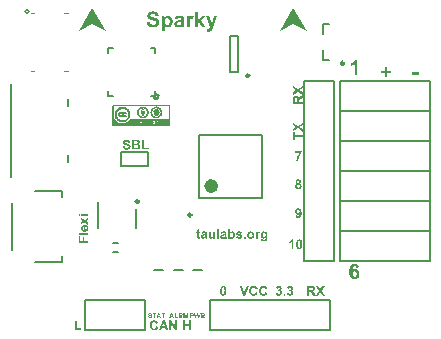
<source format=gto>
%FSLAX25Y25*%
%MOIN*%
G70*
G01*
G75*
%ADD10C,0.01000*%
%ADD11C,0.00800*%
%ADD12C,0.01200*%
%ADD13C,0.01500*%
%ADD14C,0.03000*%
%ADD15R,0.03150X0.02756*%
%ADD16R,0.02756X0.03150*%
%ADD17R,0.05118X0.05906*%
%ADD18R,0.03937X0.03937*%
%ADD19O,0.01181X0.08268*%
%ADD20O,0.08268X0.01181*%
%ADD21R,0.02362X0.03150*%
%ADD22R,0.05433X0.01772*%
%ADD23R,0.08268X0.05906*%
%ADD24R,0.07480X0.04626*%
%ADD25R,0.07480X0.09350*%
%ADD26R,0.03150X0.02362*%
%ADD27R,0.06102X0.02362*%
%ADD28R,0.07087X0.04724*%
%ADD29R,0.03543X0.03150*%
%ADD30R,0.05512X0.04331*%
%ADD31R,0.03543X0.02559*%
%ADD32R,0.05906X0.02362*%
%ADD33R,0.03543X0.03937*%
%ADD34R,0.01772X0.05512*%
%ADD35R,0.01772X0.05512*%
%ADD36R,0.01772X0.05512*%
%ADD37R,0.02800X0.01375*%
%ADD38R,0.01375X0.02800*%
%ADD39R,0.03150X0.04000*%
%ADD40R,0.01575X0.07677*%
%ADD41R,0.04331X0.02362*%
%ADD42C,0.02000*%
%ADD43C,0.07400*%
G04:AMPARAMS|DCode=44|XSize=74mil|YSize=74mil|CornerRadius=18.5mil|HoleSize=0mil|Usage=FLASHONLY|Rotation=90.000|XOffset=0mil|YOffset=0mil|HoleType=Round|Shape=RoundedRectangle|*
%AMROUNDEDRECTD44*
21,1,0.07400,0.03700,0,0,90.0*
21,1,0.03700,0.07400,0,0,90.0*
1,1,0.03700,0.01850,0.01850*
1,1,0.03700,0.01850,-0.01850*
1,1,0.03700,-0.01850,-0.01850*
1,1,0.03700,-0.01850,0.01850*
%
%ADD44ROUNDEDRECTD44*%
%ADD45C,0.11417*%
G04:AMPARAMS|DCode=46|XSize=74mil|YSize=74mil|CornerRadius=18.5mil|HoleSize=0mil|Usage=FLASHONLY|Rotation=0.000|XOffset=0mil|YOffset=0mil|HoleType=Round|Shape=RoundedRectangle|*
%AMROUNDEDRECTD46*
21,1,0.07400,0.03700,0,0,0.0*
21,1,0.03700,0.07400,0,0,0.0*
1,1,0.03700,0.01850,-0.01850*
1,1,0.03700,-0.01850,-0.01850*
1,1,0.03700,-0.01850,0.01850*
1,1,0.03700,0.01850,0.01850*
%
%ADD46ROUNDEDRECTD46*%
%ADD47C,0.02800*%
%ADD48C,0.03100*%
%ADD49R,0.02362X0.06102*%
%ADD50R,0.04724X0.07087*%
%ADD51C,0.00984*%
%ADD52C,0.02362*%
%ADD53C,0.00787*%
%ADD54C,0.00591*%
%ADD55C,0.00500*%
%ADD56C,0.00394*%
G36*
X56626Y33000D02*
X55977D01*
X54678Y35103D01*
Y33000D01*
X54078D01*
Y36206D01*
X54703D01*
X56025Y34054D01*
Y36206D01*
X56626D01*
Y33000D01*
D02*
G37*
G36*
X53737D02*
X53034D01*
X52761Y33727D01*
X51467D01*
X51204Y33000D01*
X50521D01*
X51765Y36206D01*
X52448D01*
X53737Y33000D01*
D02*
G37*
G36*
X49096Y36255D02*
X49145Y36250D01*
X49203Y36240D01*
X49267Y36231D01*
X49335Y36216D01*
X49413Y36196D01*
X49486Y36172D01*
X49569Y36148D01*
X49647Y36113D01*
X49725Y36070D01*
X49803Y36026D01*
X49877Y35972D01*
X49950Y35908D01*
X49955D01*
X49959Y35899D01*
X49984Y35869D01*
X50023Y35825D01*
X50072Y35757D01*
X50125Y35674D01*
X50184Y35577D01*
X50238Y35460D01*
X50282Y35323D01*
X49642Y35172D01*
Y35177D01*
X49637Y35181D01*
X49633Y35211D01*
X49613Y35255D01*
X49589Y35313D01*
X49559Y35377D01*
X49515Y35440D01*
X49467Y35503D01*
X49403Y35562D01*
X49393Y35567D01*
X49369Y35586D01*
X49335Y35611D01*
X49281Y35635D01*
X49218Y35664D01*
X49140Y35684D01*
X49057Y35704D01*
X48964Y35708D01*
X48930D01*
X48905Y35704D01*
X48876Y35699D01*
X48842Y35694D01*
X48759Y35674D01*
X48666Y35645D01*
X48569Y35601D01*
X48525Y35572D01*
X48476Y35538D01*
X48432Y35494D01*
X48388Y35450D01*
Y35445D01*
X48378Y35440D01*
X48369Y35421D01*
X48354Y35401D01*
X48339Y35372D01*
X48320Y35337D01*
X48300Y35298D01*
X48281Y35250D01*
X48256Y35196D01*
X48237Y35137D01*
X48217Y35069D01*
X48203Y34991D01*
X48188Y34913D01*
X48178Y34820D01*
X48173Y34723D01*
X48169Y34620D01*
Y34615D01*
Y34596D01*
Y34562D01*
X48173Y34523D01*
Y34469D01*
X48178Y34415D01*
X48188Y34352D01*
X48198Y34283D01*
X48222Y34142D01*
X48261Y33996D01*
X48286Y33927D01*
X48315Y33864D01*
X48344Y33805D01*
X48383Y33751D01*
X48388Y33747D01*
X48393Y33742D01*
X48422Y33713D01*
X48471Y33673D01*
X48535Y33625D01*
X48618Y33576D01*
X48715Y33537D01*
X48827Y33507D01*
X48886Y33503D01*
X48949Y33498D01*
X48974D01*
X48993Y33503D01*
X49042Y33507D01*
X49101Y33517D01*
X49174Y33537D01*
X49247Y33566D01*
X49320Y33605D01*
X49393Y33659D01*
X49403Y33669D01*
X49423Y33688D01*
X49457Y33732D01*
X49496Y33786D01*
X49540Y33859D01*
X49584Y33952D01*
X49628Y34054D01*
X49662Y34181D01*
X50291Y33986D01*
Y33981D01*
X50287Y33961D01*
X50277Y33937D01*
X50262Y33898D01*
X50247Y33854D01*
X50228Y33805D01*
X50204Y33747D01*
X50174Y33688D01*
X50111Y33561D01*
X50028Y33429D01*
X49925Y33307D01*
X49872Y33249D01*
X49808Y33200D01*
X49803Y33195D01*
X49794Y33190D01*
X49774Y33176D01*
X49750Y33161D01*
X49716Y33141D01*
X49676Y33122D01*
X49628Y33098D01*
X49574Y33073D01*
X49515Y33049D01*
X49452Y33024D01*
X49384Y33005D01*
X49310Y32985D01*
X49227Y32971D01*
X49145Y32956D01*
X49052Y32951D01*
X48959Y32946D01*
X48930D01*
X48896Y32951D01*
X48852D01*
X48798Y32961D01*
X48735Y32971D01*
X48666Y32980D01*
X48588Y33000D01*
X48505Y33024D01*
X48422Y33054D01*
X48335Y33088D01*
X48247Y33132D01*
X48159Y33181D01*
X48071Y33239D01*
X47988Y33303D01*
X47910Y33381D01*
X47905Y33386D01*
X47890Y33400D01*
X47871Y33425D01*
X47846Y33459D01*
X47817Y33503D01*
X47778Y33556D01*
X47744Y33620D01*
X47705Y33693D01*
X47666Y33771D01*
X47632Y33864D01*
X47598Y33961D01*
X47563Y34069D01*
X47539Y34181D01*
X47519Y34303D01*
X47505Y34435D01*
X47500Y34571D01*
Y34581D01*
Y34606D01*
X47505Y34649D01*
Y34703D01*
X47515Y34771D01*
X47519Y34850D01*
X47534Y34933D01*
X47554Y35025D01*
X47573Y35128D01*
X47602Y35225D01*
X47632Y35333D01*
X47671Y35435D01*
X47720Y35538D01*
X47773Y35635D01*
X47837Y35728D01*
X47910Y35816D01*
X47915Y35821D01*
X47929Y35835D01*
X47954Y35855D01*
X47983Y35884D01*
X48027Y35918D01*
X48076Y35957D01*
X48134Y35996D01*
X48203Y36040D01*
X48276Y36079D01*
X48359Y36118D01*
X48447Y36157D01*
X48544Y36191D01*
X48647Y36221D01*
X48759Y36240D01*
X48876Y36255D01*
X48998Y36260D01*
X49057D01*
X49096Y36255D01*
D02*
G37*
G36*
X61115Y33000D02*
X60466D01*
Y34401D01*
X59202D01*
Y33000D01*
X58553D01*
Y36206D01*
X59202D01*
Y34942D01*
X60466D01*
Y36206D01*
X61115D01*
Y33000D01*
D02*
G37*
G36*
X39881Y96455D02*
X39935Y96450D01*
X39993Y96445D01*
X40057Y96435D01*
X40125Y96426D01*
X40271Y96396D01*
X40423Y96348D01*
X40496Y96318D01*
X40564Y96279D01*
X40633Y96240D01*
X40691Y96191D01*
X40696Y96187D01*
X40706Y96177D01*
X40720Y96162D01*
X40740Y96143D01*
X40764Y96118D01*
X40789Y96084D01*
X40818Y96045D01*
X40847Y96001D01*
X40877Y95952D01*
X40901Y95899D01*
X40955Y95781D01*
X40974Y95713D01*
X40994Y95640D01*
X41008Y95562D01*
X41013Y95484D01*
X40364Y95459D01*
Y95464D01*
Y95469D01*
X40354Y95499D01*
X40345Y95542D01*
X40325Y95596D01*
X40301Y95655D01*
X40271Y95713D01*
X40232Y95767D01*
X40184Y95811D01*
X40179Y95816D01*
X40159Y95830D01*
X40130Y95845D01*
X40086Y95869D01*
X40027Y95889D01*
X39959Y95903D01*
X39876Y95918D01*
X39779Y95923D01*
X39735D01*
X39681Y95918D01*
X39617Y95908D01*
X39549Y95894D01*
X39476Y95874D01*
X39403Y95845D01*
X39339Y95806D01*
X39334Y95801D01*
X39325Y95791D01*
X39310Y95777D01*
X39291Y95752D01*
X39271Y95723D01*
X39256Y95689D01*
X39247Y95650D01*
X39242Y95606D01*
Y95601D01*
Y95586D01*
X39247Y95567D01*
X39252Y95538D01*
X39266Y95508D01*
X39281Y95474D01*
X39305Y95445D01*
X39334Y95411D01*
X39339Y95406D01*
X39359Y95391D01*
X39398Y95372D01*
X39422Y95362D01*
X39456Y95347D01*
X39491Y95328D01*
X39535Y95313D01*
X39579Y95293D01*
X39637Y95279D01*
X39696Y95259D01*
X39764Y95240D01*
X39842Y95215D01*
X39925Y95196D01*
X39930D01*
X39944Y95191D01*
X39969Y95186D01*
X40003Y95176D01*
X40042Y95167D01*
X40086Y95152D01*
X40189Y95128D01*
X40306Y95089D01*
X40418Y95054D01*
X40530Y95011D01*
X40579Y94991D01*
X40623Y94967D01*
X40628D01*
X40633Y94962D01*
X40662Y94947D01*
X40701Y94918D01*
X40750Y94884D01*
X40808Y94835D01*
X40867Y94781D01*
X40920Y94713D01*
X40974Y94640D01*
X40979Y94630D01*
X40994Y94605D01*
X41018Y94557D01*
X41043Y94498D01*
X41062Y94425D01*
X41086Y94337D01*
X41101Y94239D01*
X41106Y94132D01*
Y94127D01*
Y94117D01*
Y94103D01*
Y94083D01*
X41096Y94030D01*
X41086Y93961D01*
X41067Y93883D01*
X41043Y93795D01*
X41003Y93703D01*
X40950Y93610D01*
Y93605D01*
X40945Y93600D01*
X40920Y93571D01*
X40886Y93527D01*
X40837Y93478D01*
X40779Y93420D01*
X40701Y93361D01*
X40618Y93303D01*
X40515Y93254D01*
X40511D01*
X40501Y93249D01*
X40486Y93244D01*
X40467Y93234D01*
X40437Y93229D01*
X40408Y93220D01*
X40369Y93210D01*
X40325Y93200D01*
X40223Y93176D01*
X40106Y93161D01*
X39974Y93146D01*
X39823Y93141D01*
X39764D01*
X39720Y93146D01*
X39671Y93151D01*
X39613Y93156D01*
X39549Y93166D01*
X39476Y93176D01*
X39325Y93210D01*
X39247Y93234D01*
X39169Y93259D01*
X39095Y93293D01*
X39022Y93327D01*
X38949Y93371D01*
X38886Y93420D01*
X38881Y93424D01*
X38871Y93434D01*
X38856Y93449D01*
X38832Y93473D01*
X38807Y93503D01*
X38778Y93537D01*
X38749Y93581D01*
X38715Y93625D01*
X38681Y93683D01*
X38646Y93742D01*
X38617Y93810D01*
X38583Y93883D01*
X38559Y93961D01*
X38534Y94049D01*
X38515Y94142D01*
X38500Y94239D01*
X39129Y94303D01*
Y94298D01*
X39134Y94288D01*
Y94274D01*
X39139Y94249D01*
X39154Y94195D01*
X39178Y94122D01*
X39208Y94049D01*
X39247Y93971D01*
X39295Y93898D01*
X39354Y93834D01*
X39364Y93830D01*
X39388Y93810D01*
X39427Y93791D01*
X39481Y93761D01*
X39549Y93737D01*
X39627Y93712D01*
X39720Y93693D01*
X39827Y93688D01*
X39881D01*
X39935Y93693D01*
X40003Y93703D01*
X40081Y93722D01*
X40159Y93742D01*
X40232Y93776D01*
X40296Y93820D01*
X40301Y93825D01*
X40320Y93844D01*
X40345Y93869D01*
X40379Y93908D01*
X40408Y93951D01*
X40433Y94005D01*
X40452Y94064D01*
X40457Y94127D01*
Y94132D01*
Y94147D01*
X40452Y94166D01*
X40447Y94195D01*
X40428Y94254D01*
X40413Y94288D01*
X40389Y94318D01*
X40384Y94322D01*
X40374Y94332D01*
X40359Y94347D01*
X40335Y94366D01*
X40301Y94391D01*
X40262Y94410D01*
X40213Y94435D01*
X40154Y94459D01*
X40149D01*
X40130Y94469D01*
X40096Y94479D01*
X40047Y94493D01*
X40018Y94503D01*
X39979Y94513D01*
X39940Y94523D01*
X39891Y94537D01*
X39837Y94552D01*
X39779Y94566D01*
X39715Y94581D01*
X39642Y94601D01*
X39637D01*
X39617Y94605D01*
X39593Y94615D01*
X39559Y94625D01*
X39515Y94635D01*
X39466Y94649D01*
X39359Y94688D01*
X39237Y94732D01*
X39115Y94786D01*
X39007Y94849D01*
X38959Y94884D01*
X38915Y94918D01*
X38910Y94923D01*
X38900Y94932D01*
X38886Y94947D01*
X38871Y94967D01*
X38846Y94991D01*
X38822Y95020D01*
X38798Y95059D01*
X38768Y95098D01*
X38715Y95191D01*
X38666Y95303D01*
X38651Y95362D01*
X38637Y95425D01*
X38627Y95494D01*
X38622Y95562D01*
Y95567D01*
Y95572D01*
Y95586D01*
Y95606D01*
X38632Y95650D01*
X38642Y95713D01*
X38656Y95781D01*
X38681Y95860D01*
X38715Y95938D01*
X38759Y96021D01*
Y96026D01*
X38763Y96030D01*
X38783Y96055D01*
X38817Y96094D01*
X38861Y96143D01*
X38915Y96196D01*
X38983Y96250D01*
X39061Y96304D01*
X39154Y96348D01*
X39159D01*
X39164Y96352D01*
X39183Y96357D01*
X39203Y96367D01*
X39227Y96372D01*
X39256Y96382D01*
X39330Y96406D01*
X39422Y96426D01*
X39530Y96440D01*
X39652Y96455D01*
X39783Y96460D01*
X39842D01*
X39881Y96455D01*
D02*
G37*
G36*
X99810Y132643D02*
X95398Y135118D01*
X91000Y132643D01*
X95398Y140310D01*
X99810Y132643D01*
D02*
G37*
G36*
X126742Y119468D02*
X128085D01*
Y118562D01*
X126742D01*
Y117234D01*
X125843D01*
Y118562D01*
X124500D01*
Y119468D01*
X125843D01*
Y120796D01*
X126742D01*
Y119468D01*
D02*
G37*
G36*
X45552Y93742D02*
X47157D01*
Y93200D01*
X44903D01*
Y96377D01*
X45552D01*
Y93742D01*
D02*
G37*
G36*
X43151Y96401D02*
X43243Y96396D01*
X43336Y96391D01*
X43424Y96382D01*
X43502Y96372D01*
X43512D01*
X43536Y96367D01*
X43570Y96357D01*
X43614Y96343D01*
X43668Y96328D01*
X43727Y96304D01*
X43780Y96274D01*
X43839Y96240D01*
X43844Y96235D01*
X43863Y96221D01*
X43892Y96201D01*
X43927Y96167D01*
X43961Y96128D01*
X44005Y96084D01*
X44044Y96030D01*
X44083Y95972D01*
X44088Y95962D01*
X44097Y95943D01*
X44117Y95908D01*
X44136Y95864D01*
X44151Y95806D01*
X44171Y95742D01*
X44180Y95674D01*
X44185Y95596D01*
Y95586D01*
Y95557D01*
X44180Y95513D01*
X44171Y95459D01*
X44156Y95396D01*
X44131Y95328D01*
X44102Y95254D01*
X44063Y95181D01*
X44058Y95171D01*
X44039Y95152D01*
X44014Y95118D01*
X43975Y95079D01*
X43927Y95030D01*
X43873Y94986D01*
X43805Y94942D01*
X43731Y94903D01*
X43736D01*
X43746Y94898D01*
X43761Y94893D01*
X43780Y94889D01*
X43834Y94864D01*
X43897Y94835D01*
X43971Y94796D01*
X44044Y94747D01*
X44117Y94683D01*
X44180Y94610D01*
X44185Y94601D01*
X44205Y94576D01*
X44229Y94532D01*
X44263Y94474D01*
X44293Y94401D01*
X44317Y94322D01*
X44337Y94230D01*
X44341Y94127D01*
Y94117D01*
Y94088D01*
X44337Y94049D01*
X44327Y93991D01*
X44317Y93927D01*
X44297Y93854D01*
X44273Y93781D01*
X44239Y93703D01*
X44234Y93693D01*
X44219Y93669D01*
X44195Y93629D01*
X44166Y93585D01*
X44127Y93532D01*
X44078Y93478D01*
X44024Y93420D01*
X43961Y93371D01*
X43951Y93366D01*
X43931Y93351D01*
X43892Y93332D01*
X43839Y93307D01*
X43775Y93278D01*
X43702Y93254D01*
X43619Y93234D01*
X43526Y93220D01*
X43507D01*
X43492Y93215D01*
X43443D01*
X43409Y93210D01*
X43321D01*
X43263Y93205D01*
X43131D01*
X43048Y93200D01*
X41657D01*
Y96406D01*
X43068D01*
X43151Y96401D01*
D02*
G37*
G36*
X23149Y33542D02*
X24755D01*
Y33000D01*
X22500D01*
Y36177D01*
X23149D01*
Y33542D01*
D02*
G37*
G36*
X94341Y47711D02*
X94380Y47706D01*
X94424Y47701D01*
X94478Y47692D01*
X94531Y47682D01*
X94643Y47643D01*
X94707Y47623D01*
X94766Y47594D01*
X94824Y47560D01*
X94888Y47521D01*
X94941Y47477D01*
X94995Y47423D01*
X95000Y47418D01*
X95005Y47413D01*
X95014Y47399D01*
X95029Y47384D01*
X95068Y47335D01*
X95112Y47267D01*
X95151Y47189D01*
X95190Y47101D01*
X95214Y46999D01*
X95224Y46945D01*
Y46891D01*
Y46886D01*
Y46872D01*
X95219Y46852D01*
Y46823D01*
X95210Y46784D01*
X95200Y46745D01*
X95185Y46701D01*
X95166Y46652D01*
X95141Y46598D01*
X95112Y46545D01*
X95073Y46486D01*
X95029Y46433D01*
X94975Y46374D01*
X94912Y46320D01*
X94844Y46267D01*
X94761Y46218D01*
X94766D01*
X94775Y46213D01*
X94785D01*
X94805Y46208D01*
X94858Y46189D01*
X94917Y46164D01*
X94990Y46130D01*
X95063Y46081D01*
X95131Y46023D01*
X95200Y45954D01*
X95205Y45944D01*
X95224Y45920D01*
X95253Y45876D01*
X95283Y45818D01*
X95312Y45744D01*
X95341Y45657D01*
X95361Y45564D01*
X95366Y45456D01*
Y45452D01*
Y45437D01*
Y45417D01*
X95361Y45388D01*
X95356Y45349D01*
X95351Y45310D01*
X95341Y45261D01*
X95327Y45208D01*
X95288Y45095D01*
X95263Y45037D01*
X95234Y44978D01*
X95200Y44915D01*
X95156Y44856D01*
X95107Y44798D01*
X95053Y44739D01*
X95049Y44734D01*
X95039Y44725D01*
X95024Y44710D01*
X95000Y44695D01*
X94971Y44671D01*
X94931Y44646D01*
X94892Y44617D01*
X94844Y44593D01*
X94790Y44563D01*
X94731Y44534D01*
X94668Y44510D01*
X94600Y44490D01*
X94526Y44471D01*
X94453Y44456D01*
X94370Y44446D01*
X94287Y44441D01*
X94243D01*
X94214Y44446D01*
X94175Y44451D01*
X94131Y44456D01*
X94082Y44461D01*
X94033Y44471D01*
X93916Y44500D01*
X93794Y44549D01*
X93736Y44573D01*
X93672Y44607D01*
X93614Y44646D01*
X93560Y44690D01*
X93555Y44695D01*
X93550Y44700D01*
X93536Y44715D01*
X93516Y44734D01*
X93492Y44759D01*
X93467Y44793D01*
X93443Y44827D01*
X93414Y44866D01*
X93355Y44959D01*
X93301Y45071D01*
X93258Y45198D01*
X93243Y45271D01*
X93233Y45344D01*
X93829Y45417D01*
Y45413D01*
Y45408D01*
X93833Y45378D01*
X93843Y45339D01*
X93858Y45286D01*
X93877Y45232D01*
X93902Y45173D01*
X93936Y45115D01*
X93980Y45066D01*
X93985Y45061D01*
X94004Y45047D01*
X94029Y45027D01*
X94068Y45008D01*
X94112Y44988D01*
X94160Y44969D01*
X94219Y44954D01*
X94282Y44949D01*
X94317D01*
X94351Y44959D01*
X94395Y44969D01*
X94443Y44983D01*
X94497Y45008D01*
X94551Y45042D01*
X94604Y45090D01*
X94609Y45095D01*
X94624Y45120D01*
X94648Y45149D01*
X94673Y45193D01*
X94692Y45252D01*
X94717Y45320D01*
X94731Y45398D01*
X94736Y45486D01*
Y45491D01*
Y45496D01*
Y45525D01*
X94731Y45569D01*
X94722Y45622D01*
X94707Y45681D01*
X94683Y45739D01*
X94653Y45803D01*
X94609Y45857D01*
X94604Y45862D01*
X94585Y45876D01*
X94561Y45901D01*
X94521Y45925D01*
X94478Y45949D01*
X94424Y45974D01*
X94365Y45988D01*
X94302Y45993D01*
X94258D01*
X94224Y45988D01*
X94185Y45983D01*
X94136Y45974D01*
X94082Y45959D01*
X94024Y45944D01*
X94092Y46442D01*
X94131D01*
X94180Y46447D01*
X94234Y46452D01*
X94292Y46462D01*
X94356Y46481D01*
X94419Y46511D01*
X94473Y46545D01*
X94478Y46550D01*
X94492Y46564D01*
X94517Y46593D01*
X94541Y46628D01*
X94565Y46672D01*
X94590Y46725D01*
X94604Y46784D01*
X94609Y46852D01*
Y46857D01*
Y46881D01*
X94604Y46911D01*
X94600Y46945D01*
X94585Y46984D01*
X94570Y47028D01*
X94546Y47072D01*
X94512Y47111D01*
X94507Y47116D01*
X94492Y47125D01*
X94473Y47140D01*
X94443Y47160D01*
X94404Y47179D01*
X94361Y47194D01*
X94307Y47203D01*
X94248Y47208D01*
X94224D01*
X94195Y47203D01*
X94156Y47194D01*
X94112Y47179D01*
X94068Y47160D01*
X94019Y47135D01*
X93975Y47096D01*
X93970Y47091D01*
X93955Y47077D01*
X93941Y47052D01*
X93916Y47018D01*
X93892Y46969D01*
X93872Y46916D01*
X93853Y46852D01*
X93843Y46779D01*
X93277Y46872D01*
Y46877D01*
X93282Y46886D01*
Y46901D01*
X93287Y46920D01*
X93301Y46974D01*
X93321Y47043D01*
X93345Y47116D01*
X93375Y47194D01*
X93414Y47272D01*
X93453Y47340D01*
X93458Y47350D01*
X93477Y47369D01*
X93502Y47399D01*
X93541Y47443D01*
X93589Y47487D01*
X93643Y47530D01*
X93711Y47574D01*
X93785Y47613D01*
X93789D01*
X93794Y47618D01*
X93824Y47628D01*
X93868Y47648D01*
X93926Y47667D01*
X93999Y47682D01*
X94077Y47701D01*
X94170Y47711D01*
X94268Y47716D01*
X94312D01*
X94341Y47711D01*
D02*
G37*
G36*
X90608D02*
X90647Y47706D01*
X90691Y47701D01*
X90744Y47692D01*
X90798Y47682D01*
X90910Y47643D01*
X90974Y47623D01*
X91032Y47594D01*
X91091Y47560D01*
X91154Y47521D01*
X91208Y47477D01*
X91262Y47423D01*
X91267Y47418D01*
X91271Y47413D01*
X91281Y47399D01*
X91296Y47384D01*
X91335Y47335D01*
X91379Y47267D01*
X91418Y47189D01*
X91457Y47101D01*
X91481Y46999D01*
X91491Y46945D01*
Y46891D01*
Y46886D01*
Y46872D01*
X91486Y46852D01*
Y46823D01*
X91476Y46784D01*
X91467Y46745D01*
X91452Y46701D01*
X91432Y46652D01*
X91408Y46598D01*
X91379Y46545D01*
X91340Y46486D01*
X91296Y46433D01*
X91242Y46374D01*
X91179Y46320D01*
X91110Y46267D01*
X91027Y46218D01*
X91032D01*
X91042Y46213D01*
X91052D01*
X91071Y46208D01*
X91125Y46189D01*
X91184Y46164D01*
X91257Y46130D01*
X91330Y46081D01*
X91398Y46023D01*
X91467Y45954D01*
X91471Y45944D01*
X91491Y45920D01*
X91520Y45876D01*
X91550Y45818D01*
X91579Y45744D01*
X91608Y45657D01*
X91628Y45564D01*
X91633Y45456D01*
Y45452D01*
Y45437D01*
Y45417D01*
X91628Y45388D01*
X91623Y45349D01*
X91618Y45310D01*
X91608Y45261D01*
X91593Y45208D01*
X91554Y45095D01*
X91530Y45037D01*
X91501Y44978D01*
X91467Y44915D01*
X91423Y44856D01*
X91374Y44798D01*
X91320Y44739D01*
X91315Y44734D01*
X91306Y44725D01*
X91291Y44710D01*
X91267Y44695D01*
X91237Y44671D01*
X91198Y44646D01*
X91159Y44617D01*
X91110Y44593D01*
X91057Y44563D01*
X90998Y44534D01*
X90935Y44510D01*
X90866Y44490D01*
X90793Y44471D01*
X90720Y44456D01*
X90637Y44446D01*
X90554Y44441D01*
X90510D01*
X90481Y44446D01*
X90442Y44451D01*
X90398Y44456D01*
X90349Y44461D01*
X90300Y44471D01*
X90183Y44500D01*
X90061Y44549D01*
X90003Y44573D01*
X89939Y44607D01*
X89881Y44646D01*
X89827Y44690D01*
X89822Y44695D01*
X89817Y44700D01*
X89803Y44715D01*
X89783Y44734D01*
X89759Y44759D01*
X89734Y44793D01*
X89710Y44827D01*
X89681Y44866D01*
X89622Y44959D01*
X89568Y45071D01*
X89524Y45198D01*
X89510Y45271D01*
X89500Y45344D01*
X90095Y45417D01*
Y45413D01*
Y45408D01*
X90100Y45378D01*
X90110Y45339D01*
X90125Y45286D01*
X90144Y45232D01*
X90169Y45173D01*
X90203Y45115D01*
X90247Y45066D01*
X90251Y45061D01*
X90271Y45047D01*
X90295Y45027D01*
X90334Y45008D01*
X90378Y44988D01*
X90427Y44969D01*
X90486Y44954D01*
X90549Y44949D01*
X90583D01*
X90618Y44959D01*
X90661Y44969D01*
X90710Y44983D01*
X90764Y45008D01*
X90818Y45042D01*
X90871Y45090D01*
X90876Y45095D01*
X90891Y45120D01*
X90915Y45149D01*
X90940Y45193D01*
X90959Y45252D01*
X90983Y45320D01*
X90998Y45398D01*
X91003Y45486D01*
Y45491D01*
Y45496D01*
Y45525D01*
X90998Y45569D01*
X90988Y45622D01*
X90974Y45681D01*
X90949Y45739D01*
X90920Y45803D01*
X90876Y45857D01*
X90871Y45862D01*
X90852Y45876D01*
X90827Y45901D01*
X90788Y45925D01*
X90744Y45949D01*
X90691Y45974D01*
X90632Y45988D01*
X90569Y45993D01*
X90525D01*
X90491Y45988D01*
X90452Y45983D01*
X90403Y45974D01*
X90349Y45959D01*
X90291Y45944D01*
X90359Y46442D01*
X90398D01*
X90447Y46447D01*
X90500Y46452D01*
X90559Y46462D01*
X90622Y46481D01*
X90686Y46511D01*
X90740Y46545D01*
X90744Y46550D01*
X90759Y46564D01*
X90783Y46593D01*
X90808Y46628D01*
X90832Y46672D01*
X90857Y46725D01*
X90871Y46784D01*
X90876Y46852D01*
Y46857D01*
Y46881D01*
X90871Y46911D01*
X90866Y46945D01*
X90852Y46984D01*
X90837Y47028D01*
X90813Y47072D01*
X90779Y47111D01*
X90774Y47116D01*
X90759Y47125D01*
X90740Y47140D01*
X90710Y47160D01*
X90671Y47179D01*
X90627Y47194D01*
X90574Y47203D01*
X90515Y47208D01*
X90491D01*
X90461Y47203D01*
X90422Y47194D01*
X90378Y47179D01*
X90334Y47160D01*
X90286Y47135D01*
X90242Y47096D01*
X90237Y47091D01*
X90222Y47077D01*
X90208Y47052D01*
X90183Y47018D01*
X90159Y46969D01*
X90139Y46916D01*
X90120Y46852D01*
X90110Y46779D01*
X89544Y46872D01*
Y46877D01*
X89549Y46886D01*
Y46901D01*
X89554Y46920D01*
X89568Y46974D01*
X89588Y47043D01*
X89612Y47116D01*
X89641Y47194D01*
X89681Y47272D01*
X89720Y47340D01*
X89724Y47350D01*
X89744Y47369D01*
X89768Y47399D01*
X89807Y47443D01*
X89856Y47487D01*
X89910Y47530D01*
X89978Y47574D01*
X90051Y47613D01*
X90056D01*
X90061Y47618D01*
X90091Y47628D01*
X90134Y47648D01*
X90193Y47667D01*
X90266Y47682D01*
X90344Y47701D01*
X90437Y47711D01*
X90535Y47716D01*
X90579D01*
X90608Y47711D01*
D02*
G37*
G36*
X104778Y46169D02*
X105880Y44500D01*
X105100D01*
X104392Y45583D01*
X103680Y44500D01*
X102904D01*
X104011Y46169D01*
X103006Y47706D01*
X103762D01*
X104392Y46745D01*
X105026Y47706D01*
X105783D01*
X104778Y46169D01*
D02*
G37*
G36*
X101479Y47701D02*
X101581D01*
X101635Y47696D01*
X101757Y47687D01*
X101879Y47667D01*
X101996Y47648D01*
X102050Y47633D01*
X102094Y47618D01*
X102098D01*
X102103Y47613D01*
X102133Y47604D01*
X102176Y47579D01*
X102230Y47545D01*
X102289Y47501D01*
X102352Y47447D01*
X102411Y47384D01*
X102469Y47306D01*
X102474Y47296D01*
X102494Y47267D01*
X102513Y47223D01*
X102542Y47160D01*
X102567Y47086D01*
X102591Y47003D01*
X102606Y46906D01*
X102611Y46803D01*
Y46799D01*
Y46789D01*
Y46769D01*
X102606Y46745D01*
Y46711D01*
X102601Y46676D01*
X102586Y46593D01*
X102557Y46501D01*
X102518Y46398D01*
X102469Y46301D01*
X102435Y46252D01*
X102396Y46208D01*
Y46203D01*
X102386Y46198D01*
X102372Y46189D01*
X102357Y46169D01*
X102333Y46154D01*
X102308Y46130D01*
X102274Y46106D01*
X102240Y46081D01*
X102196Y46057D01*
X102152Y46032D01*
X102098Y46008D01*
X102040Y45983D01*
X101981Y45959D01*
X101913Y45940D01*
X101845Y45925D01*
X101767Y45910D01*
X101771D01*
X101776Y45905D01*
X101801Y45891D01*
X101840Y45866D01*
X101889Y45832D01*
X101942Y45793D01*
X102001Y45744D01*
X102059Y45696D01*
X102113Y45642D01*
X102118Y45637D01*
X102137Y45613D01*
X102167Y45579D01*
X102211Y45525D01*
X102264Y45452D01*
X102323Y45364D01*
X102362Y45310D01*
X102396Y45252D01*
X102435Y45193D01*
X102479Y45125D01*
X102869Y44500D01*
X102094D01*
X101635Y45193D01*
X101630Y45198D01*
X101625Y45208D01*
X101610Y45227D01*
X101596Y45252D01*
X101576Y45286D01*
X101552Y45315D01*
X101498Y45393D01*
X101444Y45476D01*
X101386Y45549D01*
X101332Y45617D01*
X101313Y45647D01*
X101293Y45666D01*
X101288Y45671D01*
X101279Y45681D01*
X101259Y45700D01*
X101235Y45720D01*
X101171Y45764D01*
X101137Y45783D01*
X101098Y45798D01*
X101093D01*
X101078Y45803D01*
X101054Y45813D01*
X101020Y45818D01*
X100976Y45827D01*
X100922Y45832D01*
X100854Y45837D01*
X100649D01*
Y44500D01*
X100000D01*
Y47706D01*
X101435D01*
X101479Y47701D01*
D02*
G37*
G36*
X92755Y44500D02*
X92140D01*
Y45115D01*
X92755D01*
Y44500D01*
D02*
G37*
G36*
X79345D02*
X78647D01*
X77500Y47706D01*
X78198D01*
X79013Y45335D01*
X79794Y47706D01*
X80487D01*
X79345Y44500D01*
D02*
G37*
G36*
X72118Y47711D02*
X72157Y47706D01*
X72201Y47696D01*
X72249Y47687D01*
X72303Y47672D01*
X72361Y47657D01*
X72420Y47633D01*
X72483Y47609D01*
X72542Y47574D01*
X72601Y47535D01*
X72659Y47491D01*
X72713Y47438D01*
X72767Y47379D01*
X72771Y47374D01*
X72781Y47360D01*
X72796Y47335D01*
X72815Y47306D01*
X72840Y47262D01*
X72864Y47208D01*
X72893Y47145D01*
X72923Y47072D01*
X72952Y46984D01*
X72981Y46891D01*
X73006Y46784D01*
X73030Y46667D01*
X73050Y46535D01*
X73064Y46393D01*
X73074Y46242D01*
X73079Y46076D01*
Y46071D01*
Y46066D01*
Y46037D01*
Y45988D01*
X73074Y45930D01*
X73069Y45852D01*
X73064Y45769D01*
X73054Y45671D01*
X73040Y45569D01*
X73001Y45354D01*
X72976Y45247D01*
X72947Y45139D01*
X72908Y45037D01*
X72864Y44939D01*
X72815Y44846D01*
X72762Y44768D01*
X72757Y44763D01*
X72752Y44754D01*
X72737Y44739D01*
X72713Y44720D01*
X72689Y44690D01*
X72654Y44666D01*
X72620Y44637D01*
X72576Y44607D01*
X72527Y44573D01*
X72474Y44544D01*
X72410Y44519D01*
X72347Y44495D01*
X72279Y44471D01*
X72205Y44456D01*
X72122Y44446D01*
X72039Y44441D01*
X72020D01*
X71996Y44446D01*
X71961D01*
X71922Y44451D01*
X71878Y44461D01*
X71825Y44471D01*
X71771Y44485D01*
X71712Y44505D01*
X71649Y44529D01*
X71586Y44559D01*
X71522Y44593D01*
X71459Y44632D01*
X71400Y44681D01*
X71337Y44734D01*
X71283Y44798D01*
X71278Y44803D01*
X71273Y44817D01*
X71259Y44837D01*
X71239Y44871D01*
X71220Y44910D01*
X71195Y44959D01*
X71166Y45022D01*
X71141Y45095D01*
X71117Y45178D01*
X71088Y45271D01*
X71063Y45373D01*
X71044Y45491D01*
X71024Y45622D01*
X71015Y45759D01*
X71005Y45915D01*
X71000Y46081D01*
Y46086D01*
Y46091D01*
Y46120D01*
Y46169D01*
X71005Y46227D01*
X71010Y46306D01*
X71015Y46389D01*
X71024Y46481D01*
X71039Y46584D01*
X71078Y46799D01*
X71102Y46906D01*
X71132Y47013D01*
X71166Y47116D01*
X71210Y47213D01*
X71259Y47306D01*
X71312Y47384D01*
X71317Y47389D01*
X71322Y47399D01*
X71342Y47413D01*
X71361Y47438D01*
X71386Y47462D01*
X71420Y47491D01*
X71459Y47521D01*
X71503Y47550D01*
X71551Y47579D01*
X71605Y47613D01*
X71664Y47638D01*
X71727Y47662D01*
X71800Y47687D01*
X71873Y47701D01*
X71956Y47711D01*
X72039Y47716D01*
X72083D01*
X72118Y47711D01*
D02*
G37*
G36*
X85523Y47755D02*
X85571Y47750D01*
X85630Y47740D01*
X85694Y47731D01*
X85762Y47716D01*
X85840Y47696D01*
X85913Y47672D01*
X85996Y47648D01*
X86074Y47613D01*
X86152Y47570D01*
X86230Y47526D01*
X86304Y47472D01*
X86377Y47409D01*
X86382D01*
X86387Y47399D01*
X86411Y47369D01*
X86450Y47326D01*
X86499Y47257D01*
X86552Y47174D01*
X86611Y47077D01*
X86665Y46959D01*
X86709Y46823D01*
X86069Y46672D01*
Y46676D01*
X86064Y46681D01*
X86059Y46711D01*
X86040Y46755D01*
X86016Y46813D01*
X85986Y46877D01*
X85942Y46940D01*
X85894Y47003D01*
X85830Y47062D01*
X85820Y47067D01*
X85796Y47086D01*
X85762Y47111D01*
X85708Y47135D01*
X85645Y47164D01*
X85567Y47184D01*
X85484Y47203D01*
X85391Y47208D01*
X85357D01*
X85332Y47203D01*
X85303Y47199D01*
X85269Y47194D01*
X85186Y47174D01*
X85093Y47145D01*
X84996Y47101D01*
X84952Y47072D01*
X84903Y47038D01*
X84859Y46994D01*
X84815Y46950D01*
Y46945D01*
X84805Y46940D01*
X84796Y46920D01*
X84781Y46901D01*
X84766Y46872D01*
X84747Y46837D01*
X84727Y46799D01*
X84708Y46750D01*
X84683Y46696D01*
X84664Y46637D01*
X84644Y46569D01*
X84630Y46491D01*
X84615Y46413D01*
X84605Y46320D01*
X84600Y46223D01*
X84596Y46120D01*
Y46115D01*
Y46096D01*
Y46062D01*
X84600Y46023D01*
Y45969D01*
X84605Y45915D01*
X84615Y45852D01*
X84625Y45783D01*
X84649Y45642D01*
X84688Y45496D01*
X84713Y45427D01*
X84742Y45364D01*
X84771Y45305D01*
X84810Y45252D01*
X84815Y45247D01*
X84820Y45242D01*
X84849Y45213D01*
X84898Y45173D01*
X84961Y45125D01*
X85044Y45076D01*
X85142Y45037D01*
X85254Y45008D01*
X85313Y45003D01*
X85376Y44998D01*
X85401D01*
X85420Y45003D01*
X85469Y45008D01*
X85528Y45017D01*
X85601Y45037D01*
X85674Y45066D01*
X85747Y45105D01*
X85820Y45159D01*
X85830Y45169D01*
X85850Y45188D01*
X85884Y45232D01*
X85923Y45286D01*
X85967Y45359D01*
X86011Y45452D01*
X86055Y45554D01*
X86089Y45681D01*
X86718Y45486D01*
Y45481D01*
X86713Y45461D01*
X86704Y45437D01*
X86689Y45398D01*
X86674Y45354D01*
X86655Y45305D01*
X86630Y45247D01*
X86601Y45188D01*
X86538Y45061D01*
X86455Y44929D01*
X86352Y44807D01*
X86299Y44749D01*
X86235Y44700D01*
X86230Y44695D01*
X86221Y44690D01*
X86201Y44676D01*
X86177Y44661D01*
X86142Y44642D01*
X86103Y44622D01*
X86055Y44598D01*
X86001Y44573D01*
X85942Y44549D01*
X85879Y44524D01*
X85811Y44505D01*
X85737Y44485D01*
X85654Y44471D01*
X85571Y44456D01*
X85479Y44451D01*
X85386Y44446D01*
X85357D01*
X85323Y44451D01*
X85279D01*
X85225Y44461D01*
X85162Y44471D01*
X85093Y44480D01*
X85015Y44500D01*
X84932Y44524D01*
X84849Y44554D01*
X84761Y44588D01*
X84674Y44632D01*
X84586Y44681D01*
X84498Y44739D01*
X84415Y44803D01*
X84337Y44881D01*
X84332Y44886D01*
X84317Y44900D01*
X84298Y44925D01*
X84273Y44959D01*
X84244Y45003D01*
X84205Y45056D01*
X84171Y45120D01*
X84132Y45193D01*
X84093Y45271D01*
X84059Y45364D01*
X84025Y45461D01*
X83990Y45569D01*
X83966Y45681D01*
X83947Y45803D01*
X83932Y45935D01*
X83927Y46071D01*
Y46081D01*
Y46106D01*
X83932Y46149D01*
Y46203D01*
X83942Y46271D01*
X83947Y46349D01*
X83961Y46433D01*
X83981Y46525D01*
X84000Y46628D01*
X84029Y46725D01*
X84059Y46833D01*
X84098Y46935D01*
X84147Y47038D01*
X84200Y47135D01*
X84264Y47228D01*
X84337Y47316D01*
X84342Y47321D01*
X84356Y47335D01*
X84381Y47355D01*
X84410Y47384D01*
X84454Y47418D01*
X84503Y47457D01*
X84561Y47496D01*
X84630Y47540D01*
X84703Y47579D01*
X84786Y47618D01*
X84874Y47657D01*
X84971Y47692D01*
X85074Y47721D01*
X85186Y47740D01*
X85303Y47755D01*
X85425Y47760D01*
X85484D01*
X85523Y47755D01*
D02*
G37*
G36*
X82292D02*
X82341Y47750D01*
X82399Y47740D01*
X82463Y47731D01*
X82531Y47716D01*
X82609Y47696D01*
X82683Y47672D01*
X82766Y47648D01*
X82844Y47613D01*
X82922Y47570D01*
X83000Y47526D01*
X83073Y47472D01*
X83146Y47409D01*
X83151D01*
X83156Y47399D01*
X83180Y47369D01*
X83219Y47326D01*
X83268Y47257D01*
X83322Y47174D01*
X83380Y47077D01*
X83434Y46959D01*
X83478Y46823D01*
X82839Y46672D01*
Y46676D01*
X82834Y46681D01*
X82829Y46711D01*
X82809Y46755D01*
X82785Y46813D01*
X82756Y46877D01*
X82712Y46940D01*
X82663Y47003D01*
X82600Y47062D01*
X82590Y47067D01*
X82565Y47086D01*
X82531Y47111D01*
X82478Y47135D01*
X82414Y47164D01*
X82336Y47184D01*
X82253Y47203D01*
X82160Y47208D01*
X82126D01*
X82102Y47203D01*
X82073Y47199D01*
X82038Y47194D01*
X81955Y47174D01*
X81863Y47145D01*
X81765Y47101D01*
X81721Y47072D01*
X81672Y47038D01*
X81629Y46994D01*
X81585Y46950D01*
Y46945D01*
X81575Y46940D01*
X81565Y46920D01*
X81550Y46901D01*
X81536Y46872D01*
X81516Y46837D01*
X81497Y46799D01*
X81477Y46750D01*
X81453Y46696D01*
X81433Y46637D01*
X81414Y46569D01*
X81399Y46491D01*
X81384Y46413D01*
X81375Y46320D01*
X81370Y46223D01*
X81365Y46120D01*
Y46115D01*
Y46096D01*
Y46062D01*
X81370Y46023D01*
Y45969D01*
X81375Y45915D01*
X81384Y45852D01*
X81394Y45783D01*
X81419Y45642D01*
X81458Y45496D01*
X81482Y45427D01*
X81511Y45364D01*
X81541Y45305D01*
X81580Y45252D01*
X81585Y45247D01*
X81589Y45242D01*
X81619Y45213D01*
X81668Y45173D01*
X81731Y45125D01*
X81814Y45076D01*
X81911Y45037D01*
X82024Y45008D01*
X82082Y45003D01*
X82146Y44998D01*
X82170D01*
X82190Y45003D01*
X82239Y45008D01*
X82297Y45017D01*
X82370Y45037D01*
X82443Y45066D01*
X82517Y45105D01*
X82590Y45159D01*
X82600Y45169D01*
X82619Y45188D01*
X82653Y45232D01*
X82692Y45286D01*
X82736Y45359D01*
X82780Y45452D01*
X82824Y45554D01*
X82858Y45681D01*
X83488Y45486D01*
Y45481D01*
X83483Y45461D01*
X83473Y45437D01*
X83459Y45398D01*
X83444Y45354D01*
X83424Y45305D01*
X83400Y45247D01*
X83371Y45188D01*
X83307Y45061D01*
X83224Y44929D01*
X83122Y44807D01*
X83068Y44749D01*
X83005Y44700D01*
X83000Y44695D01*
X82990Y44690D01*
X82970Y44676D01*
X82946Y44661D01*
X82912Y44642D01*
X82873Y44622D01*
X82824Y44598D01*
X82770Y44573D01*
X82712Y44549D01*
X82648Y44524D01*
X82580Y44505D01*
X82507Y44485D01*
X82424Y44471D01*
X82341Y44456D01*
X82248Y44451D01*
X82156Y44446D01*
X82126D01*
X82092Y44451D01*
X82048D01*
X81994Y44461D01*
X81931Y44471D01*
X81863Y44480D01*
X81785Y44500D01*
X81702Y44524D01*
X81619Y44554D01*
X81531Y44588D01*
X81443Y44632D01*
X81355Y44681D01*
X81267Y44739D01*
X81184Y44803D01*
X81106Y44881D01*
X81101Y44886D01*
X81087Y44900D01*
X81067Y44925D01*
X81043Y44959D01*
X81014Y45003D01*
X80975Y45056D01*
X80940Y45120D01*
X80901Y45193D01*
X80862Y45271D01*
X80828Y45364D01*
X80794Y45461D01*
X80760Y45569D01*
X80735Y45681D01*
X80716Y45803D01*
X80701Y45935D01*
X80696Y46071D01*
Y46081D01*
Y46106D01*
X80701Y46149D01*
Y46203D01*
X80711Y46271D01*
X80716Y46349D01*
X80731Y46433D01*
X80750Y46525D01*
X80770Y46628D01*
X80799Y46725D01*
X80828Y46833D01*
X80867Y46935D01*
X80916Y47038D01*
X80970Y47135D01*
X81033Y47228D01*
X81106Y47316D01*
X81111Y47321D01*
X81126Y47335D01*
X81150Y47355D01*
X81179Y47384D01*
X81223Y47418D01*
X81272Y47457D01*
X81331Y47496D01*
X81399Y47540D01*
X81472Y47579D01*
X81555Y47618D01*
X81643Y47657D01*
X81741Y47692D01*
X81843Y47721D01*
X81955Y47740D01*
X82073Y47755D01*
X82195Y47760D01*
X82253D01*
X82292Y47755D01*
D02*
G37*
G36*
X137160Y118036D02*
X135000D01*
Y119143D01*
X137160D01*
Y118036D01*
D02*
G37*
G36*
X32810Y132643D02*
X28398Y135118D01*
X24000Y132643D01*
X28398Y140310D01*
X32810Y132643D01*
D02*
G37*
G36*
X48710Y139209D02*
X48796Y139201D01*
X48890Y139194D01*
X48991Y139178D01*
X49101Y139162D01*
X49335Y139116D01*
X49577Y139037D01*
X49694Y138991D01*
X49804Y138928D01*
X49913Y138866D01*
X50007Y138787D01*
X50015Y138780D01*
X50030Y138764D01*
X50054Y138741D01*
X50085Y138709D01*
X50124Y138670D01*
X50163Y138616D01*
X50210Y138553D01*
X50257Y138483D01*
X50304Y138405D01*
X50343Y138319D01*
X50428Y138131D01*
X50460Y138022D01*
X50491Y137905D01*
X50514Y137780D01*
X50522Y137655D01*
X49483Y137616D01*
Y137624D01*
Y137632D01*
X49468Y137679D01*
X49452Y137749D01*
X49421Y137835D01*
X49382Y137928D01*
X49335Y138022D01*
X49273Y138108D01*
X49194Y138178D01*
X49187Y138186D01*
X49155Y138210D01*
X49108Y138233D01*
X49038Y138272D01*
X48945Y138303D01*
X48835Y138327D01*
X48702Y138350D01*
X48546Y138358D01*
X48476D01*
X48390Y138350D01*
X48289Y138335D01*
X48179Y138311D01*
X48062Y138280D01*
X47945Y138233D01*
X47843Y138171D01*
X47835Y138163D01*
X47820Y138147D01*
X47796Y138124D01*
X47765Y138085D01*
X47734Y138038D01*
X47711Y137983D01*
X47695Y137921D01*
X47687Y137850D01*
Y137843D01*
Y137819D01*
X47695Y137788D01*
X47703Y137741D01*
X47726Y137694D01*
X47750Y137639D01*
X47789Y137593D01*
X47835Y137538D01*
X47843Y137530D01*
X47875Y137507D01*
X47937Y137476D01*
X47976Y137460D01*
X48031Y137436D01*
X48085Y137405D01*
X48156Y137382D01*
X48226Y137350D01*
X48320Y137327D01*
X48414Y137296D01*
X48523Y137265D01*
X48648Y137225D01*
X48781Y137194D01*
X48788D01*
X48812Y137187D01*
X48851Y137179D01*
X48906Y137163D01*
X48968Y137147D01*
X49038Y137124D01*
X49202Y137085D01*
X49390Y137022D01*
X49569Y136968D01*
X49749Y136898D01*
X49827Y136866D01*
X49897Y136827D01*
X49905D01*
X49913Y136819D01*
X49960Y136796D01*
X50022Y136749D01*
X50100Y136695D01*
X50194Y136616D01*
X50288Y136530D01*
X50374Y136421D01*
X50460Y136304D01*
X50467Y136288D01*
X50491Y136249D01*
X50530Y136171D01*
X50569Y136077D01*
X50600Y135960D01*
X50639Y135820D01*
X50663Y135663D01*
X50670Y135492D01*
Y135484D01*
Y135468D01*
Y135445D01*
Y135414D01*
X50655Y135328D01*
X50639Y135218D01*
X50608Y135093D01*
X50569Y134953D01*
X50507Y134804D01*
X50421Y134656D01*
Y134648D01*
X50413Y134640D01*
X50374Y134594D01*
X50319Y134523D01*
X50241Y134445D01*
X50147Y134351D01*
X50022Y134258D01*
X49889Y134164D01*
X49725Y134086D01*
X49718D01*
X49702Y134078D01*
X49679Y134070D01*
X49647Y134055D01*
X49601Y134047D01*
X49554Y134031D01*
X49491Y134016D01*
X49421Y134000D01*
X49257Y133961D01*
X49069Y133938D01*
X48859Y133914D01*
X48616Y133906D01*
X48523D01*
X48452Y133914D01*
X48374Y133922D01*
X48281Y133930D01*
X48179Y133945D01*
X48062Y133961D01*
X47820Y134016D01*
X47695Y134055D01*
X47570Y134094D01*
X47453Y134148D01*
X47336Y134203D01*
X47218Y134273D01*
X47117Y134351D01*
X47109Y134359D01*
X47094Y134375D01*
X47070Y134398D01*
X47031Y134437D01*
X46992Y134484D01*
X46945Y134539D01*
X46898Y134609D01*
X46844Y134679D01*
X46789Y134773D01*
X46734Y134867D01*
X46687Y134976D01*
X46633Y135093D01*
X46594Y135218D01*
X46555Y135359D01*
X46523Y135507D01*
X46500Y135663D01*
X47508Y135765D01*
Y135757D01*
X47515Y135742D01*
Y135718D01*
X47523Y135679D01*
X47546Y135593D01*
X47586Y135476D01*
X47633Y135359D01*
X47695Y135234D01*
X47773Y135117D01*
X47867Y135015D01*
X47882Y135008D01*
X47921Y134976D01*
X47984Y134945D01*
X48070Y134898D01*
X48179Y134859D01*
X48304Y134820D01*
X48452Y134789D01*
X48624Y134781D01*
X48710D01*
X48796Y134789D01*
X48906Y134804D01*
X49030Y134836D01*
X49155Y134867D01*
X49273Y134922D01*
X49374Y134992D01*
X49382Y135000D01*
X49413Y135031D01*
X49452Y135070D01*
X49507Y135132D01*
X49554Y135203D01*
X49593Y135289D01*
X49624Y135382D01*
X49632Y135484D01*
Y135492D01*
Y135515D01*
X49624Y135546D01*
X49616Y135593D01*
X49585Y135687D01*
X49562Y135742D01*
X49523Y135789D01*
X49515Y135796D01*
X49499Y135812D01*
X49476Y135835D01*
X49437Y135867D01*
X49382Y135906D01*
X49319Y135937D01*
X49241Y135976D01*
X49148Y136015D01*
X49140D01*
X49108Y136031D01*
X49054Y136046D01*
X48976Y136070D01*
X48929Y136085D01*
X48866Y136101D01*
X48804Y136117D01*
X48726Y136140D01*
X48640Y136163D01*
X48546Y136187D01*
X48445Y136210D01*
X48327Y136241D01*
X48320D01*
X48289Y136249D01*
X48249Y136265D01*
X48195Y136281D01*
X48125Y136296D01*
X48046Y136320D01*
X47875Y136382D01*
X47679Y136452D01*
X47484Y136538D01*
X47312Y136640D01*
X47234Y136695D01*
X47164Y136749D01*
X47156Y136757D01*
X47140Y136773D01*
X47117Y136796D01*
X47094Y136827D01*
X47054Y136866D01*
X47016Y136913D01*
X46976Y136976D01*
X46930Y137038D01*
X46844Y137187D01*
X46766Y137366D01*
X46742Y137460D01*
X46719Y137561D01*
X46703Y137671D01*
X46695Y137780D01*
Y137788D01*
Y137796D01*
Y137819D01*
Y137850D01*
X46711Y137921D01*
X46727Y138022D01*
X46750Y138131D01*
X46789Y138256D01*
X46844Y138381D01*
X46914Y138514D01*
Y138522D01*
X46922Y138530D01*
X46953Y138569D01*
X47008Y138631D01*
X47078Y138709D01*
X47164Y138795D01*
X47273Y138881D01*
X47398Y138967D01*
X47546Y139037D01*
X47554D01*
X47562Y139045D01*
X47593Y139053D01*
X47625Y139069D01*
X47664Y139076D01*
X47711Y139092D01*
X47828Y139131D01*
X47976Y139162D01*
X48148Y139186D01*
X48343Y139209D01*
X48554Y139217D01*
X48648D01*
X48710Y139209D01*
D02*
G37*
G36*
X85550Y65867D02*
X85585Y65862D01*
X85629Y65852D01*
X85677Y65838D01*
X85726Y65823D01*
X85780Y65803D01*
X85838Y65779D01*
X85897Y65750D01*
X85956Y65711D01*
X86014Y65667D01*
X86073Y65618D01*
X86131Y65559D01*
X86185Y65491D01*
Y65823D01*
X86761D01*
Y63734D01*
Y63729D01*
Y63715D01*
Y63695D01*
Y63666D01*
Y63632D01*
X86756Y63593D01*
X86751Y63505D01*
X86746Y63407D01*
X86731Y63305D01*
X86717Y63207D01*
X86702Y63163D01*
X86692Y63124D01*
X86687Y63115D01*
X86678Y63090D01*
X86663Y63051D01*
X86644Y63007D01*
X86614Y62953D01*
X86585Y62900D01*
X86546Y62851D01*
X86502Y62802D01*
X86497Y62797D01*
X86478Y62783D01*
X86453Y62763D01*
X86414Y62734D01*
X86370Y62705D01*
X86312Y62675D01*
X86248Y62646D01*
X86175Y62622D01*
X86165Y62617D01*
X86136Y62612D01*
X86092Y62602D01*
X86034Y62587D01*
X85960Y62573D01*
X85873Y62563D01*
X85770Y62558D01*
X85658Y62553D01*
X85604D01*
X85560Y62558D01*
X85511D01*
X85458Y62563D01*
X85399Y62573D01*
X85331Y62578D01*
X85194Y62602D01*
X85053Y62641D01*
X84989Y62665D01*
X84926Y62690D01*
X84867Y62724D01*
X84819Y62758D01*
X84814Y62763D01*
X84809Y62768D01*
X84779Y62797D01*
X84740Y62841D01*
X84697Y62900D01*
X84653Y62973D01*
X84614Y63061D01*
X84584Y63158D01*
X84579Y63212D01*
X84575Y63271D01*
Y63275D01*
Y63295D01*
Y63315D01*
X84579Y63344D01*
X85282Y63261D01*
Y63256D01*
X85287Y63241D01*
X85292Y63222D01*
X85297Y63193D01*
X85321Y63139D01*
X85341Y63110D01*
X85360Y63090D01*
X85365Y63085D01*
X85375Y63080D01*
X85399Y63071D01*
X85429Y63056D01*
X85467Y63041D01*
X85511Y63032D01*
X85570Y63027D01*
X85633Y63022D01*
X85672D01*
X85716Y63027D01*
X85770Y63032D01*
X85829Y63041D01*
X85887Y63051D01*
X85946Y63071D01*
X85995Y63095D01*
X85999Y63100D01*
X86009Y63105D01*
X86024Y63115D01*
X86039Y63134D01*
X86058Y63153D01*
X86077Y63183D01*
X86097Y63217D01*
X86117Y63256D01*
Y63261D01*
X86121Y63271D01*
X86126Y63290D01*
X86131Y63319D01*
X86136Y63358D01*
X86141Y63407D01*
X86146Y63466D01*
Y63534D01*
Y63881D01*
X86141Y63876D01*
X86131Y63866D01*
X86117Y63846D01*
X86097Y63822D01*
X86068Y63793D01*
X86039Y63759D01*
X85999Y63724D01*
X85956Y63690D01*
X85853Y63622D01*
X85736Y63559D01*
X85672Y63534D01*
X85604Y63515D01*
X85531Y63505D01*
X85453Y63500D01*
X85433D01*
X85409Y63505D01*
X85375D01*
X85336Y63515D01*
X85292Y63520D01*
X85238Y63534D01*
X85185Y63549D01*
X85126Y63568D01*
X85067Y63598D01*
X85004Y63627D01*
X84940Y63666D01*
X84882Y63710D01*
X84823Y63763D01*
X84765Y63827D01*
X84711Y63895D01*
Y63900D01*
X84701Y63910D01*
X84692Y63929D01*
X84677Y63954D01*
X84662Y63983D01*
X84643Y64017D01*
X84628Y64061D01*
X84609Y64110D01*
X84589Y64164D01*
X84570Y64222D01*
X84550Y64286D01*
X84535Y64354D01*
X84511Y64505D01*
X84506Y64588D01*
X84501Y64671D01*
Y64676D01*
Y64696D01*
Y64725D01*
X84506Y64769D01*
X84511Y64818D01*
X84516Y64871D01*
X84526Y64935D01*
X84535Y64998D01*
X84570Y65145D01*
X84594Y65218D01*
X84618Y65291D01*
X84653Y65364D01*
X84687Y65433D01*
X84731Y65501D01*
X84779Y65559D01*
X84784Y65564D01*
X84794Y65574D01*
X84809Y65589D01*
X84828Y65608D01*
X84857Y65633D01*
X84892Y65657D01*
X84926Y65686D01*
X84970Y65715D01*
X85019Y65745D01*
X85072Y65774D01*
X85189Y65823D01*
X85258Y65842D01*
X85326Y65857D01*
X85399Y65867D01*
X85477Y65872D01*
X85521D01*
X85550Y65867D01*
D02*
G37*
G36*
X53997Y108030D02*
X54111Y107992D01*
X54187Y107941D01*
X54200Y107929D01*
X54213Y107916D01*
X54263Y107853D01*
X54289Y107802D01*
X54340Y107688D01*
X54352Y107612D01*
Y107586D01*
Y107573D01*
Y101330D01*
X54340Y101254D01*
X54314Y101203D01*
X54289Y101165D01*
X54251Y101140D01*
X54175Y101114D01*
X35203D01*
X35140Y101127D01*
X35089Y101152D01*
X35051Y101178D01*
X35025Y101228D01*
X35000Y101292D01*
Y101317D01*
Y101330D01*
Y107573D01*
X35013Y107637D01*
X35025Y107713D01*
X35076Y107815D01*
X35114Y107891D01*
X35140Y107903D01*
Y107916D01*
X35190Y107967D01*
X35254Y107992D01*
X35368Y108043D01*
X35406D01*
X35444Y108056D01*
X53934D01*
X53997Y108030D01*
D02*
G37*
G36*
X61737Y137788D02*
X61823Y137772D01*
X61917Y137749D01*
X62034Y137718D01*
X62151Y137671D01*
X62268Y137608D01*
X61964Y136749D01*
X61956Y136757D01*
X61925Y136773D01*
X61870Y136804D01*
X61815Y136835D01*
X61737Y136858D01*
X61659Y136890D01*
X61581Y136905D01*
X61495Y136913D01*
X61464D01*
X61425Y136905D01*
X61378Y136898D01*
X61323Y136882D01*
X61261Y136866D01*
X61198Y136835D01*
X61144Y136796D01*
X61136Y136788D01*
X61120Y136773D01*
X61097Y136741D01*
X61066Y136702D01*
X61027Y136648D01*
X60988Y136569D01*
X60948Y136484D01*
X60917Y136382D01*
Y136366D01*
X60909Y136351D01*
X60902Y136320D01*
Y136288D01*
X60894Y136241D01*
X60886Y136179D01*
X60878Y136117D01*
X60870Y136038D01*
X60863Y135952D01*
X60855Y135851D01*
Y135734D01*
X60847Y135609D01*
X60839Y135468D01*
Y135312D01*
Y135140D01*
Y134000D01*
X59855D01*
Y137718D01*
X60769D01*
Y137194D01*
X60777Y137202D01*
X60808Y137249D01*
X60855Y137311D01*
X60909Y137390D01*
X60972Y137476D01*
X61042Y137554D01*
X61120Y137624D01*
X61191Y137679D01*
X61198Y137686D01*
X61222Y137694D01*
X61261Y137718D01*
X61316Y137741D01*
X61378Y137757D01*
X61448Y137780D01*
X61526Y137788D01*
X61612Y137796D01*
X61667D01*
X61737Y137788D01*
D02*
G37*
G36*
X63635Y136406D02*
X64783Y137718D01*
X65994D01*
X64721Y136359D01*
X66088Y134000D01*
X65025D01*
X64088Y135671D01*
X63635Y135187D01*
Y134000D01*
X62651D01*
Y139131D01*
X63635D01*
Y136406D01*
D02*
G37*
G36*
X57528Y137788D02*
X57590D01*
X57739Y137780D01*
X57895Y137757D01*
X58059Y137733D01*
X58215Y137694D01*
X58285Y137671D01*
X58348Y137639D01*
X58363Y137632D01*
X58402Y137608D01*
X58457Y137577D01*
X58527Y137530D01*
X58598Y137476D01*
X58676Y137405D01*
X58746Y137327D01*
X58801Y137241D01*
X58809Y137233D01*
X58824Y137194D01*
X58840Y137132D01*
X58871Y137038D01*
X58879Y136983D01*
X58894Y136921D01*
X58902Y136851D01*
X58910Y136765D01*
X58918Y136679D01*
X58926Y136577D01*
X58934Y136476D01*
Y136359D01*
X58918Y135218D01*
Y135211D01*
Y135195D01*
Y135171D01*
Y135140D01*
Y135054D01*
X58926Y134945D01*
Y134828D01*
X58941Y134703D01*
X58949Y134594D01*
X58965Y134492D01*
Y134484D01*
X58973Y134453D01*
X58988Y134406D01*
X59004Y134344D01*
X59027Y134273D01*
X59058Y134187D01*
X59097Y134101D01*
X59144Y134000D01*
X58176D01*
Y134008D01*
X58168Y134016D01*
X58160Y134039D01*
X58153Y134070D01*
X58137Y134109D01*
X58113Y134156D01*
X58098Y134219D01*
X58074Y134281D01*
Y134289D01*
Y134297D01*
X58059Y134328D01*
X58051Y134367D01*
X58043Y134398D01*
X58035Y134390D01*
X57996Y134359D01*
X57950Y134312D01*
X57879Y134258D01*
X57801Y134195D01*
X57707Y134133D01*
X57614Y134078D01*
X57504Y134023D01*
X57489Y134016D01*
X57457Y134008D01*
X57395Y133984D01*
X57317Y133969D01*
X57231Y133945D01*
X57129Y133922D01*
X57012Y133914D01*
X56895Y133906D01*
X56840D01*
X56801Y133914D01*
X56754D01*
X56692Y133922D01*
X56567Y133945D01*
X56419Y133984D01*
X56270Y134031D01*
X56122Y134109D01*
X55989Y134211D01*
X55974Y134227D01*
X55935Y134265D01*
X55888Y134336D01*
X55825Y134430D01*
X55763Y134547D01*
X55716Y134679D01*
X55677Y134836D01*
X55661Y135008D01*
Y135023D01*
Y135062D01*
X55669Y135117D01*
X55677Y135195D01*
X55700Y135281D01*
X55724Y135375D01*
X55763Y135468D01*
X55809Y135562D01*
X55817Y135570D01*
X55841Y135601D01*
X55872Y135648D01*
X55919Y135703D01*
X55974Y135765D01*
X56044Y135828D01*
X56130Y135890D01*
X56223Y135945D01*
X56239Y135952D01*
X56278Y135968D01*
X56341Y135992D01*
X56427Y136023D01*
X56536Y136062D01*
X56669Y136101D01*
X56825Y136140D01*
X57004Y136179D01*
X57012D01*
X57036Y136187D01*
X57067Y136195D01*
X57114Y136202D01*
X57176Y136210D01*
X57239Y136226D01*
X57387Y136257D01*
X57543Y136296D01*
X57700Y136335D01*
X57848Y136374D01*
X57910Y136398D01*
X57965Y136421D01*
Y136515D01*
Y136530D01*
Y136562D01*
X57957Y136609D01*
X57950Y136671D01*
X57934Y136741D01*
X57903Y136804D01*
X57871Y136866D01*
X57824Y136921D01*
X57817Y136929D01*
X57793Y136944D01*
X57762Y136960D01*
X57707Y136983D01*
X57637Y137007D01*
X57543Y137030D01*
X57426Y137038D01*
X57293Y137046D01*
X57247D01*
X57200Y137038D01*
X57145Y137030D01*
X57004Y136999D01*
X56942Y136976D01*
X56880Y136937D01*
X56872Y136929D01*
X56856Y136913D01*
X56825Y136890D01*
X56794Y136851D01*
X56754Y136804D01*
X56716Y136741D01*
X56676Y136663D01*
X56645Y136577D01*
X55763Y136741D01*
Y136749D01*
X55770Y136765D01*
X55778Y136796D01*
X55794Y136827D01*
X55833Y136921D01*
X55880Y137038D01*
X55950Y137171D01*
X56044Y137296D01*
X56153Y137421D01*
X56278Y137530D01*
X56286D01*
X56294Y137538D01*
X56317Y137554D01*
X56348Y137569D01*
X56388Y137593D01*
X56434Y137616D01*
X56489Y137639D01*
X56551Y137663D01*
X56622Y137686D01*
X56708Y137710D01*
X56794Y137733D01*
X56895Y137757D01*
X56997Y137772D01*
X57114Y137788D01*
X57231Y137796D01*
X57473D01*
X57528Y137788D01*
D02*
G37*
G36*
X53693D02*
X53748Y137780D01*
X53810Y137772D01*
X53966Y137733D01*
X54138Y137671D01*
X54232Y137632D01*
X54326Y137577D01*
X54412Y137522D01*
X54505Y137452D01*
X54599Y137374D01*
X54685Y137280D01*
X54693Y137272D01*
X54708Y137257D01*
X54724Y137225D01*
X54755Y137187D01*
X54786Y137132D01*
X54826Y137069D01*
X54872Y136999D01*
X54911Y136913D01*
X54950Y136819D01*
X54997Y136710D01*
X55036Y136593D01*
X55068Y136468D01*
X55099Y136335D01*
X55122Y136187D01*
X55130Y136031D01*
X55138Y135867D01*
Y135859D01*
Y135828D01*
Y135781D01*
X55130Y135710D01*
X55122Y135632D01*
X55114Y135546D01*
X55099Y135445D01*
X55083Y135336D01*
X55028Y135109D01*
X54989Y134984D01*
X54943Y134867D01*
X54888Y134750D01*
X54833Y134633D01*
X54755Y134523D01*
X54677Y134422D01*
X54669Y134414D01*
X54654Y134398D01*
X54630Y134375D01*
X54599Y134344D01*
X54552Y134305D01*
X54497Y134258D01*
X54435Y134211D01*
X54373Y134164D01*
X54208Y134070D01*
X54021Y133984D01*
X53920Y133953D01*
X53810Y133930D01*
X53693Y133914D01*
X53576Y133906D01*
X53521D01*
X53466Y133914D01*
X53396Y133922D01*
X53310Y133938D01*
X53217Y133953D01*
X53115Y133984D01*
X53021Y134023D01*
X53013Y134031D01*
X52974Y134047D01*
X52928Y134078D01*
X52865Y134125D01*
X52787Y134180D01*
X52693Y134258D01*
X52600Y134344D01*
X52498Y134445D01*
Y132579D01*
X51514D01*
Y137718D01*
X52428D01*
Y137171D01*
X52436Y137187D01*
X52459Y137218D01*
X52498Y137265D01*
X52553Y137327D01*
X52623Y137397D01*
X52701Y137476D01*
X52795Y137546D01*
X52904Y137616D01*
X52920Y137624D01*
X52959Y137647D01*
X53021Y137671D01*
X53107Y137710D01*
X53201Y137741D01*
X53318Y137764D01*
X53451Y137788D01*
X53584Y137796D01*
X53646D01*
X53693Y137788D01*
D02*
G37*
G36*
X68704Y134141D02*
X68462Y133492D01*
X68454Y133477D01*
X68438Y133438D01*
X68415Y133383D01*
X68384Y133305D01*
X68345Y133227D01*
X68305Y133141D01*
X68266Y133063D01*
X68220Y132992D01*
X68212Y132985D01*
X68196Y132961D01*
X68173Y132930D01*
X68142Y132891D01*
X68056Y132805D01*
X67946Y132719D01*
X67939Y132711D01*
X67923Y132703D01*
X67884Y132680D01*
X67845Y132657D01*
X67790Y132633D01*
X67728Y132602D01*
X67650Y132571D01*
X67571Y132547D01*
X67564D01*
X67532Y132539D01*
X67485Y132532D01*
X67431Y132516D01*
X67353Y132508D01*
X67267Y132493D01*
X67173Y132485D01*
X66970D01*
X66900Y132493D01*
X66814Y132501D01*
X66720Y132508D01*
X66517Y132547D01*
X66431Y133313D01*
X66439D01*
X66470Y133305D01*
X66509Y133297D01*
X66572Y133289D01*
X66634Y133282D01*
X66704Y133274D01*
X66845Y133266D01*
X66900D01*
X66962Y133274D01*
X67040Y133289D01*
X67118Y133320D01*
X67204Y133352D01*
X67282Y133406D01*
X67353Y133477D01*
X67361Y133484D01*
X67376Y133516D01*
X67407Y133555D01*
X67446Y133617D01*
X67485Y133695D01*
X67524Y133781D01*
X67564Y133883D01*
X67603Y133992D01*
X66197Y137718D01*
X67243D01*
X68126Y135078D01*
X69001Y137718D01*
X70016D01*
X68704Y134141D01*
D02*
G37*
G36*
X63898Y65823D02*
X64318D01*
Y65335D01*
X63898D01*
Y64388D01*
Y64383D01*
Y64378D01*
Y64364D01*
Y64344D01*
Y64295D01*
Y64242D01*
X63903Y64183D01*
Y64130D01*
Y64086D01*
X63908Y64066D01*
Y64056D01*
Y64047D01*
X63917Y64027D01*
X63937Y64003D01*
X63961Y63978D01*
X63971Y63973D01*
X63991Y63964D01*
X64025Y63954D01*
X64064Y63949D01*
X64078D01*
X64098Y63954D01*
X64127Y63959D01*
X64161Y63964D01*
X64205Y63973D01*
X64254Y63988D01*
X64313Y64008D01*
X64366Y63529D01*
X64357Y63524D01*
X64327Y63515D01*
X64283Y63500D01*
X64225Y63485D01*
X64152Y63471D01*
X64069Y63456D01*
X63976Y63446D01*
X63878Y63441D01*
X63849D01*
X63820Y63446D01*
X63781D01*
X63732Y63456D01*
X63683Y63466D01*
X63630Y63476D01*
X63581Y63495D01*
X63576Y63500D01*
X63561Y63505D01*
X63537Y63515D01*
X63507Y63534D01*
X63444Y63578D01*
X63410Y63607D01*
X63385Y63637D01*
X63381Y63642D01*
X63376Y63651D01*
X63366Y63676D01*
X63351Y63700D01*
X63337Y63739D01*
X63322Y63778D01*
X63312Y63827D01*
X63303Y63881D01*
Y63885D01*
X63298Y63905D01*
Y63934D01*
X63293Y63973D01*
X63288Y64032D01*
Y64110D01*
X63283Y64203D01*
Y64256D01*
Y64315D01*
Y65335D01*
X63000D01*
Y65823D01*
X63283D01*
Y66282D01*
X63898Y66643D01*
Y65823D01*
D02*
G37*
G36*
X69329Y63500D02*
X68758D01*
Y63846D01*
X68753Y63837D01*
X68734Y63817D01*
X68710Y63783D01*
X68671Y63739D01*
X68622Y63690D01*
X68563Y63642D01*
X68495Y63593D01*
X68422Y63549D01*
X68412Y63544D01*
X68388Y63534D01*
X68344Y63515D01*
X68290Y63495D01*
X68226Y63476D01*
X68153Y63456D01*
X68070Y63446D01*
X67987Y63441D01*
X67948D01*
X67904Y63446D01*
X67846Y63456D01*
X67782Y63466D01*
X67714Y63485D01*
X67641Y63510D01*
X67568Y63544D01*
X67558Y63549D01*
X67538Y63563D01*
X67504Y63588D01*
X67465Y63617D01*
X67421Y63661D01*
X67377Y63710D01*
X67333Y63768D01*
X67299Y63832D01*
X67294Y63842D01*
X67290Y63866D01*
X67275Y63910D01*
X67260Y63968D01*
X67246Y64042D01*
X67236Y64130D01*
X67226Y64232D01*
X67221Y64349D01*
Y65823D01*
X67836D01*
Y64749D01*
Y64744D01*
Y64730D01*
Y64705D01*
Y64671D01*
Y64632D01*
Y64588D01*
X67841Y64491D01*
Y64383D01*
X67851Y64286D01*
Y64242D01*
X67856Y64203D01*
X67861Y64169D01*
X67865Y64144D01*
Y64139D01*
X67870Y64125D01*
X67880Y64105D01*
X67895Y64081D01*
X67934Y64027D01*
X67958Y63998D01*
X67987Y63973D01*
X67992Y63968D01*
X68002Y63964D01*
X68026Y63954D01*
X68051Y63944D01*
X68085Y63929D01*
X68124Y63920D01*
X68168Y63915D01*
X68217Y63910D01*
X68241D01*
X68270Y63915D01*
X68309Y63920D01*
X68353Y63929D01*
X68402Y63944D01*
X68446Y63964D01*
X68495Y63993D01*
X68500Y63998D01*
X68514Y64008D01*
X68539Y64027D01*
X68563Y64051D01*
X68593Y64086D01*
X68622Y64120D01*
X68646Y64164D01*
X68666Y64208D01*
Y64213D01*
X68675Y64237D01*
Y64252D01*
X68680Y64276D01*
X68685Y64305D01*
X68690Y64334D01*
X68695Y64373D01*
X68700Y64417D01*
X68705Y64471D01*
Y64530D01*
X68710Y64593D01*
X68714Y64666D01*
Y64749D01*
Y64837D01*
Y65823D01*
X69329D01*
Y63500D01*
D02*
G37*
G36*
X79529D02*
X78914D01*
Y64115D01*
X79529D01*
Y63500D01*
D02*
G37*
G36*
X84043Y65867D02*
X84096Y65857D01*
X84155Y65842D01*
X84228Y65823D01*
X84301Y65794D01*
X84374Y65755D01*
X84184Y65218D01*
X84179Y65223D01*
X84160Y65232D01*
X84126Y65252D01*
X84091Y65271D01*
X84043Y65286D01*
X83994Y65306D01*
X83945Y65315D01*
X83891Y65320D01*
X83872D01*
X83847Y65315D01*
X83818Y65311D01*
X83784Y65301D01*
X83745Y65291D01*
X83706Y65271D01*
X83672Y65247D01*
X83667Y65242D01*
X83657Y65232D01*
X83642Y65213D01*
X83623Y65188D01*
X83599Y65154D01*
X83574Y65105D01*
X83550Y65052D01*
X83530Y64988D01*
Y64979D01*
X83525Y64969D01*
X83520Y64949D01*
Y64930D01*
X83516Y64901D01*
X83511Y64862D01*
X83506Y64823D01*
X83501Y64774D01*
X83496Y64720D01*
X83491Y64657D01*
Y64583D01*
X83486Y64505D01*
X83481Y64417D01*
Y64320D01*
Y64213D01*
Y63500D01*
X82867D01*
Y65823D01*
X83437D01*
Y65496D01*
X83442Y65501D01*
X83462Y65530D01*
X83491Y65569D01*
X83525Y65618D01*
X83564Y65672D01*
X83608Y65720D01*
X83657Y65764D01*
X83701Y65798D01*
X83706Y65803D01*
X83720Y65808D01*
X83745Y65823D01*
X83779Y65838D01*
X83818Y65847D01*
X83862Y65862D01*
X83911Y65867D01*
X83965Y65872D01*
X83999D01*
X84043Y65867D01*
D02*
G37*
G36*
X77386D02*
X77435Y65862D01*
X77538Y65852D01*
X77650Y65833D01*
X77772Y65808D01*
X77879Y65769D01*
X77933Y65745D01*
X77977Y65715D01*
X77982D01*
X77987Y65711D01*
X78016Y65686D01*
X78055Y65652D01*
X78104Y65598D01*
X78157Y65535D01*
X78211Y65457D01*
X78260Y65369D01*
X78299Y65262D01*
X77718Y65154D01*
Y65159D01*
X77708Y65174D01*
X77699Y65198D01*
X77684Y65228D01*
X77664Y65262D01*
X77640Y65296D01*
X77611Y65330D01*
X77572Y65359D01*
X77567Y65364D01*
X77552Y65369D01*
X77528Y65384D01*
X77499Y65398D01*
X77455Y65408D01*
X77406Y65423D01*
X77347Y65428D01*
X77279Y65433D01*
X77240D01*
X77196Y65428D01*
X77142Y65423D01*
X77030Y65403D01*
X76976Y65389D01*
X76932Y65364D01*
X76928D01*
X76923Y65354D01*
X76898Y65330D01*
X76874Y65291D01*
X76869Y65267D01*
X76864Y65237D01*
Y65232D01*
Y65228D01*
X76874Y65198D01*
X76889Y65159D01*
X76903Y65145D01*
X76923Y65125D01*
X76928Y65120D01*
X76942Y65115D01*
X76976Y65101D01*
X76996Y65091D01*
X77025Y65081D01*
X77059Y65066D01*
X77098Y65057D01*
X77147Y65042D01*
X77201Y65023D01*
X77259Y65008D01*
X77328Y64988D01*
X77406Y64969D01*
X77494Y64949D01*
X77499D01*
X77513Y64944D01*
X77542Y64940D01*
X77572Y64930D01*
X77616Y64920D01*
X77659Y64905D01*
X77767Y64876D01*
X77879Y64837D01*
X77991Y64788D01*
X78094Y64735D01*
X78143Y64705D01*
X78182Y64676D01*
X78191Y64666D01*
X78211Y64647D01*
X78245Y64608D01*
X78279Y64559D01*
X78313Y64495D01*
X78348Y64413D01*
X78367Y64325D01*
X78377Y64217D01*
Y64213D01*
Y64203D01*
Y64188D01*
X78372Y64164D01*
X78367Y64139D01*
X78362Y64105D01*
X78343Y64032D01*
X78313Y63944D01*
X78265Y63851D01*
X78235Y63807D01*
X78196Y63759D01*
X78157Y63715D01*
X78109Y63671D01*
X78104D01*
X78099Y63661D01*
X78079Y63651D01*
X78060Y63637D01*
X78030Y63617D01*
X77996Y63598D01*
X77957Y63578D01*
X77913Y63559D01*
X77860Y63534D01*
X77801Y63515D01*
X77738Y63495D01*
X77664Y63476D01*
X77591Y63461D01*
X77508Y63451D01*
X77416Y63446D01*
X77323Y63441D01*
X77279D01*
X77245Y63446D01*
X77206D01*
X77157Y63451D01*
X77108Y63456D01*
X77049Y63466D01*
X76932Y63490D01*
X76806Y63520D01*
X76683Y63568D01*
X76571Y63632D01*
X76566D01*
X76561Y63642D01*
X76547Y63651D01*
X76527Y63666D01*
X76479Y63710D01*
X76425Y63768D01*
X76366Y63842D01*
X76308Y63934D01*
X76254Y64037D01*
X76215Y64154D01*
X76830Y64247D01*
Y64237D01*
X76840Y64217D01*
X76849Y64183D01*
X76864Y64144D01*
X76884Y64100D01*
X76913Y64056D01*
X76947Y64012D01*
X76986Y63973D01*
X76991Y63968D01*
X77011Y63959D01*
X77035Y63944D01*
X77074Y63929D01*
X77123Y63915D01*
X77181Y63900D01*
X77245Y63890D01*
X77323Y63885D01*
X77362D01*
X77406Y63890D01*
X77455Y63895D01*
X77513Y63905D01*
X77572Y63920D01*
X77630Y63939D01*
X77679Y63968D01*
X77684Y63973D01*
X77694Y63978D01*
X77703Y63993D01*
X77723Y64012D01*
X77747Y64066D01*
X77757Y64100D01*
X77762Y64134D01*
Y64139D01*
Y64149D01*
X77757Y64178D01*
X77742Y64213D01*
X77718Y64252D01*
X77708Y64261D01*
X77694Y64266D01*
X77674Y64281D01*
X77645Y64291D01*
X77611Y64305D01*
X77562Y64320D01*
X77508Y64334D01*
X77499D01*
X77474Y64344D01*
X77440Y64349D01*
X77391Y64364D01*
X77333Y64378D01*
X77264Y64393D01*
X77191Y64413D01*
X77113Y64432D01*
X76952Y64476D01*
X76874Y64500D01*
X76796Y64530D01*
X76727Y64554D01*
X76664Y64578D01*
X76610Y64608D01*
X76566Y64632D01*
X76561D01*
X76557Y64642D01*
X76522Y64666D01*
X76479Y64710D01*
X76430Y64769D01*
X76381Y64842D01*
X76337Y64935D01*
X76303Y65037D01*
X76298Y65096D01*
X76293Y65154D01*
Y65159D01*
Y65169D01*
Y65184D01*
X76298Y65203D01*
X76308Y65262D01*
X76322Y65330D01*
X76352Y65413D01*
X76391Y65496D01*
X76449Y65584D01*
X76488Y65623D01*
X76527Y65662D01*
X76532Y65667D01*
X76537Y65672D01*
X76552Y65681D01*
X76571Y65696D01*
X76601Y65711D01*
X76630Y65730D01*
X76669Y65750D01*
X76708Y65769D01*
X76757Y65789D01*
X76815Y65803D01*
X76874Y65823D01*
X76942Y65838D01*
X77015Y65852D01*
X77093Y65862D01*
X77176Y65872D01*
X77347D01*
X77386Y65867D01*
D02*
G37*
G36*
X72213D02*
X72253D01*
X72345Y65862D01*
X72443Y65847D01*
X72545Y65833D01*
X72643Y65808D01*
X72687Y65794D01*
X72726Y65774D01*
X72736Y65769D01*
X72760Y65755D01*
X72794Y65735D01*
X72838Y65706D01*
X72882Y65672D01*
X72931Y65628D01*
X72975Y65579D01*
X73009Y65525D01*
X73014Y65520D01*
X73023Y65496D01*
X73033Y65457D01*
X73053Y65398D01*
X73058Y65364D01*
X73067Y65325D01*
X73072Y65281D01*
X73077Y65228D01*
X73082Y65174D01*
X73087Y65110D01*
X73092Y65047D01*
Y64974D01*
X73082Y64261D01*
Y64256D01*
Y64247D01*
Y64232D01*
Y64213D01*
Y64159D01*
X73087Y64091D01*
Y64017D01*
X73097Y63939D01*
X73102Y63871D01*
X73111Y63807D01*
Y63803D01*
X73116Y63783D01*
X73126Y63754D01*
X73136Y63715D01*
X73150Y63671D01*
X73170Y63617D01*
X73194Y63563D01*
X73224Y63500D01*
X72619D01*
Y63505D01*
X72614Y63510D01*
X72609Y63524D01*
X72604Y63544D01*
X72594Y63568D01*
X72579Y63598D01*
X72570Y63637D01*
X72555Y63676D01*
Y63681D01*
Y63685D01*
X72545Y63705D01*
X72540Y63729D01*
X72536Y63749D01*
X72531Y63744D01*
X72506Y63724D01*
X72477Y63695D01*
X72433Y63661D01*
X72384Y63622D01*
X72326Y63583D01*
X72267Y63549D01*
X72199Y63515D01*
X72189Y63510D01*
X72170Y63505D01*
X72131Y63490D01*
X72082Y63481D01*
X72028Y63466D01*
X71965Y63451D01*
X71891Y63446D01*
X71818Y63441D01*
X71784D01*
X71760Y63446D01*
X71730D01*
X71691Y63451D01*
X71613Y63466D01*
X71521Y63490D01*
X71428Y63520D01*
X71335Y63568D01*
X71252Y63632D01*
X71242Y63642D01*
X71218Y63666D01*
X71189Y63710D01*
X71150Y63768D01*
X71111Y63842D01*
X71081Y63925D01*
X71057Y64022D01*
X71047Y64130D01*
Y64139D01*
Y64164D01*
X71052Y64198D01*
X71057Y64247D01*
X71071Y64300D01*
X71086Y64359D01*
X71111Y64417D01*
X71140Y64476D01*
X71145Y64481D01*
X71159Y64500D01*
X71179Y64530D01*
X71208Y64564D01*
X71242Y64603D01*
X71286Y64642D01*
X71340Y64681D01*
X71399Y64715D01*
X71408Y64720D01*
X71433Y64730D01*
X71472Y64744D01*
X71525Y64764D01*
X71594Y64788D01*
X71677Y64813D01*
X71774Y64837D01*
X71886Y64862D01*
X71891D01*
X71906Y64866D01*
X71925Y64871D01*
X71955Y64876D01*
X71994Y64881D01*
X72033Y64891D01*
X72126Y64910D01*
X72223Y64935D01*
X72321Y64959D01*
X72413Y64983D01*
X72453Y64998D01*
X72487Y65013D01*
Y65071D01*
Y65081D01*
Y65101D01*
X72482Y65130D01*
X72477Y65169D01*
X72467Y65213D01*
X72448Y65252D01*
X72428Y65291D01*
X72399Y65325D01*
X72394Y65330D01*
X72379Y65340D01*
X72360Y65350D01*
X72326Y65364D01*
X72282Y65379D01*
X72223Y65393D01*
X72150Y65398D01*
X72067Y65403D01*
X72038D01*
X72009Y65398D01*
X71974Y65393D01*
X71886Y65374D01*
X71847Y65359D01*
X71808Y65335D01*
X71803Y65330D01*
X71794Y65320D01*
X71774Y65306D01*
X71755Y65281D01*
X71730Y65252D01*
X71706Y65213D01*
X71681Y65164D01*
X71662Y65110D01*
X71111Y65213D01*
Y65218D01*
X71115Y65228D01*
X71120Y65247D01*
X71130Y65267D01*
X71154Y65325D01*
X71184Y65398D01*
X71228Y65481D01*
X71286Y65559D01*
X71355Y65637D01*
X71433Y65706D01*
X71438D01*
X71442Y65711D01*
X71457Y65720D01*
X71477Y65730D01*
X71501Y65745D01*
X71530Y65759D01*
X71564Y65774D01*
X71603Y65789D01*
X71647Y65803D01*
X71701Y65818D01*
X71755Y65833D01*
X71818Y65847D01*
X71882Y65857D01*
X71955Y65867D01*
X72028Y65872D01*
X72179D01*
X72213Y65867D01*
D02*
G37*
G36*
X81300D02*
X81344Y65862D01*
X81398Y65852D01*
X81451Y65842D01*
X81515Y65828D01*
X81583Y65808D01*
X81651Y65789D01*
X81725Y65759D01*
X81793Y65725D01*
X81866Y65686D01*
X81939Y65637D01*
X82008Y65589D01*
X82071Y65525D01*
X82076Y65520D01*
X82086Y65511D01*
X82100Y65491D01*
X82125Y65462D01*
X82149Y65433D01*
X82178Y65389D01*
X82208Y65345D01*
X82242Y65291D01*
X82271Y65228D01*
X82300Y65164D01*
X82330Y65091D01*
X82354Y65018D01*
X82379Y64935D01*
X82393Y64847D01*
X82403Y64759D01*
X82408Y64661D01*
Y64657D01*
Y64637D01*
Y64613D01*
X82403Y64574D01*
X82398Y64530D01*
X82388Y64476D01*
X82379Y64417D01*
X82364Y64354D01*
X82349Y64286D01*
X82325Y64217D01*
X82296Y64144D01*
X82266Y64071D01*
X82222Y63998D01*
X82178Y63925D01*
X82125Y63856D01*
X82066Y63788D01*
X82061Y63783D01*
X82051Y63773D01*
X82032Y63754D01*
X82008Y63734D01*
X81973Y63710D01*
X81934Y63681D01*
X81886Y63646D01*
X81832Y63617D01*
X81773Y63583D01*
X81710Y63549D01*
X81642Y63520D01*
X81564Y63495D01*
X81485Y63476D01*
X81398Y63456D01*
X81305Y63446D01*
X81212Y63441D01*
X81159D01*
X81129Y63446D01*
X81095Y63451D01*
X81017Y63461D01*
X80924Y63476D01*
X80822Y63500D01*
X80714Y63534D01*
X80607Y63583D01*
X80602D01*
X80592Y63588D01*
X80578Y63598D01*
X80558Y63612D01*
X80509Y63646D01*
X80446Y63690D01*
X80373Y63749D01*
X80300Y63822D01*
X80231Y63910D01*
X80168Y64008D01*
Y64012D01*
X80163Y64022D01*
X80153Y64037D01*
X80143Y64056D01*
X80134Y64086D01*
X80124Y64115D01*
X80109Y64154D01*
X80095Y64198D01*
X80070Y64295D01*
X80046Y64413D01*
X80026Y64544D01*
X80021Y64686D01*
Y64691D01*
Y64701D01*
Y64715D01*
X80026Y64740D01*
Y64764D01*
X80031Y64798D01*
X80041Y64876D01*
X80056Y64969D01*
X80085Y65066D01*
X80119Y65174D01*
X80168Y65281D01*
Y65286D01*
X80173Y65296D01*
X80182Y65311D01*
X80197Y65330D01*
X80231Y65379D01*
X80280Y65442D01*
X80339Y65515D01*
X80412Y65589D01*
X80495Y65657D01*
X80592Y65720D01*
X80597D01*
X80607Y65725D01*
X80622Y65735D01*
X80641Y65745D01*
X80666Y65755D01*
X80700Y65769D01*
X80773Y65798D01*
X80866Y65823D01*
X80973Y65847D01*
X81085Y65867D01*
X81212Y65872D01*
X81261D01*
X81300Y65867D01*
D02*
G37*
G36*
X74283Y65545D02*
X74287Y65550D01*
X74297Y65559D01*
X74312Y65574D01*
X74331Y65598D01*
X74361Y65623D01*
X74395Y65647D01*
X74429Y65676D01*
X74473Y65711D01*
X74571Y65769D01*
X74688Y65823D01*
X74751Y65842D01*
X74814Y65857D01*
X74883Y65867D01*
X74956Y65872D01*
X74995D01*
X75029Y65867D01*
X75063Y65862D01*
X75107Y65857D01*
X75151Y65847D01*
X75205Y65833D01*
X75312Y65794D01*
X75371Y65769D01*
X75429Y65740D01*
X75493Y65706D01*
X75546Y65662D01*
X75605Y65613D01*
X75659Y65559D01*
X75664Y65554D01*
X75669Y65545D01*
X75683Y65525D01*
X75703Y65501D01*
X75722Y65472D01*
X75747Y65433D01*
X75771Y65389D01*
X75800Y65335D01*
X75825Y65276D01*
X75849Y65208D01*
X75873Y65135D01*
X75893Y65057D01*
X75912Y64974D01*
X75927Y64881D01*
X75932Y64783D01*
X75937Y64676D01*
Y64671D01*
Y64652D01*
Y64618D01*
X75932Y64578D01*
X75927Y64530D01*
X75922Y64471D01*
X75912Y64408D01*
X75903Y64339D01*
X75869Y64193D01*
X75844Y64115D01*
X75815Y64037D01*
X75781Y63964D01*
X75747Y63890D01*
X75698Y63822D01*
X75649Y63759D01*
X75644Y63754D01*
X75634Y63744D01*
X75620Y63729D01*
X75600Y63710D01*
X75571Y63685D01*
X75537Y63656D01*
X75498Y63632D01*
X75459Y63603D01*
X75356Y63544D01*
X75239Y63490D01*
X75176Y63471D01*
X75107Y63456D01*
X75034Y63446D01*
X74961Y63441D01*
X74927D01*
X74888Y63446D01*
X74839Y63456D01*
X74780Y63466D01*
X74712Y63485D01*
X74644Y63510D01*
X74571Y63544D01*
X74561Y63549D01*
X74536Y63563D01*
X74502Y63588D01*
X74458Y63617D01*
X74405Y63661D01*
X74346Y63710D01*
X74292Y63768D01*
X74239Y63837D01*
Y63500D01*
X73668D01*
Y66706D01*
X74283D01*
Y65545D01*
D02*
G37*
G36*
X70579Y63500D02*
X69964D01*
Y66706D01*
X70579D01*
Y63500D01*
D02*
G37*
G36*
X65747Y65867D02*
X65786D01*
X65879Y65862D01*
X65977Y65847D01*
X66079Y65833D01*
X66177Y65808D01*
X66221Y65794D01*
X66260Y65774D01*
X66270Y65769D01*
X66294Y65755D01*
X66328Y65735D01*
X66372Y65706D01*
X66416Y65672D01*
X66465Y65628D01*
X66509Y65579D01*
X66543Y65525D01*
X66548Y65520D01*
X66558Y65496D01*
X66567Y65457D01*
X66587Y65398D01*
X66592Y65364D01*
X66601Y65325D01*
X66606Y65281D01*
X66611Y65228D01*
X66616Y65174D01*
X66621Y65110D01*
X66626Y65047D01*
Y64974D01*
X66616Y64261D01*
Y64256D01*
Y64247D01*
Y64232D01*
Y64213D01*
Y64159D01*
X66621Y64091D01*
Y64017D01*
X66631Y63939D01*
X66636Y63871D01*
X66645Y63807D01*
Y63803D01*
X66650Y63783D01*
X66660Y63754D01*
X66670Y63715D01*
X66684Y63671D01*
X66704Y63617D01*
X66728Y63563D01*
X66758Y63500D01*
X66153D01*
Y63505D01*
X66148Y63510D01*
X66143Y63524D01*
X66138Y63544D01*
X66128Y63568D01*
X66113Y63598D01*
X66104Y63637D01*
X66089Y63676D01*
Y63681D01*
Y63685D01*
X66079Y63705D01*
X66074Y63729D01*
X66070Y63749D01*
X66065Y63744D01*
X66040Y63724D01*
X66011Y63695D01*
X65967Y63661D01*
X65918Y63622D01*
X65860Y63583D01*
X65801Y63549D01*
X65733Y63515D01*
X65723Y63510D01*
X65703Y63505D01*
X65664Y63490D01*
X65616Y63481D01*
X65562Y63466D01*
X65499Y63451D01*
X65425Y63446D01*
X65352Y63441D01*
X65318D01*
X65294Y63446D01*
X65264D01*
X65225Y63451D01*
X65147Y63466D01*
X65055Y63490D01*
X64962Y63520D01*
X64869Y63568D01*
X64786Y63632D01*
X64776Y63642D01*
X64752Y63666D01*
X64723Y63710D01*
X64684Y63768D01*
X64645Y63842D01*
X64615Y63925D01*
X64591Y64022D01*
X64581Y64130D01*
Y64139D01*
Y64164D01*
X64586Y64198D01*
X64591Y64247D01*
X64605Y64300D01*
X64620Y64359D01*
X64645Y64417D01*
X64674Y64476D01*
X64679Y64481D01*
X64693Y64500D01*
X64713Y64530D01*
X64742Y64564D01*
X64776Y64603D01*
X64820Y64642D01*
X64874Y64681D01*
X64933Y64715D01*
X64942Y64720D01*
X64967Y64730D01*
X65006Y64744D01*
X65059Y64764D01*
X65128Y64788D01*
X65211Y64813D01*
X65308Y64837D01*
X65421Y64862D01*
X65425D01*
X65440Y64866D01*
X65460Y64871D01*
X65489Y64876D01*
X65528Y64881D01*
X65567Y64891D01*
X65660Y64910D01*
X65757Y64935D01*
X65855Y64959D01*
X65948Y64983D01*
X65987Y64998D01*
X66021Y65013D01*
Y65071D01*
Y65081D01*
Y65101D01*
X66016Y65130D01*
X66011Y65169D01*
X66001Y65213D01*
X65982Y65252D01*
X65962Y65291D01*
X65933Y65325D01*
X65928Y65330D01*
X65913Y65340D01*
X65894Y65350D01*
X65860Y65364D01*
X65816Y65379D01*
X65757Y65393D01*
X65684Y65398D01*
X65601Y65403D01*
X65572D01*
X65543Y65398D01*
X65508Y65393D01*
X65421Y65374D01*
X65381Y65359D01*
X65342Y65335D01*
X65338Y65330D01*
X65328Y65320D01*
X65308Y65306D01*
X65289Y65281D01*
X65264Y65252D01*
X65240Y65213D01*
X65215Y65164D01*
X65196Y65110D01*
X64645Y65213D01*
Y65218D01*
X64649Y65228D01*
X64654Y65247D01*
X64664Y65267D01*
X64688Y65325D01*
X64718Y65398D01*
X64762Y65481D01*
X64820Y65559D01*
X64889Y65637D01*
X64967Y65706D01*
X64972D01*
X64976Y65711D01*
X64991Y65720D01*
X65011Y65730D01*
X65035Y65745D01*
X65064Y65759D01*
X65098Y65774D01*
X65137Y65789D01*
X65181Y65803D01*
X65235Y65818D01*
X65289Y65833D01*
X65352Y65847D01*
X65416Y65857D01*
X65489Y65867D01*
X65562Y65872D01*
X65713D01*
X65747Y65867D01*
D02*
G37*
G36*
X116757Y118000D02*
X115773D01*
Y121702D01*
X115765Y121694D01*
X115750Y121678D01*
X115718Y121655D01*
X115679Y121616D01*
X115625Y121577D01*
X115562Y121530D01*
X115492Y121476D01*
X115406Y121421D01*
X115320Y121358D01*
X115218Y121296D01*
X115008Y121179D01*
X114766Y121062D01*
X114500Y120960D01*
Y121850D01*
X114508D01*
X114516Y121858D01*
X114539Y121866D01*
X114570Y121874D01*
X114648Y121905D01*
X114750Y121960D01*
X114875Y122022D01*
X115015Y122108D01*
X115172Y122202D01*
X115336Y122327D01*
X115343Y122335D01*
X115359Y122342D01*
X115383Y122366D01*
X115406Y122389D01*
X115484Y122459D01*
X115586Y122561D01*
X115687Y122678D01*
X115789Y122819D01*
X115882Y122975D01*
X115953Y123147D01*
X116757D01*
Y118000D01*
D02*
G37*
G36*
X60303Y37000D02*
X60002D01*
X60000Y38262D01*
X59683Y37000D01*
X59373D01*
X59056Y38262D01*
Y37000D01*
X58756D01*
Y38603D01*
X59239D01*
X59529Y37508D01*
X59815Y38603D01*
X60303D01*
Y37000D01*
D02*
G37*
G36*
X97108Y73594D02*
X97147Y73589D01*
X97196Y73580D01*
X97249Y73565D01*
X97308Y73550D01*
X97371Y73531D01*
X97435Y73507D01*
X97503Y73477D01*
X97566Y73438D01*
X97635Y73394D01*
X97703Y73346D01*
X97767Y73287D01*
X97825Y73219D01*
X97830Y73214D01*
X97840Y73199D01*
X97854Y73180D01*
X97874Y73145D01*
X97898Y73106D01*
X97923Y73053D01*
X97952Y72994D01*
X97981Y72921D01*
X98011Y72843D01*
X98040Y72750D01*
X98064Y72648D01*
X98089Y72535D01*
X98108Y72413D01*
X98123Y72282D01*
X98133Y72135D01*
X98137Y71979D01*
Y71969D01*
Y71940D01*
Y71896D01*
X98133Y71838D01*
X98128Y71764D01*
X98118Y71681D01*
X98108Y71589D01*
X98098Y71491D01*
X98059Y71281D01*
X98030Y71179D01*
X98001Y71071D01*
X97962Y70974D01*
X97918Y70876D01*
X97869Y70788D01*
X97811Y70710D01*
X97806Y70705D01*
X97796Y70696D01*
X97776Y70676D01*
X97752Y70652D01*
X97718Y70622D01*
X97679Y70588D01*
X97635Y70554D01*
X97581Y70520D01*
X97523Y70481D01*
X97459Y70447D01*
X97391Y70413D01*
X97318Y70383D01*
X97235Y70359D01*
X97152Y70339D01*
X97059Y70330D01*
X96966Y70325D01*
X96932D01*
X96903Y70330D01*
X96873D01*
X96834Y70335D01*
X96751Y70349D01*
X96654Y70374D01*
X96551Y70408D01*
X96449Y70457D01*
X96356Y70525D01*
Y70530D01*
X96346Y70535D01*
X96317Y70564D01*
X96278Y70608D01*
X96234Y70676D01*
X96185Y70759D01*
X96137Y70862D01*
X96093Y70984D01*
X96063Y71120D01*
X96659Y71189D01*
Y71179D01*
X96664Y71159D01*
X96669Y71125D01*
X96678Y71086D01*
X96693Y71042D01*
X96712Y70993D01*
X96737Y70954D01*
X96766Y70915D01*
X96771Y70910D01*
X96781Y70901D01*
X96805Y70891D01*
X96830Y70876D01*
X96869Y70857D01*
X96908Y70847D01*
X96956Y70837D01*
X97010Y70832D01*
X97020D01*
X97044Y70837D01*
X97079Y70842D01*
X97122Y70852D01*
X97171Y70876D01*
X97225Y70906D01*
X97279Y70945D01*
X97332Y71003D01*
X97337Y71013D01*
X97347Y71023D01*
X97352Y71037D01*
X97366Y71062D01*
X97376Y71086D01*
X97391Y71120D01*
X97405Y71159D01*
X97415Y71208D01*
X97430Y71257D01*
X97444Y71315D01*
X97459Y71384D01*
X97474Y71457D01*
X97483Y71540D01*
X97493Y71633D01*
X97503Y71730D01*
X97498Y71725D01*
X97493Y71720D01*
X97479Y71706D01*
X97459Y71686D01*
X97410Y71647D01*
X97342Y71599D01*
X97259Y71545D01*
X97161Y71506D01*
X97049Y71472D01*
X96986Y71467D01*
X96922Y71462D01*
X96888D01*
X96859Y71467D01*
X96825Y71472D01*
X96791Y71477D01*
X96703Y71496D01*
X96600Y71530D01*
X96547Y71555D01*
X96488Y71584D01*
X96434Y71618D01*
X96381Y71657D01*
X96327Y71701D01*
X96273Y71750D01*
X96268Y71755D01*
X96263Y71764D01*
X96249Y71779D01*
X96229Y71803D01*
X96210Y71833D01*
X96185Y71867D01*
X96161Y71906D01*
X96137Y71955D01*
X96112Y72008D01*
X96088Y72062D01*
X96063Y72126D01*
X96044Y72194D01*
X96010Y72345D01*
X96005Y72423D01*
X96000Y72511D01*
Y72516D01*
Y72531D01*
Y72560D01*
X96005Y72594D01*
X96010Y72633D01*
X96015Y72682D01*
X96024Y72736D01*
X96034Y72794D01*
X96068Y72916D01*
X96093Y72984D01*
X96122Y73048D01*
X96156Y73116D01*
X96195Y73180D01*
X96239Y73238D01*
X96288Y73297D01*
X96293Y73302D01*
X96303Y73311D01*
X96317Y73326D01*
X96342Y73346D01*
X96371Y73365D01*
X96405Y73394D01*
X96444Y73419D01*
X96488Y73448D01*
X96537Y73477D01*
X96595Y73502D01*
X96654Y73531D01*
X96722Y73550D01*
X96791Y73570D01*
X96864Y73585D01*
X96942Y73594D01*
X97025Y73599D01*
X97074D01*
X97108Y73594D01*
D02*
G37*
G36*
X61644Y38601D02*
X61676D01*
X61742Y38598D01*
X61805Y38593D01*
X61835Y38591D01*
X61861Y38586D01*
X61883Y38584D01*
X61903Y38579D01*
X61905D01*
X61910Y38576D01*
X61915Y38574D01*
X61925Y38571D01*
X61952Y38562D01*
X61983Y38544D01*
X62020Y38525D01*
X62056Y38496D01*
X62096Y38462D01*
X62132Y38420D01*
Y38418D01*
X62137Y38415D01*
X62142Y38408D01*
X62147Y38398D01*
X62154Y38386D01*
X62161Y38371D01*
X62181Y38337D01*
X62198Y38291D01*
X62213Y38237D01*
X62222Y38176D01*
X62227Y38108D01*
Y38105D01*
Y38100D01*
Y38093D01*
Y38083D01*
X62225Y38056D01*
X62220Y38022D01*
X62215Y37983D01*
X62205Y37942D01*
X62191Y37900D01*
X62174Y37861D01*
X62171Y37856D01*
X62164Y37844D01*
X62152Y37827D01*
X62137Y37805D01*
X62117Y37778D01*
X62093Y37751D01*
X62066Y37727D01*
X62037Y37703D01*
X62035Y37700D01*
X62022Y37693D01*
X62005Y37683D01*
X61986Y37673D01*
X61959Y37659D01*
X61932Y37647D01*
X61900Y37637D01*
X61869Y37627D01*
X61864D01*
X61856Y37625D01*
X61847D01*
X61835Y37622D01*
X61820Y37620D01*
X61803Y37617D01*
X61783D01*
X61761Y37615D01*
X61737Y37612D01*
X61710Y37610D01*
X61678Y37608D01*
X61647D01*
X61612Y37605D01*
X61325D01*
Y37000D01*
X61000D01*
Y38603D01*
X61615D01*
X61644Y38601D01*
D02*
G37*
G36*
X97440Y63211D02*
X97479Y63206D01*
X97523Y63196D01*
X97572Y63187D01*
X97626Y63172D01*
X97684Y63157D01*
X97743Y63133D01*
X97806Y63109D01*
X97865Y63074D01*
X97923Y63035D01*
X97982Y62991D01*
X98036Y62938D01*
X98089Y62879D01*
X98094Y62874D01*
X98104Y62860D01*
X98119Y62835D01*
X98138Y62806D01*
X98163Y62762D01*
X98187Y62708D01*
X98216Y62645D01*
X98246Y62572D01*
X98275Y62484D01*
X98304Y62391D01*
X98329Y62284D01*
X98353Y62167D01*
X98373Y62035D01*
X98387Y61893D01*
X98397Y61742D01*
X98402Y61576D01*
Y61571D01*
Y61567D01*
Y61537D01*
Y61488D01*
X98397Y61430D01*
X98392Y61352D01*
X98387Y61269D01*
X98377Y61171D01*
X98363Y61069D01*
X98324Y60854D01*
X98299Y60747D01*
X98270Y60639D01*
X98231Y60537D01*
X98187Y60439D01*
X98138Y60347D01*
X98085Y60268D01*
X98080Y60264D01*
X98075Y60254D01*
X98060Y60239D01*
X98036Y60220D01*
X98011Y60190D01*
X97977Y60166D01*
X97943Y60137D01*
X97899Y60107D01*
X97850Y60073D01*
X97797Y60044D01*
X97733Y60019D01*
X97670Y59995D01*
X97601Y59971D01*
X97528Y59956D01*
X97445Y59946D01*
X97362Y59941D01*
X97343D01*
X97318Y59946D01*
X97284D01*
X97245Y59951D01*
X97201Y59961D01*
X97148Y59971D01*
X97094Y59985D01*
X97035Y60005D01*
X96972Y60029D01*
X96908Y60059D01*
X96845Y60093D01*
X96782Y60132D01*
X96723Y60181D01*
X96660Y60234D01*
X96606Y60298D01*
X96601Y60303D01*
X96596Y60317D01*
X96582Y60337D01*
X96562Y60371D01*
X96543Y60410D01*
X96518Y60459D01*
X96489Y60522D01*
X96464Y60595D01*
X96440Y60678D01*
X96411Y60771D01*
X96386Y60874D01*
X96367Y60991D01*
X96347Y61122D01*
X96337Y61259D01*
X96328Y61415D01*
X96323Y61581D01*
Y61586D01*
Y61591D01*
Y61620D01*
Y61669D01*
X96328Y61727D01*
X96333Y61806D01*
X96337Y61889D01*
X96347Y61981D01*
X96362Y62084D01*
X96401Y62299D01*
X96425Y62406D01*
X96455Y62513D01*
X96489Y62616D01*
X96533Y62713D01*
X96582Y62806D01*
X96635Y62884D01*
X96640Y62889D01*
X96645Y62899D01*
X96665Y62913D01*
X96684Y62938D01*
X96708Y62962D01*
X96743Y62991D01*
X96782Y63021D01*
X96825Y63050D01*
X96874Y63079D01*
X96928Y63113D01*
X96987Y63138D01*
X97050Y63162D01*
X97123Y63187D01*
X97196Y63201D01*
X97279Y63211D01*
X97362Y63216D01*
X97406D01*
X97440Y63211D01*
D02*
G37*
G36*
X56111Y37271D02*
X56913D01*
Y37000D01*
X55786D01*
Y38588D01*
X56111D01*
Y37271D01*
D02*
G37*
G36*
X57885Y38601D02*
X57936D01*
X57963Y38598D01*
X58024Y38593D01*
X58085Y38584D01*
X58143Y38574D01*
X58170Y38566D01*
X58192Y38559D01*
X58194D01*
X58197Y38557D01*
X58211Y38552D01*
X58233Y38540D01*
X58260Y38523D01*
X58289Y38501D01*
X58321Y38474D01*
X58350Y38442D01*
X58380Y38403D01*
X58382Y38398D01*
X58392Y38383D01*
X58402Y38361D01*
X58416Y38330D01*
X58429Y38293D01*
X58441Y38252D01*
X58448Y38203D01*
X58451Y38152D01*
Y38149D01*
Y38144D01*
Y38135D01*
X58448Y38122D01*
Y38105D01*
X58446Y38088D01*
X58438Y38047D01*
X58424Y38000D01*
X58404Y37949D01*
X58380Y37900D01*
X58363Y37876D01*
X58343Y37854D01*
Y37852D01*
X58338Y37849D01*
X58331Y37844D01*
X58324Y37835D01*
X58311Y37827D01*
X58299Y37815D01*
X58282Y37803D01*
X58265Y37791D01*
X58243Y37778D01*
X58221Y37766D01*
X58194Y37754D01*
X58165Y37742D01*
X58136Y37730D01*
X58102Y37720D01*
X58068Y37712D01*
X58028Y37705D01*
X58031D01*
X58033Y37703D01*
X58046Y37695D01*
X58065Y37683D01*
X58089Y37666D01*
X58116Y37647D01*
X58146Y37622D01*
X58175Y37598D01*
X58202Y37571D01*
X58204Y37569D01*
X58214Y37556D01*
X58228Y37539D01*
X58250Y37512D01*
X58277Y37476D01*
X58307Y37432D01*
X58326Y37405D01*
X58343Y37376D01*
X58363Y37347D01*
X58385Y37312D01*
X58580Y37000D01*
X58192D01*
X57963Y37347D01*
X57960Y37349D01*
X57958Y37354D01*
X57950Y37364D01*
X57943Y37376D01*
X57933Y37393D01*
X57921Y37407D01*
X57894Y37446D01*
X57867Y37488D01*
X57838Y37525D01*
X57811Y37559D01*
X57802Y37573D01*
X57792Y37583D01*
X57789Y37586D01*
X57784Y37591D01*
X57775Y37600D01*
X57762Y37610D01*
X57731Y37632D01*
X57714Y37642D01*
X57694Y37649D01*
X57692D01*
X57684Y37652D01*
X57672Y37656D01*
X57655Y37659D01*
X57633Y37664D01*
X57606Y37666D01*
X57572Y37669D01*
X57470D01*
Y37000D01*
X57145D01*
Y38603D01*
X57863D01*
X57885Y38601D01*
D02*
G37*
G36*
X95410Y60000D02*
X94795D01*
Y62313D01*
X94791Y62308D01*
X94781Y62299D01*
X94761Y62284D01*
X94737Y62259D01*
X94703Y62235D01*
X94664Y62206D01*
X94620Y62172D01*
X94566Y62137D01*
X94512Y62098D01*
X94449Y62059D01*
X94317Y61986D01*
X94166Y61913D01*
X94000Y61849D01*
Y62406D01*
X94005D01*
X94010Y62411D01*
X94024Y62416D01*
X94044Y62420D01*
X94093Y62440D01*
X94156Y62474D01*
X94234Y62513D01*
X94322Y62567D01*
X94420Y62625D01*
X94522Y62704D01*
X94527Y62708D01*
X94537Y62713D01*
X94551Y62728D01*
X94566Y62743D01*
X94615Y62787D01*
X94678Y62850D01*
X94742Y62923D01*
X94805Y63011D01*
X94864Y63109D01*
X94908Y63216D01*
X95410D01*
Y60000D01*
D02*
G37*
G36*
X65346Y38601D02*
X65397D01*
X65424Y38598D01*
X65485Y38593D01*
X65546Y38584D01*
X65604Y38574D01*
X65631Y38566D01*
X65653Y38559D01*
X65655D01*
X65658Y38557D01*
X65673Y38552D01*
X65695Y38540D01*
X65721Y38523D01*
X65751Y38501D01*
X65782Y38474D01*
X65812Y38442D01*
X65841Y38403D01*
X65843Y38398D01*
X65853Y38383D01*
X65863Y38361D01*
X65878Y38330D01*
X65890Y38293D01*
X65902Y38252D01*
X65909Y38203D01*
X65912Y38152D01*
Y38149D01*
Y38144D01*
Y38135D01*
X65909Y38122D01*
Y38105D01*
X65907Y38088D01*
X65899Y38047D01*
X65885Y38000D01*
X65865Y37949D01*
X65841Y37900D01*
X65824Y37876D01*
X65804Y37854D01*
Y37852D01*
X65799Y37849D01*
X65792Y37844D01*
X65785Y37835D01*
X65773Y37827D01*
X65760Y37815D01*
X65743Y37803D01*
X65726Y37791D01*
X65704Y37778D01*
X65682Y37766D01*
X65655Y37754D01*
X65626Y37742D01*
X65597Y37730D01*
X65563Y37720D01*
X65529Y37712D01*
X65490Y37705D01*
X65492D01*
X65495Y37703D01*
X65507Y37695D01*
X65526Y37683D01*
X65551Y37666D01*
X65577Y37647D01*
X65607Y37622D01*
X65636Y37598D01*
X65663Y37571D01*
X65665Y37569D01*
X65675Y37556D01*
X65690Y37539D01*
X65712Y37512D01*
X65738Y37476D01*
X65768Y37432D01*
X65787Y37405D01*
X65804Y37376D01*
X65824Y37347D01*
X65846Y37312D01*
X66041Y37000D01*
X65653D01*
X65424Y37347D01*
X65421Y37349D01*
X65419Y37354D01*
X65412Y37364D01*
X65404Y37376D01*
X65394Y37393D01*
X65382Y37407D01*
X65355Y37446D01*
X65329Y37488D01*
X65299Y37525D01*
X65272Y37559D01*
X65263Y37573D01*
X65253Y37583D01*
X65250Y37586D01*
X65246Y37591D01*
X65236Y37600D01*
X65224Y37610D01*
X65192Y37632D01*
X65175Y37642D01*
X65155Y37649D01*
X65153D01*
X65146Y37652D01*
X65133Y37656D01*
X65116Y37659D01*
X65094Y37664D01*
X65067Y37666D01*
X65033Y37669D01*
X64931D01*
Y37000D01*
X64606D01*
Y38603D01*
X65324D01*
X65346Y38601D01*
D02*
G37*
G36*
X98500Y101326D02*
X97417Y100619D01*
X98500Y99906D01*
Y99130D01*
X96831Y100238D01*
X95294Y99233D01*
Y99989D01*
X96255Y100619D01*
X95294Y101253D01*
Y102009D01*
X96831Y101004D01*
X98500Y102107D01*
Y101326D01*
D02*
G37*
G36*
X98098Y92213D02*
X98093Y92208D01*
X98089Y92203D01*
X98074Y92184D01*
X98054Y92164D01*
X98030Y92140D01*
X98001Y92106D01*
X97967Y92067D01*
X97932Y92023D01*
X97893Y91974D01*
X97854Y91921D01*
X97811Y91857D01*
X97762Y91794D01*
X97718Y91720D01*
X97669Y91647D01*
X97615Y91564D01*
X97566Y91476D01*
X97562Y91471D01*
X97557Y91457D01*
X97542Y91428D01*
X97523Y91393D01*
X97498Y91350D01*
X97474Y91296D01*
X97444Y91237D01*
X97415Y91169D01*
X97381Y91096D01*
X97347Y91018D01*
X97313Y90935D01*
X97279Y90847D01*
X97215Y90657D01*
X97157Y90456D01*
Y90452D01*
X97152Y90432D01*
X97142Y90403D01*
X97137Y90369D01*
X97122Y90320D01*
X97113Y90266D01*
X97098Y90203D01*
X97088Y90134D01*
X97074Y90061D01*
X97059Y89988D01*
X97039Y89827D01*
X97025Y89661D01*
X97020Y89500D01*
X96429D01*
Y89510D01*
Y89529D01*
X96434Y89563D01*
Y89612D01*
X96439Y89676D01*
X96449Y89744D01*
X96459Y89827D01*
X96469Y89915D01*
X96483Y90012D01*
X96503Y90120D01*
X96527Y90232D01*
X96551Y90344D01*
X96581Y90466D01*
X96615Y90593D01*
X96659Y90720D01*
X96703Y90847D01*
X96708Y90857D01*
X96712Y90876D01*
X96732Y90915D01*
X96751Y90964D01*
X96776Y91023D01*
X96805Y91096D01*
X96844Y91174D01*
X96888Y91262D01*
X96932Y91354D01*
X96986Y91452D01*
X97103Y91662D01*
X97240Y91877D01*
X97391Y92086D01*
X96000D01*
Y92657D01*
X98098D01*
Y92213D01*
D02*
G37*
G36*
X97118Y83211D02*
X97157D01*
X97201Y83206D01*
X97249Y83196D01*
X97303Y83187D01*
X97415Y83157D01*
X97532Y83118D01*
X97649Y83060D01*
X97703Y83021D01*
X97752Y82982D01*
X97757Y82977D01*
X97762Y82972D01*
X97776Y82957D01*
X97791Y82938D01*
X97830Y82889D01*
X97879Y82821D01*
X97928Y82733D01*
X97967Y82630D01*
X97996Y82518D01*
X98001Y82455D01*
X98006Y82386D01*
Y82377D01*
Y82347D01*
X98001Y82308D01*
X97991Y82255D01*
X97976Y82191D01*
X97957Y82128D01*
X97928Y82059D01*
X97889Y81991D01*
X97884Y81981D01*
X97869Y81962D01*
X97840Y81932D01*
X97806Y81893D01*
X97757Y81849D01*
X97703Y81806D01*
X97635Y81767D01*
X97562Y81727D01*
X97566D01*
X97571Y81723D01*
X97586Y81718D01*
X97606Y81708D01*
X97654Y81684D01*
X97713Y81649D01*
X97776Y81605D01*
X97845Y81552D01*
X97908Y81488D01*
X97967Y81415D01*
X97971Y81405D01*
X97991Y81381D01*
X98011Y81337D01*
X98040Y81279D01*
X98064Y81210D01*
X98089Y81127D01*
X98103Y81035D01*
X98108Y80937D01*
Y80932D01*
Y80917D01*
Y80893D01*
X98103Y80864D01*
X98098Y80825D01*
X98093Y80781D01*
X98084Y80732D01*
X98074Y80678D01*
X98040Y80566D01*
X98015Y80507D01*
X97986Y80444D01*
X97952Y80386D01*
X97918Y80327D01*
X97869Y80268D01*
X97820Y80215D01*
X97815Y80210D01*
X97806Y80205D01*
X97791Y80190D01*
X97767Y80171D01*
X97742Y80151D01*
X97708Y80127D01*
X97664Y80102D01*
X97620Y80078D01*
X97571Y80054D01*
X97513Y80029D01*
X97449Y80005D01*
X97386Y79985D01*
X97313Y79966D01*
X97235Y79951D01*
X97157Y79946D01*
X97069Y79941D01*
X97025D01*
X96996Y79946D01*
X96956D01*
X96913Y79956D01*
X96864Y79961D01*
X96815Y79971D01*
X96698Y80000D01*
X96576Y80039D01*
X96454Y80098D01*
X96395Y80132D01*
X96342Y80171D01*
X96337Y80176D01*
X96327Y80185D01*
X96312Y80200D01*
X96288Y80220D01*
X96263Y80249D01*
X96234Y80283D01*
X96205Y80322D01*
X96171Y80366D01*
X96141Y80415D01*
X96107Y80468D01*
X96078Y80532D01*
X96054Y80595D01*
X96029Y80669D01*
X96015Y80747D01*
X96005Y80825D01*
X96000Y80913D01*
Y80917D01*
Y80922D01*
Y80937D01*
Y80957D01*
X96005Y81005D01*
X96015Y81069D01*
X96029Y81142D01*
X96054Y81225D01*
X96083Y81308D01*
X96127Y81391D01*
Y81396D01*
X96132Y81401D01*
X96151Y81425D01*
X96181Y81469D01*
X96224Y81518D01*
X96283Y81571D01*
X96351Y81625D01*
X96434Y81679D01*
X96532Y81727D01*
X96527D01*
X96522Y81732D01*
X96493Y81747D01*
X96454Y81767D01*
X96400Y81801D01*
X96346Y81835D01*
X96288Y81884D01*
X96234Y81937D01*
X96190Y82001D01*
X96185Y82011D01*
X96176Y82030D01*
X96156Y82069D01*
X96137Y82113D01*
X96117Y82172D01*
X96098Y82240D01*
X96088Y82308D01*
X96083Y82386D01*
Y82391D01*
Y82401D01*
Y82420D01*
X96088Y82445D01*
X96093Y82479D01*
X96098Y82513D01*
X96112Y82596D01*
X96141Y82689D01*
X96190Y82791D01*
X96215Y82840D01*
X96249Y82889D01*
X96288Y82938D01*
X96332Y82982D01*
X96337Y82987D01*
X96342Y82991D01*
X96356Y83001D01*
X96376Y83021D01*
X96405Y83035D01*
X96434Y83055D01*
X96473Y83079D01*
X96512Y83099D01*
X96561Y83123D01*
X96615Y83143D01*
X96673Y83162D01*
X96737Y83182D01*
X96805Y83196D01*
X96878Y83206D01*
X96961Y83211D01*
X97044Y83216D01*
X97088D01*
X97118Y83211D01*
D02*
G37*
G36*
X95836Y98091D02*
X98500D01*
Y97442D01*
X95836D01*
Y96500D01*
X95294D01*
Y99033D01*
X95836D01*
Y98091D01*
D02*
G37*
G36*
X64050Y37000D02*
X63704D01*
X63384Y38198D01*
X63067Y37000D01*
X62710D01*
X62337Y38603D01*
X62669D01*
X62906Y37500D01*
X63198Y38603D01*
X63582D01*
X63865Y37483D01*
X64109Y38603D01*
X64435D01*
X64050Y37000D01*
D02*
G37*
G36*
X98500Y110593D02*
X97807Y110135D01*
X97802Y110130D01*
X97792Y110125D01*
X97773Y110110D01*
X97749Y110096D01*
X97714Y110076D01*
X97685Y110052D01*
X97607Y109998D01*
X97524Y109944D01*
X97451Y109886D01*
X97382Y109832D01*
X97353Y109813D01*
X97334Y109793D01*
X97329Y109788D01*
X97319Y109779D01*
X97299Y109759D01*
X97280Y109735D01*
X97236Y109671D01*
X97217Y109637D01*
X97202Y109598D01*
Y109593D01*
X97197Y109579D01*
X97187Y109554D01*
X97182Y109520D01*
X97173Y109476D01*
X97168Y109422D01*
X97163Y109354D01*
Y109276D01*
Y109149D01*
X98500D01*
Y108500D01*
X95294D01*
Y109852D01*
Y109857D01*
Y109876D01*
Y109901D01*
Y109935D01*
X95299Y109979D01*
Y110027D01*
Y110081D01*
X95304Y110135D01*
X95313Y110257D01*
X95333Y110379D01*
X95352Y110496D01*
X95367Y110550D01*
X95382Y110593D01*
Y110598D01*
X95387Y110603D01*
X95396Y110633D01*
X95421Y110677D01*
X95455Y110730D01*
X95499Y110789D01*
X95552Y110852D01*
X95616Y110911D01*
X95694Y110969D01*
X95704Y110974D01*
X95733Y110994D01*
X95777Y111013D01*
X95840Y111042D01*
X95914Y111067D01*
X95997Y111091D01*
X96094Y111106D01*
X96197Y111111D01*
X96231D01*
X96255Y111106D01*
X96289D01*
X96324Y111101D01*
X96407Y111086D01*
X96499Y111057D01*
X96602Y111018D01*
X96699Y110969D01*
X96748Y110935D01*
X96792Y110896D01*
X96797D01*
X96802Y110886D01*
X96811Y110872D01*
X96831Y110857D01*
X96846Y110833D01*
X96870Y110808D01*
X96895Y110774D01*
X96919Y110740D01*
X96943Y110696D01*
X96968Y110652D01*
X96992Y110598D01*
X97017Y110540D01*
X97041Y110481D01*
X97060Y110413D01*
X97075Y110345D01*
X97090Y110267D01*
Y110271D01*
X97095Y110276D01*
X97109Y110301D01*
X97134Y110340D01*
X97168Y110389D01*
X97207Y110442D01*
X97256Y110501D01*
X97304Y110559D01*
X97358Y110613D01*
X97363Y110618D01*
X97387Y110637D01*
X97421Y110667D01*
X97475Y110711D01*
X97548Y110764D01*
X97636Y110823D01*
X97690Y110862D01*
X97749Y110896D01*
X97807Y110935D01*
X97875Y110979D01*
X98500Y111369D01*
Y110593D01*
D02*
G37*
G36*
Y113600D02*
X97417Y112892D01*
X98500Y112180D01*
Y111404D01*
X96831Y112511D01*
X95294Y111506D01*
Y112262D01*
X96255Y112892D01*
X95294Y113526D01*
Y114283D01*
X96831Y113277D01*
X98500Y114380D01*
Y113600D01*
D02*
G37*
G36*
X55608Y37000D02*
X55257D01*
X55120Y37364D01*
X54473D01*
X54342Y37000D01*
X54000D01*
X54622Y38603D01*
X54964D01*
X55608Y37000D01*
D02*
G37*
G36*
X49733Y38332D02*
X49262D01*
Y37000D01*
X48937D01*
Y38332D01*
X48466D01*
Y38603D01*
X49733D01*
Y38332D01*
D02*
G37*
G36*
X26019Y66421D02*
X26043D01*
X26063Y66426D01*
X26117Y66431D01*
X26175Y66441D01*
X26248Y66460D01*
X26317Y66485D01*
X26385Y66519D01*
X26449Y66568D01*
X26453Y66573D01*
X26473Y66592D01*
X26497Y66621D01*
X26522Y66665D01*
X26551Y66714D01*
X26575Y66777D01*
X26595Y66846D01*
X26600Y66919D01*
Y66924D01*
Y66943D01*
X26595Y66973D01*
X26590Y67007D01*
X26580Y67041D01*
X26566Y67085D01*
X26546Y67124D01*
X26522Y67163D01*
X26517Y67168D01*
X26507Y67178D01*
X26488Y67197D01*
X26458Y67217D01*
X26424Y67241D01*
X26380Y67270D01*
X26331Y67295D01*
X26268Y67314D01*
X26370Y67924D01*
X26375D01*
X26385Y67919D01*
X26405Y67910D01*
X26424Y67900D01*
X26453Y67890D01*
X26488Y67871D01*
X26561Y67832D01*
X26644Y67778D01*
X26727Y67715D01*
X26810Y67636D01*
X26883Y67549D01*
Y67544D01*
X26893Y67539D01*
X26897Y67524D01*
X26912Y67505D01*
X26922Y67480D01*
X26937Y67446D01*
X26971Y67373D01*
X27005Y67280D01*
X27029Y67173D01*
X27049Y67051D01*
X27059Y66914D01*
Y66909D01*
Y66890D01*
X27054Y66856D01*
Y66817D01*
X27044Y66763D01*
X27039Y66709D01*
X27024Y66646D01*
X27010Y66577D01*
X26990Y66504D01*
X26961Y66431D01*
X26932Y66353D01*
X26893Y66280D01*
X26849Y66207D01*
X26795Y66138D01*
X26732Y66075D01*
X26663Y66016D01*
X26658D01*
X26649Y66006D01*
X26629Y65997D01*
X26605Y65982D01*
X26575Y65963D01*
X26536Y65943D01*
X26493Y65924D01*
X26444Y65904D01*
X26390Y65885D01*
X26327Y65865D01*
X26263Y65845D01*
X26190Y65826D01*
X26034Y65802D01*
X25951Y65797D01*
X25863Y65792D01*
X25809D01*
X25765Y65797D01*
X25721Y65802D01*
X25663Y65806D01*
X25599Y65816D01*
X25536Y65831D01*
X25390Y65865D01*
X25316Y65889D01*
X25238Y65919D01*
X25165Y65953D01*
X25092Y65992D01*
X25024Y66036D01*
X24960Y66089D01*
X24955Y66094D01*
X24946Y66104D01*
X24931Y66119D01*
X24906Y66143D01*
X24882Y66172D01*
X24853Y66211D01*
X24824Y66250D01*
X24794Y66299D01*
X24765Y66353D01*
X24731Y66407D01*
X24706Y66470D01*
X24682Y66538D01*
X24658Y66612D01*
X24643Y66685D01*
X24633Y66768D01*
X24628Y66851D01*
Y66856D01*
Y66875D01*
Y66900D01*
X24633Y66939D01*
X24638Y66983D01*
X24648Y67031D01*
X24658Y67090D01*
X24672Y67148D01*
X24692Y67212D01*
X24711Y67280D01*
X24741Y67348D01*
X24775Y67417D01*
X24814Y67485D01*
X24863Y67549D01*
X24911Y67612D01*
X24975Y67671D01*
X24980Y67675D01*
X24989Y67685D01*
X25009Y67700D01*
X25038Y67719D01*
X25077Y67739D01*
X25121Y67763D01*
X25170Y67793D01*
X25233Y67817D01*
X25302Y67846D01*
X25380Y67871D01*
X25468Y67895D01*
X25560Y67919D01*
X25663Y67934D01*
X25770Y67949D01*
X25892Y67958D01*
X26019D01*
Y66421D01*
D02*
G37*
G36*
X27000Y70950D02*
X24677D01*
Y71565D01*
X27000D01*
Y70950D01*
D02*
G37*
G36*
Y69832D02*
X26283Y69359D01*
X27000Y68881D01*
Y68163D01*
X25804Y68998D01*
X24677Y68198D01*
Y68949D01*
X25316Y69359D01*
X24677Y69793D01*
Y70511D01*
X25780Y69725D01*
X27000Y70584D01*
Y69832D01*
D02*
G37*
G36*
X24360Y70950D02*
X23794D01*
Y71565D01*
X24360D01*
Y70950D01*
D02*
G37*
G36*
X27000Y64728D02*
X23794D01*
Y65343D01*
X27000D01*
Y64728D01*
D02*
G37*
G36*
X47690Y38627D02*
X47717Y38625D01*
X47747Y38623D01*
X47778Y38618D01*
X47813Y38613D01*
X47886Y38598D01*
X47961Y38574D01*
X47998Y38559D01*
X48032Y38540D01*
X48066Y38520D01*
X48096Y38496D01*
X48098Y38493D01*
X48103Y38488D01*
X48110Y38481D01*
X48120Y38471D01*
X48132Y38459D01*
X48144Y38442D01*
X48159Y38423D01*
X48174Y38401D01*
X48188Y38376D01*
X48201Y38349D01*
X48227Y38291D01*
X48237Y38257D01*
X48247Y38220D01*
X48254Y38181D01*
X48257Y38142D01*
X47932Y38130D01*
Y38132D01*
Y38135D01*
X47927Y38149D01*
X47922Y38171D01*
X47913Y38198D01*
X47900Y38227D01*
X47886Y38257D01*
X47866Y38283D01*
X47842Y38305D01*
X47839Y38308D01*
X47830Y38315D01*
X47815Y38322D01*
X47793Y38335D01*
X47764Y38344D01*
X47730Y38352D01*
X47688Y38359D01*
X47639Y38361D01*
X47617D01*
X47591Y38359D01*
X47559Y38354D01*
X47525Y38347D01*
X47488Y38337D01*
X47451Y38322D01*
X47420Y38303D01*
X47417Y38300D01*
X47412Y38296D01*
X47405Y38288D01*
X47395Y38276D01*
X47385Y38262D01*
X47378Y38244D01*
X47373Y38225D01*
X47371Y38203D01*
Y38201D01*
Y38193D01*
X47373Y38183D01*
X47376Y38169D01*
X47383Y38154D01*
X47390Y38137D01*
X47403Y38122D01*
X47417Y38105D01*
X47420Y38103D01*
X47429Y38096D01*
X47449Y38086D01*
X47461Y38081D01*
X47478Y38074D01*
X47495Y38064D01*
X47517Y38056D01*
X47539Y38047D01*
X47569Y38039D01*
X47598Y38030D01*
X47632Y38020D01*
X47671Y38008D01*
X47712Y37998D01*
X47715D01*
X47722Y37995D01*
X47734Y37993D01*
X47752Y37988D01*
X47771Y37983D01*
X47793Y37976D01*
X47844Y37964D01*
X47903Y37944D01*
X47959Y37927D01*
X48015Y37905D01*
X48039Y37896D01*
X48061Y37883D01*
X48064D01*
X48066Y37881D01*
X48081Y37874D01*
X48100Y37859D01*
X48125Y37842D01*
X48154Y37817D01*
X48183Y37791D01*
X48210Y37756D01*
X48237Y37720D01*
X48239Y37715D01*
X48247Y37703D01*
X48259Y37678D01*
X48271Y37649D01*
X48281Y37612D01*
X48293Y37569D01*
X48300Y37520D01*
X48303Y37466D01*
Y37464D01*
Y37459D01*
Y37451D01*
Y37442D01*
X48298Y37415D01*
X48293Y37381D01*
X48283Y37342D01*
X48271Y37298D01*
X48252Y37251D01*
X48225Y37205D01*
Y37203D01*
X48222Y37200D01*
X48210Y37185D01*
X48193Y37163D01*
X48169Y37139D01*
X48140Y37110D01*
X48100Y37080D01*
X48059Y37051D01*
X48008Y37027D01*
X48005D01*
X48000Y37024D01*
X47993Y37022D01*
X47983Y37017D01*
X47969Y37015D01*
X47954Y37010D01*
X47934Y37005D01*
X47913Y37000D01*
X47861Y36988D01*
X47803Y36981D01*
X47737Y36973D01*
X47661Y36971D01*
X47632D01*
X47610Y36973D01*
X47586Y36976D01*
X47556Y36978D01*
X47525Y36983D01*
X47488Y36988D01*
X47412Y37005D01*
X47373Y37017D01*
X47334Y37029D01*
X47298Y37046D01*
X47261Y37063D01*
X47225Y37085D01*
X47193Y37110D01*
X47190Y37112D01*
X47185Y37117D01*
X47178Y37124D01*
X47166Y37137D01*
X47154Y37151D01*
X47139Y37168D01*
X47124Y37190D01*
X47107Y37212D01*
X47090Y37242D01*
X47073Y37271D01*
X47059Y37305D01*
X47041Y37342D01*
X47029Y37381D01*
X47017Y37425D01*
X47007Y37471D01*
X47000Y37520D01*
X47315Y37551D01*
Y37549D01*
X47317Y37544D01*
Y37537D01*
X47320Y37525D01*
X47327Y37498D01*
X47339Y37461D01*
X47354Y37425D01*
X47373Y37385D01*
X47398Y37349D01*
X47427Y37317D01*
X47432Y37315D01*
X47444Y37305D01*
X47464Y37295D01*
X47490Y37281D01*
X47525Y37268D01*
X47564Y37256D01*
X47610Y37246D01*
X47664Y37244D01*
X47690D01*
X47717Y37246D01*
X47752Y37251D01*
X47791Y37261D01*
X47830Y37271D01*
X47866Y37288D01*
X47898Y37310D01*
X47900Y37312D01*
X47910Y37322D01*
X47922Y37334D01*
X47939Y37354D01*
X47954Y37376D01*
X47966Y37403D01*
X47976Y37432D01*
X47978Y37464D01*
Y37466D01*
Y37473D01*
X47976Y37483D01*
X47974Y37498D01*
X47964Y37527D01*
X47956Y37544D01*
X47944Y37559D01*
X47942Y37561D01*
X47937Y37566D01*
X47930Y37573D01*
X47917Y37583D01*
X47900Y37595D01*
X47881Y37605D01*
X47856Y37617D01*
X47827Y37630D01*
X47825D01*
X47815Y37634D01*
X47798Y37639D01*
X47774Y37647D01*
X47759Y37652D01*
X47739Y37656D01*
X47720Y37661D01*
X47695Y37669D01*
X47669Y37676D01*
X47639Y37683D01*
X47608Y37690D01*
X47571Y37700D01*
X47569D01*
X47559Y37703D01*
X47547Y37708D01*
X47530Y37712D01*
X47508Y37717D01*
X47483Y37725D01*
X47429Y37744D01*
X47368Y37766D01*
X47307Y37793D01*
X47254Y37825D01*
X47229Y37842D01*
X47207Y37859D01*
X47205Y37861D01*
X47200Y37866D01*
X47193Y37874D01*
X47185Y37883D01*
X47173Y37896D01*
X47161Y37910D01*
X47149Y37930D01*
X47134Y37949D01*
X47107Y37995D01*
X47083Y38052D01*
X47076Y38081D01*
X47068Y38113D01*
X47063Y38147D01*
X47061Y38181D01*
Y38183D01*
Y38186D01*
Y38193D01*
Y38203D01*
X47066Y38225D01*
X47071Y38257D01*
X47078Y38291D01*
X47090Y38330D01*
X47107Y38369D01*
X47129Y38410D01*
Y38413D01*
X47132Y38415D01*
X47142Y38427D01*
X47159Y38447D01*
X47181Y38471D01*
X47207Y38498D01*
X47242Y38525D01*
X47281Y38552D01*
X47327Y38574D01*
X47329D01*
X47332Y38576D01*
X47342Y38579D01*
X47351Y38584D01*
X47364Y38586D01*
X47378Y38591D01*
X47415Y38603D01*
X47461Y38613D01*
X47515Y38620D01*
X47576Y38627D01*
X47642Y38630D01*
X47671D01*
X47690Y38627D01*
D02*
G37*
G36*
X24336Y62649D02*
X25097D01*
Y63986D01*
X25638D01*
Y62649D01*
X27000D01*
Y62000D01*
X23794D01*
Y64196D01*
X24336D01*
Y62649D01*
D02*
G37*
G36*
X115968Y55139D02*
X116015D01*
X116070Y55131D01*
X116210Y55108D01*
X116359Y55069D01*
X116523Y55006D01*
X116687Y54928D01*
X116835Y54819D01*
X116843D01*
X116851Y54803D01*
X116897Y54756D01*
X116960Y54686D01*
X117038Y54577D01*
X117124Y54444D01*
X117202Y54280D01*
X117272Y54085D01*
X117327Y53866D01*
X116374Y53764D01*
Y53780D01*
X116366Y53811D01*
X116351Y53866D01*
X116335Y53928D01*
X116312Y53999D01*
X116280Y54069D01*
X116242Y54139D01*
X116187Y54194D01*
X116179Y54202D01*
X116163Y54217D01*
X116132Y54241D01*
X116085Y54264D01*
X116031Y54288D01*
X115968Y54311D01*
X115898Y54327D01*
X115812Y54335D01*
X115796D01*
X115757Y54327D01*
X115703Y54319D01*
X115632Y54303D01*
X115546Y54264D01*
X115453Y54217D01*
X115367Y54147D01*
X115281Y54053D01*
X115273Y54038D01*
X115257Y54022D01*
X115250Y53999D01*
X115234Y53960D01*
X115210Y53921D01*
X115187Y53866D01*
X115172Y53803D01*
X115148Y53733D01*
X115125Y53647D01*
X115101Y53553D01*
X115078Y53444D01*
X115062Y53327D01*
X115047Y53194D01*
X115031Y53046D01*
X115015Y52890D01*
X115023Y52898D01*
X115031Y52905D01*
X115054Y52929D01*
X115078Y52960D01*
X115164Y53030D01*
X115265Y53108D01*
X115398Y53187D01*
X115554Y53257D01*
X115734Y53311D01*
X115828Y53319D01*
X115929Y53327D01*
X115992D01*
X116031Y53319D01*
X116085Y53311D01*
X116148Y53304D01*
X116288Y53265D01*
X116452Y53210D01*
X116538Y53171D01*
X116624Y53124D01*
X116718Y53069D01*
X116804Y53007D01*
X116890Y52937D01*
X116976Y52851D01*
X116983Y52843D01*
X116991Y52827D01*
X117015Y52804D01*
X117046Y52765D01*
X117077Y52718D01*
X117116Y52663D01*
X117155Y52601D01*
X117202Y52523D01*
X117241Y52444D01*
X117280Y52351D01*
X117319Y52249D01*
X117350Y52140D01*
X117382Y52031D01*
X117405Y51906D01*
X117413Y51773D01*
X117421Y51640D01*
Y51632D01*
Y51609D01*
Y51562D01*
X117413Y51507D01*
X117405Y51445D01*
X117397Y51367D01*
X117382Y51281D01*
X117366Y51187D01*
X117304Y50984D01*
X117272Y50883D01*
X117226Y50773D01*
X117171Y50672D01*
X117108Y50570D01*
X117038Y50469D01*
X116952Y50375D01*
X116944Y50367D01*
X116929Y50351D01*
X116905Y50328D01*
X116866Y50305D01*
X116827Y50266D01*
X116773Y50226D01*
X116702Y50187D01*
X116632Y50141D01*
X116554Y50094D01*
X116460Y50055D01*
X116366Y50016D01*
X116257Y49977D01*
X116148Y49953D01*
X116031Y49930D01*
X115906Y49914D01*
X115773Y49906D01*
X115742D01*
X115695Y49914D01*
X115640D01*
X115578Y49922D01*
X115499Y49937D01*
X115414Y49953D01*
X115320Y49984D01*
X115218Y50016D01*
X115117Y50055D01*
X115007Y50102D01*
X114906Y50164D01*
X114797Y50226D01*
X114687Y50312D01*
X114586Y50398D01*
X114492Y50508D01*
X114484Y50516D01*
X114469Y50539D01*
X114445Y50570D01*
X114414Y50625D01*
X114375Y50687D01*
X114336Y50773D01*
X114289Y50867D01*
X114250Y50984D01*
X114203Y51109D01*
X114156Y51257D01*
X114117Y51414D01*
X114078Y51593D01*
X114047Y51789D01*
X114023Y52007D01*
X114008Y52234D01*
X114000Y52484D01*
Y52491D01*
Y52499D01*
Y52546D01*
Y52616D01*
X114008Y52718D01*
X114016Y52827D01*
X114031Y52968D01*
X114047Y53108D01*
X114062Y53272D01*
X114125Y53600D01*
X114164Y53772D01*
X114219Y53944D01*
X114273Y54100D01*
X114344Y54256D01*
X114422Y54397D01*
X114515Y54522D01*
X114523Y54530D01*
X114539Y54545D01*
X114570Y54577D01*
X114609Y54624D01*
X114664Y54670D01*
X114726Y54717D01*
X114797Y54780D01*
X114883Y54834D01*
X114976Y54889D01*
X115078Y54952D01*
X115187Y54998D01*
X115304Y55053D01*
X115437Y55092D01*
X115570Y55123D01*
X115718Y55139D01*
X115867Y55147D01*
X115921D01*
X115968Y55139D01*
D02*
G37*
G36*
X51390Y37000D02*
X51038D01*
X50902Y37364D01*
X50255D01*
X50123Y37000D01*
X49782D01*
X50404Y38603D01*
X50745D01*
X51390Y37000D01*
D02*
G37*
G36*
X52715Y38332D02*
X52244D01*
Y37000D01*
X51919D01*
Y38332D01*
X51448D01*
Y38603D01*
X52715D01*
Y38332D01*
D02*
G37*
%LPC*%
G36*
X45990Y102586D02*
X45939D01*
X45609Y102180D01*
X45292Y102586D01*
X45241D01*
X45609Y102120D01*
X45990Y102586D01*
D02*
G37*
G36*
X50012D02*
X49936D01*
X49829Y102173D01*
X50012Y102586D01*
D02*
G37*
G36*
X115773Y52601D02*
X115726D01*
X115671Y52593D01*
X115609Y52570D01*
X115531Y52546D01*
X115453Y52507D01*
X115375Y52452D01*
X115296Y52374D01*
X115289Y52366D01*
X115265Y52335D01*
X115234Y52280D01*
X115203Y52210D01*
X115164Y52117D01*
X115132Y52007D01*
X115109Y51874D01*
X115101Y51718D01*
Y51710D01*
Y51695D01*
Y51671D01*
Y51640D01*
X115117Y51554D01*
X115132Y51445D01*
X115156Y51328D01*
X115195Y51203D01*
X115250Y51086D01*
X115320Y50976D01*
X115328Y50968D01*
X115359Y50937D01*
X115406Y50898D01*
X115468Y50851D01*
X115539Y50797D01*
X115624Y50758D01*
X115718Y50726D01*
X115820Y50718D01*
X115867D01*
X115913Y50726D01*
X115976Y50742D01*
X116054Y50773D01*
X116124Y50804D01*
X116202Y50859D01*
X116273Y50929D01*
X116280Y50937D01*
X116304Y50968D01*
X116335Y51023D01*
X116366Y51093D01*
X116398Y51195D01*
X116429Y51312D01*
X116452Y51460D01*
X116460Y51632D01*
Y51640D01*
Y51656D01*
Y51679D01*
Y51718D01*
X116452Y51804D01*
X116437Y51913D01*
X116413Y52031D01*
X116374Y52156D01*
X116327Y52265D01*
X116257Y52366D01*
X116249Y52374D01*
X116226Y52406D01*
X116179Y52444D01*
X116124Y52484D01*
X116054Y52530D01*
X115968Y52562D01*
X115874Y52593D01*
X115773Y52601D01*
D02*
G37*
G36*
X49124Y102688D02*
X48972D01*
X48934Y102675D01*
X48908D01*
X48883Y102662D01*
X48845Y102637D01*
X48819Y102624D01*
X48769Y102574D01*
Y102561D01*
X48756Y102535D01*
X48743Y102447D01*
Y102434D01*
Y102409D01*
X48756Y102371D01*
X48769Y102332D01*
Y102320D01*
X48794Y102294D01*
X48819Y102269D01*
X48870Y102244D01*
X48883D01*
X48908Y102231D01*
X48946Y102218D01*
X48997Y102206D01*
X49022D01*
X49060Y102180D01*
X49099Y102167D01*
X49149Y102155D01*
X49175D01*
X49226Y102142D01*
X49238D01*
X49251Y102129D01*
X49289Y102117D01*
X49302Y102104D01*
X49340Y102053D01*
X49352Y102041D01*
X49365Y101977D01*
Y101964D01*
Y101952D01*
X49352Y101901D01*
X49340Y101876D01*
X49302Y101838D01*
X49289D01*
X49276Y101825D01*
X49200Y101787D01*
X49162D01*
X49111Y101774D01*
X49010D01*
X48921Y101787D01*
X48908D01*
X48883Y101799D01*
X48807Y101838D01*
X48794Y101850D01*
X48769Y101901D01*
X48756Y101914D01*
X48743D01*
Y101888D01*
X48718D01*
X48731Y101863D01*
X48743Y101850D01*
X48756Y101825D01*
X48819Y101761D01*
X48832D01*
X48858Y101736D01*
X48934Y101711D01*
X48946D01*
X48972Y101698D01*
X49060Y101685D01*
X49086D01*
X49149Y101698D01*
X49162D01*
X49187Y101711D01*
X49251Y101723D01*
X49264Y101736D01*
X49289Y101749D01*
X49327Y101787D01*
X49352Y101812D01*
X49365Y101825D01*
X49378Y101850D01*
X49391Y101901D01*
X49403Y101952D01*
Y101964D01*
X49391Y102003D01*
X49378Y102053D01*
X49340Y102104D01*
X49327Y102117D01*
X49314Y102129D01*
X49276Y102155D01*
X49213Y102180D01*
X49200D01*
X49187Y102193D01*
X49149Y102206D01*
X49099Y102218D01*
X49073Y102231D01*
X49035D01*
X48984Y102244D01*
X48959Y102256D01*
X48895Y102282D01*
X48870Y102294D01*
X48819Y102320D01*
X48807D01*
Y102332D01*
X48794Y102358D01*
Y102371D01*
X48781Y102421D01*
Y102434D01*
Y102459D01*
Y102485D01*
X48794Y102497D01*
Y102510D01*
X48807Y102523D01*
X48845Y102561D01*
X48858Y102574D01*
X48870Y102586D01*
X48895Y102599D01*
X48934D01*
X48959Y102612D01*
X49073D01*
X49162Y102599D01*
X49175D01*
X49187Y102586D01*
X49251Y102561D01*
X49264D01*
X49276Y102548D01*
X49289Y102535D01*
Y102523D01*
X49302Y102510D01*
X49314Y102497D01*
X49327D01*
Y102523D01*
X49346D01*
X49340Y102535D01*
Y102548D01*
X49327Y102574D01*
X49302Y102599D01*
X49264Y102624D01*
X49251Y102637D01*
X49226Y102650D01*
X49175Y102675D01*
X49124Y102688D01*
D02*
G37*
G36*
X96996Y73092D02*
X96966D01*
X96937Y73087D01*
X96898Y73077D01*
X96849Y73058D01*
X96805Y73033D01*
X96756Y72999D01*
X96712Y72955D01*
X96708Y72950D01*
X96698Y72931D01*
X96678Y72897D01*
X96659Y72848D01*
X96639Y72789D01*
X96620Y72711D01*
X96610Y72618D01*
X96605Y72511D01*
Y72506D01*
Y72496D01*
Y72482D01*
Y72462D01*
X96610Y72404D01*
X96620Y72335D01*
X96634Y72262D01*
X96654Y72184D01*
X96683Y72116D01*
X96722Y72052D01*
X96727Y72047D01*
X96747Y72033D01*
X96771Y72008D01*
X96805Y71984D01*
X96849Y71955D01*
X96903Y71935D01*
X96961Y71916D01*
X97030Y71911D01*
X97059D01*
X97093Y71921D01*
X97132Y71930D01*
X97181Y71945D01*
X97230Y71969D01*
X97279Y72004D01*
X97327Y72047D01*
X97332Y72052D01*
X97347Y72072D01*
X97366Y72106D01*
X97391Y72155D01*
X97410Y72213D01*
X97430Y72282D01*
X97444Y72365D01*
X97449Y72462D01*
Y72467D01*
Y72477D01*
Y72492D01*
Y72511D01*
X97444Y72565D01*
X97435Y72633D01*
X97415Y72706D01*
X97391Y72784D01*
X97357Y72857D01*
X97313Y72926D01*
X97308Y72931D01*
X97288Y72950D01*
X97259Y72979D01*
X97220Y73009D01*
X97176Y73038D01*
X97122Y73067D01*
X97059Y73087D01*
X96996Y73092D01*
D02*
G37*
G36*
X57965Y135781D02*
X57957D01*
X57926Y135765D01*
X57879Y135757D01*
X57817Y135734D01*
X57731Y135710D01*
X57629Y135687D01*
X57504Y135656D01*
X57364Y135625D01*
X57348D01*
X57301Y135609D01*
X57231Y135593D01*
X57145Y135570D01*
X57059Y135546D01*
X56965Y135515D01*
X56895Y135484D01*
X56833Y135453D01*
X56825Y135445D01*
X56801Y135429D01*
X56770Y135398D01*
X56739Y135359D01*
X56708Y135312D01*
X56676Y135250D01*
X56653Y135187D01*
X56645Y135109D01*
Y135101D01*
Y135078D01*
X56653Y135031D01*
X56661Y134984D01*
X56684Y134929D01*
X56708Y134867D01*
X56747Y134804D01*
X56794Y134750D01*
X56801Y134742D01*
X56825Y134726D01*
X56856Y134703D01*
X56903Y134679D01*
X56958Y134648D01*
X57028Y134625D01*
X57098Y134609D01*
X57184Y134601D01*
X57231D01*
X57278Y134609D01*
X57348Y134625D01*
X57426Y134640D01*
X57512Y134672D01*
X57598Y134719D01*
X57692Y134773D01*
X57700Y134781D01*
X57723Y134797D01*
X57746Y134828D01*
X57785Y134867D01*
X57824Y134914D01*
X57863Y134968D01*
X57895Y135031D01*
X57926Y135101D01*
Y135109D01*
X57934Y135125D01*
X57942Y135156D01*
X57950Y135211D01*
Y135273D01*
X57957Y135359D01*
X57965Y135453D01*
Y135578D01*
Y135781D01*
D02*
G37*
G36*
X97362Y62708D02*
X97343D01*
X97323Y62704D01*
X97294Y62699D01*
X97265Y62689D01*
X97231Y62679D01*
X97196Y62660D01*
X97162Y62635D01*
X97157Y62630D01*
X97148Y62621D01*
X97133Y62601D01*
X97113Y62577D01*
X97094Y62542D01*
X97070Y62499D01*
X97050Y62445D01*
X97031Y62381D01*
Y62377D01*
Y62372D01*
X97026Y62357D01*
X97021Y62337D01*
X97016Y62308D01*
X97011Y62274D01*
X97006Y62235D01*
X97001Y62191D01*
X96996Y62137D01*
X96991Y62079D01*
X96987Y62015D01*
X96982Y61942D01*
X96977Y61859D01*
Y61771D01*
X96972Y61679D01*
Y61576D01*
Y61571D01*
Y61552D01*
Y61523D01*
Y61484D01*
Y61440D01*
X96977Y61386D01*
Y61327D01*
Y61269D01*
X96987Y61137D01*
X96996Y61010D01*
X97001Y60947D01*
X97006Y60893D01*
X97016Y60839D01*
X97026Y60795D01*
X97031Y60786D01*
X97035Y60761D01*
X97045Y60727D01*
X97065Y60683D01*
X97084Y60634D01*
X97104Y60590D01*
X97133Y60551D01*
X97162Y60517D01*
X97167Y60512D01*
X97177Y60508D01*
X97196Y60498D01*
X97221Y60483D01*
X97250Y60469D01*
X97284Y60459D01*
X97323Y60454D01*
X97362Y60449D01*
X97382D01*
X97401Y60454D01*
X97426Y60459D01*
X97489Y60478D01*
X97518Y60493D01*
X97553Y60517D01*
X97557Y60522D01*
X97567Y60532D01*
X97582Y60551D01*
X97601Y60576D01*
X97626Y60610D01*
X97645Y60654D01*
X97670Y60708D01*
X97689Y60771D01*
Y60776D01*
X97694Y60781D01*
Y60795D01*
X97699Y60820D01*
X97704Y60844D01*
X97709Y60878D01*
X97714Y60917D01*
X97723Y60961D01*
X97728Y61015D01*
X97733Y61074D01*
X97738Y61137D01*
X97743Y61210D01*
X97748Y61293D01*
Y61381D01*
X97753Y61474D01*
Y61576D01*
Y61581D01*
Y61601D01*
Y61630D01*
Y61669D01*
Y61713D01*
X97748Y61767D01*
Y61825D01*
Y61884D01*
X97738Y62015D01*
X97728Y62142D01*
X97723Y62201D01*
X97714Y62259D01*
X97704Y62308D01*
X97694Y62352D01*
Y62357D01*
Y62362D01*
X97684Y62386D01*
X97675Y62420D01*
X97655Y62464D01*
X97611Y62562D01*
X97582Y62601D01*
X97553Y62635D01*
X97548Y62640D01*
X97538Y62645D01*
X97518Y62660D01*
X97499Y62674D01*
X97470Y62684D01*
X97435Y62699D01*
X97401Y62704D01*
X97362Y62708D01*
D02*
G37*
G36*
X53310Y137022D02*
X53295D01*
X53248Y137015D01*
X53185Y137007D01*
X53100Y136991D01*
X53006Y136952D01*
X52912Y136905D01*
X52811Y136835D01*
X52717Y136741D01*
X52709Y136726D01*
X52678Y136687D01*
X52646Y136624D01*
X52600Y136530D01*
X52561Y136413D01*
X52522Y136273D01*
X52490Y136109D01*
X52482Y135913D01*
Y135906D01*
Y135882D01*
Y135851D01*
X52490Y135812D01*
Y135757D01*
X52498Y135695D01*
X52514Y135562D01*
X52545Y135406D01*
X52584Y135257D01*
X52646Y135109D01*
X52685Y135047D01*
X52725Y134984D01*
X52732Y134968D01*
X52771Y134937D01*
X52826Y134890D01*
X52896Y134836D01*
X52982Y134781D01*
X53084Y134734D01*
X53201Y134703D01*
X53334Y134687D01*
X53349D01*
X53388Y134695D01*
X53451Y134703D01*
X53529Y134719D01*
X53623Y134758D01*
X53716Y134804D01*
X53810Y134867D01*
X53896Y134961D01*
X53904Y134976D01*
X53935Y135015D01*
X53974Y135078D01*
X54013Y135179D01*
X54060Y135304D01*
X54076Y135375D01*
X54091Y135460D01*
X54107Y135546D01*
X54123Y135648D01*
X54130Y135749D01*
Y135867D01*
Y135874D01*
Y135890D01*
Y135921D01*
Y135960D01*
X54123Y136015D01*
X54115Y136070D01*
X54099Y136195D01*
X54076Y136335D01*
X54029Y136484D01*
X53974Y136616D01*
X53896Y136733D01*
X53888Y136749D01*
X53857Y136780D01*
X53802Y136827D01*
X53732Y136882D01*
X53654Y136929D01*
X53552Y136976D01*
X53435Y137007D01*
X53310Y137022D01*
D02*
G37*
G36*
X97049Y82728D02*
X97020D01*
X96986Y82723D01*
X96947Y82713D01*
X96903Y82704D01*
X96854Y82684D01*
X96810Y82655D01*
X96766Y82621D01*
X96761Y82616D01*
X96751Y82601D01*
X96732Y82577D01*
X96717Y82547D01*
X96698Y82508D01*
X96678Y82459D01*
X96669Y82406D01*
X96664Y82342D01*
Y82333D01*
Y82313D01*
X96669Y82279D01*
X96678Y82240D01*
X96688Y82196D01*
X96708Y82147D01*
X96732Y82103D01*
X96766Y82059D01*
X96771Y82055D01*
X96786Y82045D01*
X96810Y82025D01*
X96839Y82011D01*
X96878Y81991D01*
X96927Y81972D01*
X96981Y81962D01*
X97044Y81957D01*
X97074D01*
X97103Y81962D01*
X97142Y81972D01*
X97186Y81981D01*
X97235Y82001D01*
X97279Y82025D01*
X97322Y82059D01*
X97327Y82064D01*
X97337Y82079D01*
X97357Y82103D01*
X97376Y82133D01*
X97396Y82177D01*
X97415Y82225D01*
X97425Y82284D01*
X97430Y82347D01*
Y82357D01*
Y82377D01*
X97425Y82406D01*
X97415Y82445D01*
X97405Y82489D01*
X97386Y82533D01*
X97357Y82582D01*
X97322Y82621D01*
X97318Y82625D01*
X97303Y82635D01*
X97283Y82655D01*
X97249Y82674D01*
X97210Y82694D01*
X97166Y82713D01*
X97108Y82723D01*
X97049Y82728D01*
D02*
G37*
G36*
X53908Y107637D02*
X35482D01*
X35457Y107624D01*
X35444Y107612D01*
X35432Y107586D01*
Y107573D01*
Y103360D01*
X36053D01*
X36206Y103106D01*
X36371Y102891D01*
X36548Y102713D01*
X36700Y102561D01*
X36840Y102434D01*
X36954Y102345D01*
X37030Y102294D01*
X37043Y102282D01*
X37056D01*
X37297Y102155D01*
X37551Y102066D01*
X37779Y101990D01*
X37995Y101952D01*
X38185Y101926D01*
X38325Y101914D01*
X38375Y101901D01*
X38452D01*
X38731Y101914D01*
X38985Y101964D01*
X39213Y102028D01*
X39429Y102091D01*
X39594Y102167D01*
X39721Y102218D01*
X39771Y102244D01*
X39810Y102269D01*
X39822Y102282D01*
X39835D01*
X40063Y102434D01*
X40254Y102612D01*
X40431Y102789D01*
X40571Y102967D01*
X40698Y103119D01*
X40774Y103246D01*
X40812Y103297D01*
X40837Y103335D01*
X40850Y103348D01*
Y103360D01*
X53934D01*
Y107573D01*
Y107599D01*
X53921Y107612D01*
X53908Y107637D01*
D02*
G37*
G36*
X50139Y102586D02*
X50063D01*
X50247Y102173D01*
X50284Y102028D01*
X49791D01*
X49829Y102173D01*
X49764Y102028D01*
X49791D01*
X49771Y101952D01*
X50304D01*
X50284Y102028D01*
X50311D01*
X50375Y101885D01*
X50330Y102028D01*
X50311D01*
X50247Y102173D01*
X50139Y102586D01*
D02*
G37*
G36*
X44682Y102662D02*
X44276D01*
Y102256D01*
X44315D01*
Y102167D01*
X44670D01*
X44708Y102180D01*
X44750Y102189D01*
X44746Y102193D01*
X44733D01*
X44762Y102240D01*
X44746Y102244D01*
X44657Y102256D01*
X44315D01*
Y102586D01*
X44771D01*
X44797Y102574D01*
X44822Y102561D01*
X44847Y102548D01*
X44860D01*
X44873Y102523D01*
Y102510D01*
Y102497D01*
Y102459D01*
Y102447D01*
Y102434D01*
Y102409D01*
Y102396D01*
X44847Y102358D01*
X44809Y102294D01*
X44771Y102256D01*
X44762Y102240D01*
X44809Y102231D01*
X44838Y102221D01*
X44835Y102218D01*
X44771Y102193D01*
X44750Y102189D01*
X44759Y102180D01*
X44809Y102142D01*
X44873Y102091D01*
X44911Y102066D01*
Y102053D01*
X44924Y102041D01*
X44936Y101964D01*
Y101952D01*
Y101939D01*
X44911Y101888D01*
X44898Y101876D01*
X44860Y101838D01*
X44847Y101825D01*
X44784Y101799D01*
X44759D01*
X44682Y101787D01*
X44315D01*
Y102167D01*
X44276D01*
Y101711D01*
X44682D01*
X44746Y101723D01*
X44759D01*
X44784Y101736D01*
X44847Y101761D01*
X44860Y101774D01*
X44886Y101787D01*
X44911Y101825D01*
X44936Y101863D01*
Y101876D01*
X44949Y101901D01*
X44962Y101939D01*
Y101990D01*
Y102003D01*
Y102015D01*
X44949Y102066D01*
X44924Y102142D01*
X44860Y102206D01*
X44847Y102218D01*
X44838Y102221D01*
X44847Y102231D01*
X44886Y102269D01*
X44911Y102332D01*
X44924Y102409D01*
Y102421D01*
Y102447D01*
X44898Y102535D01*
X44886Y102548D01*
X44873Y102561D01*
X44797Y102624D01*
X44771Y102637D01*
X44746D01*
X44708Y102650D01*
X44682Y102662D01*
D02*
G37*
G36*
X48705Y101901D02*
Y101888D01*
X48718D01*
X48705Y101901D01*
D02*
G37*
G36*
X97049Y81469D02*
X97010D01*
X96971Y81459D01*
X96922Y81449D01*
X96869Y81430D01*
X96815Y81405D01*
X96761Y81366D01*
X96712Y81313D01*
X96708Y81308D01*
X96698Y81283D01*
X96678Y81254D01*
X96659Y81210D01*
X96639Y81161D01*
X96620Y81103D01*
X96610Y81039D01*
X96605Y80971D01*
Y80966D01*
Y80961D01*
Y80927D01*
X96610Y80883D01*
X96620Y80825D01*
X96634Y80761D01*
X96659Y80698D01*
X96688Y80634D01*
X96732Y80576D01*
X96737Y80571D01*
X96756Y80556D01*
X96786Y80532D01*
X96825Y80507D01*
X96869Y80478D01*
X96927Y80459D01*
X96991Y80439D01*
X97059Y80434D01*
X97093D01*
X97127Y80444D01*
X97171Y80454D01*
X97220Y80468D01*
X97274Y80493D01*
X97327Y80527D01*
X97376Y80571D01*
X97381Y80576D01*
X97396Y80595D01*
X97415Y80629D01*
X97440Y80673D01*
X97464Y80727D01*
X97483Y80795D01*
X97498Y80874D01*
X97503Y80966D01*
Y80971D01*
Y80976D01*
Y81005D01*
X97498Y81044D01*
X97488Y81098D01*
X97469Y81152D01*
X97449Y81215D01*
X97415Y81274D01*
X97371Y81327D01*
X97366Y81332D01*
X97347Y81352D01*
X97322Y81371D01*
X97283Y81401D01*
X97235Y81425D01*
X97181Y81449D01*
X97118Y81464D01*
X97049Y81469D01*
D02*
G37*
G36*
X61566Y38332D02*
X61325D01*
Y37876D01*
X61547D01*
X61564Y37878D01*
X61603D01*
X61647Y37881D01*
X61688Y37886D01*
X61725Y37893D01*
X61742Y37896D01*
X61754Y37900D01*
X61756Y37903D01*
X61764Y37905D01*
X61776Y37910D01*
X61791Y37920D01*
X61808Y37930D01*
X61825Y37944D01*
X61842Y37959D01*
X61856Y37978D01*
X61859Y37981D01*
X61861Y37988D01*
X61869Y38000D01*
X61876Y38015D01*
X61881Y38032D01*
X61888Y38054D01*
X61891Y38078D01*
X61893Y38103D01*
Y38108D01*
Y38118D01*
X61891Y38135D01*
X61886Y38154D01*
X61881Y38176D01*
X61871Y38201D01*
X61859Y38225D01*
X61842Y38247D01*
X61839Y38249D01*
X61832Y38257D01*
X61822Y38266D01*
X61805Y38279D01*
X61788Y38291D01*
X61764Y38303D01*
X61739Y38313D01*
X61710Y38320D01*
X61708D01*
X61698Y38322D01*
X61683Y38325D01*
X61661Y38327D01*
X61629D01*
X61588Y38330D01*
X61566Y38332D01*
D02*
G37*
G36*
X57838D02*
X57470D01*
Y37925D01*
X57782D01*
X57828Y37927D01*
X57877Y37930D01*
X57924Y37932D01*
X57946Y37934D01*
X57963Y37937D01*
X57980Y37942D01*
X57992Y37944D01*
X57994D01*
X58002Y37949D01*
X58011Y37954D01*
X58026Y37959D01*
X58055Y37981D01*
X58070Y37993D01*
X58082Y38010D01*
X58085Y38013D01*
X58087Y38020D01*
X58092Y38030D01*
X58099Y38044D01*
X58106Y38061D01*
X58111Y38083D01*
X58114Y38105D01*
X58116Y38132D01*
Y38135D01*
Y38147D01*
X58114Y38161D01*
X58111Y38179D01*
X58106Y38198D01*
X58097Y38220D01*
X58087Y38242D01*
X58072Y38262D01*
X58070Y38264D01*
X58065Y38269D01*
X58055Y38279D01*
X58041Y38288D01*
X58024Y38300D01*
X58004Y38310D01*
X57980Y38318D01*
X57953Y38325D01*
X57950D01*
X57943Y38327D01*
X57931D01*
X57909Y38330D01*
X57860D01*
X57838Y38332D01*
D02*
G37*
G36*
X54791Y38230D02*
X54573Y37634D01*
X55015D01*
X54791Y38230D01*
D02*
G37*
G36*
X74790Y65403D02*
X74780D01*
X74751Y65398D01*
X74712Y65393D01*
X74658Y65384D01*
X74600Y65359D01*
X74541Y65330D01*
X74478Y65286D01*
X74419Y65228D01*
X74414Y65218D01*
X74395Y65193D01*
X74375Y65154D01*
X74346Y65101D01*
X74322Y65027D01*
X74297Y64935D01*
X74278Y64827D01*
X74273Y64705D01*
Y64701D01*
Y64691D01*
Y64671D01*
Y64647D01*
X74278Y64618D01*
Y64583D01*
X74287Y64505D01*
X74302Y64417D01*
X74322Y64325D01*
X74346Y64242D01*
X74385Y64169D01*
Y64164D01*
X74395Y64159D01*
X74414Y64130D01*
X74449Y64091D01*
X74497Y64047D01*
X74561Y64003D01*
X74634Y63964D01*
X74717Y63934D01*
X74761Y63929D01*
X74810Y63925D01*
X74819D01*
X74844Y63929D01*
X74883Y63934D01*
X74932Y63944D01*
X74985Y63968D01*
X75044Y63998D01*
X75102Y64037D01*
X75161Y64095D01*
X75166Y64105D01*
X75185Y64130D01*
X75210Y64169D01*
X75234Y64232D01*
X75263Y64305D01*
X75283Y64403D01*
X75302Y64515D01*
X75307Y64647D01*
Y64652D01*
Y64666D01*
Y64686D01*
Y64710D01*
X75302Y64744D01*
X75298Y64783D01*
X75288Y64871D01*
X75273Y64964D01*
X75244Y65057D01*
X75210Y65149D01*
X75185Y65188D01*
X75161Y65223D01*
X75156Y65232D01*
X75137Y65252D01*
X75102Y65281D01*
X75059Y65315D01*
X75005Y65345D01*
X74941Y65374D01*
X74873Y65393D01*
X74790Y65403D01*
D02*
G37*
G36*
X81212Y65369D02*
X81202D01*
X81173Y65364D01*
X81129Y65359D01*
X81071Y65345D01*
X81007Y65325D01*
X80944Y65291D01*
X80875Y65247D01*
X80812Y65184D01*
X80807Y65174D01*
X80788Y65149D01*
X80763Y65105D01*
X80734Y65047D01*
X80700Y64974D01*
X80675Y64881D01*
X80656Y64779D01*
X80651Y64657D01*
Y64652D01*
Y64642D01*
Y64622D01*
X80656Y64598D01*
Y64569D01*
X80661Y64539D01*
X80670Y64461D01*
X80690Y64373D01*
X80719Y64286D01*
X80758Y64203D01*
X80812Y64125D01*
X80822Y64115D01*
X80841Y64095D01*
X80875Y64066D01*
X80924Y64037D01*
X80983Y64003D01*
X81051Y63973D01*
X81124Y63954D01*
X81212Y63944D01*
X81222D01*
X81251Y63949D01*
X81295Y63954D01*
X81354Y63968D01*
X81417Y63988D01*
X81481Y64022D01*
X81549Y64066D01*
X81612Y64125D01*
X81617Y64134D01*
X81637Y64159D01*
X81666Y64203D01*
X81695Y64261D01*
X81725Y64334D01*
X81754Y64427D01*
X81773Y64535D01*
X81778Y64657D01*
Y64661D01*
Y64671D01*
Y64691D01*
Y64715D01*
X81773Y64740D01*
X81769Y64774D01*
X81759Y64852D01*
X81739Y64935D01*
X81710Y65023D01*
X81666Y65105D01*
X81612Y65184D01*
X81607Y65193D01*
X81583Y65213D01*
X81549Y65242D01*
X81500Y65276D01*
X81446Y65311D01*
X81378Y65340D01*
X81300Y65359D01*
X81212Y65369D01*
D02*
G37*
G36*
X85633Y65403D02*
X85624D01*
X85599Y65398D01*
X85555Y65393D01*
X85507Y65384D01*
X85448Y65359D01*
X85389Y65330D01*
X85331Y65286D01*
X85272Y65228D01*
X85267Y65218D01*
X85253Y65193D01*
X85228Y65154D01*
X85204Y65101D01*
X85175Y65027D01*
X85155Y64935D01*
X85136Y64827D01*
X85131Y64705D01*
Y64701D01*
Y64691D01*
Y64671D01*
Y64647D01*
X85136Y64618D01*
X85141Y64578D01*
X85150Y64500D01*
X85165Y64413D01*
X85189Y64325D01*
X85224Y64242D01*
X85272Y64169D01*
X85277Y64164D01*
X85297Y64144D01*
X85326Y64115D01*
X85370Y64086D01*
X85419Y64051D01*
X85482Y64027D01*
X85550Y64008D01*
X85624Y63998D01*
X85633D01*
X85663Y64003D01*
X85702Y64008D01*
X85755Y64022D01*
X85814Y64042D01*
X85877Y64071D01*
X85941Y64115D01*
X85999Y64173D01*
X86004Y64183D01*
X86024Y64208D01*
X86048Y64247D01*
X86077Y64305D01*
X86107Y64378D01*
X86131Y64466D01*
X86151Y64569D01*
X86156Y64691D01*
Y64696D01*
Y64705D01*
Y64725D01*
Y64749D01*
X86151Y64779D01*
X86146Y64813D01*
X86136Y64896D01*
X86117Y64979D01*
X86092Y65071D01*
X86053Y65154D01*
X86004Y65228D01*
X85999Y65237D01*
X85980Y65257D01*
X85946Y65281D01*
X85902Y65315D01*
X85848Y65350D01*
X85785Y65374D01*
X85716Y65393D01*
X85633Y65403D01*
D02*
G37*
G36*
X42975Y94601D02*
X42306D01*
Y93742D01*
X43019D01*
X43087Y93747D01*
X43165D01*
X43238Y93751D01*
X43302Y93756D01*
X43326D01*
X43346Y93761D01*
X43351D01*
X43370Y93766D01*
X43395Y93776D01*
X43429Y93786D01*
X43463Y93805D01*
X43507Y93825D01*
X43546Y93854D01*
X43580Y93888D01*
X43585Y93893D01*
X43595Y93908D01*
X43609Y93932D01*
X43629Y93961D01*
X43644Y94000D01*
X43658Y94049D01*
X43668Y94103D01*
X43673Y94161D01*
Y94166D01*
Y94186D01*
X43668Y94210D01*
X43663Y94244D01*
X43653Y94283D01*
X43644Y94322D01*
X43624Y94366D01*
X43600Y94405D01*
X43595Y94410D01*
X43585Y94420D01*
X43570Y94440D01*
X43551Y94464D01*
X43521Y94488D01*
X43487Y94513D01*
X43448Y94532D01*
X43400Y94552D01*
X43395D01*
X43370Y94561D01*
X43336Y94566D01*
X43307Y94571D01*
X43277Y94576D01*
X43243Y94581D01*
X43199Y94586D01*
X43156Y94591D01*
X43102D01*
X43043Y94596D01*
X42975Y94601D01*
D02*
G37*
G36*
X72039Y47208D02*
X72020D01*
X72000Y47203D01*
X71971Y47199D01*
X71942Y47189D01*
X71908Y47179D01*
X71873Y47160D01*
X71839Y47135D01*
X71834Y47130D01*
X71825Y47121D01*
X71810Y47101D01*
X71791Y47077D01*
X71771Y47043D01*
X71747Y46999D01*
X71727Y46945D01*
X71708Y46881D01*
Y46877D01*
Y46872D01*
X71703Y46857D01*
X71698Y46837D01*
X71693Y46808D01*
X71688Y46774D01*
X71683Y46735D01*
X71678Y46691D01*
X71673Y46637D01*
X71669Y46579D01*
X71664Y46515D01*
X71659Y46442D01*
X71654Y46359D01*
Y46271D01*
X71649Y46179D01*
Y46076D01*
Y46071D01*
Y46052D01*
Y46023D01*
Y45983D01*
Y45940D01*
X71654Y45886D01*
Y45827D01*
Y45769D01*
X71664Y45637D01*
X71673Y45510D01*
X71678Y45447D01*
X71683Y45393D01*
X71693Y45339D01*
X71703Y45295D01*
X71708Y45286D01*
X71712Y45261D01*
X71722Y45227D01*
X71742Y45183D01*
X71761Y45134D01*
X71781Y45090D01*
X71810Y45051D01*
X71839Y45017D01*
X71844Y45012D01*
X71854Y45008D01*
X71873Y44998D01*
X71898Y44983D01*
X71927Y44969D01*
X71961Y44959D01*
X72000Y44954D01*
X72039Y44949D01*
X72059D01*
X72079Y44954D01*
X72103Y44959D01*
X72166Y44978D01*
X72196Y44993D01*
X72230Y45017D01*
X72235Y45022D01*
X72244Y45032D01*
X72259Y45051D01*
X72279Y45076D01*
X72303Y45110D01*
X72322Y45154D01*
X72347Y45208D01*
X72366Y45271D01*
Y45276D01*
X72371Y45281D01*
Y45295D01*
X72376Y45320D01*
X72381Y45344D01*
X72386Y45378D01*
X72391Y45417D01*
X72401Y45461D01*
X72405Y45515D01*
X72410Y45574D01*
X72415Y45637D01*
X72420Y45710D01*
X72425Y45793D01*
Y45881D01*
X72430Y45974D01*
Y46076D01*
Y46081D01*
Y46101D01*
Y46130D01*
Y46169D01*
Y46213D01*
X72425Y46267D01*
Y46325D01*
Y46384D01*
X72415Y46515D01*
X72405Y46642D01*
X72401Y46701D01*
X72391Y46759D01*
X72381Y46808D01*
X72371Y46852D01*
Y46857D01*
Y46862D01*
X72361Y46886D01*
X72352Y46920D01*
X72332Y46964D01*
X72288Y47062D01*
X72259Y47101D01*
X72230Y47135D01*
X72225Y47140D01*
X72215Y47145D01*
X72196Y47160D01*
X72176Y47174D01*
X72147Y47184D01*
X72113Y47199D01*
X72079Y47203D01*
X72039Y47208D01*
D02*
G37*
G36*
X25643Y67348D02*
X25619D01*
X25599Y67344D01*
X25551Y67339D01*
X25492Y67329D01*
X25429Y67309D01*
X25360Y67285D01*
X25297Y67251D01*
X25238Y67207D01*
X25233Y67202D01*
X25214Y67183D01*
X25194Y67158D01*
X25165Y67119D01*
X25141Y67075D01*
X25116Y67022D01*
X25102Y66958D01*
X25097Y66890D01*
Y66880D01*
Y66856D01*
X25107Y66821D01*
X25116Y66773D01*
X25136Y66719D01*
X25160Y66665D01*
X25199Y66612D01*
X25248Y66558D01*
X25253Y66553D01*
X25273Y66538D01*
X25307Y66519D01*
X25351Y66495D01*
X25409Y66470D01*
X25477Y66451D01*
X25556Y66436D01*
X25643Y66431D01*
Y67348D01*
D02*
G37*
G36*
X101386Y47164D02*
X100649D01*
Y46349D01*
X101274D01*
X101366Y46354D01*
X101464Y46359D01*
X101557Y46364D01*
X101601Y46369D01*
X101635Y46374D01*
X101669Y46384D01*
X101693Y46389D01*
X101698D01*
X101713Y46398D01*
X101732Y46408D01*
X101762Y46418D01*
X101820Y46462D01*
X101849Y46486D01*
X101874Y46520D01*
X101879Y46525D01*
X101884Y46540D01*
X101893Y46559D01*
X101908Y46589D01*
X101923Y46623D01*
X101933Y46667D01*
X101937Y46711D01*
X101942Y46764D01*
Y46769D01*
Y46794D01*
X101937Y46823D01*
X101933Y46857D01*
X101923Y46896D01*
X101903Y46940D01*
X101884Y46984D01*
X101854Y47023D01*
X101849Y47028D01*
X101840Y47038D01*
X101820Y47057D01*
X101791Y47077D01*
X101757Y47101D01*
X101718Y47121D01*
X101669Y47135D01*
X101615Y47150D01*
X101610D01*
X101596Y47155D01*
X101571D01*
X101527Y47160D01*
X101430D01*
X101386Y47164D01*
D02*
G37*
G36*
X42955Y95874D02*
X42306D01*
Y95132D01*
X42926D01*
X43009Y95137D01*
X43151D01*
X43180Y95142D01*
X43209D01*
X43229Y95147D01*
X43258Y95152D01*
X43292Y95162D01*
X43336Y95176D01*
X43380Y95196D01*
X43419Y95225D01*
X43458Y95254D01*
X43463Y95259D01*
X43473Y95274D01*
X43487Y95293D01*
X43507Y95323D01*
X43526Y95362D01*
X43541Y95401D01*
X43551Y95455D01*
X43556Y95508D01*
Y95513D01*
Y95533D01*
X43551Y95562D01*
X43546Y95591D01*
X43536Y95630D01*
X43521Y95669D01*
X43502Y95708D01*
X43473Y95747D01*
X43468Y95752D01*
X43458Y95762D01*
X43439Y95777D01*
X43409Y95796D01*
X43375Y95816D01*
X43336Y95835D01*
X43287Y95850D01*
X43229Y95860D01*
X43224D01*
X43204Y95864D01*
X43151D01*
X43121Y95869D01*
X43004D01*
X42955Y95874D01*
D02*
G37*
G36*
X52102Y35460D02*
X51667Y34269D01*
X52551D01*
X52102Y35460D01*
D02*
G37*
G36*
X50572Y38230D02*
X50355Y37634D01*
X50797D01*
X50572Y38230D01*
D02*
G37*
G36*
X65299Y38332D02*
X64931D01*
Y37925D01*
X65243D01*
X65289Y37927D01*
X65338Y37930D01*
X65385Y37932D01*
X65407Y37934D01*
X65424Y37937D01*
X65441Y37942D01*
X65453Y37944D01*
X65455D01*
X65463Y37949D01*
X65473Y37954D01*
X65487Y37959D01*
X65516Y37981D01*
X65531Y37993D01*
X65543Y38010D01*
X65546Y38013D01*
X65548Y38020D01*
X65553Y38030D01*
X65560Y38044D01*
X65568Y38061D01*
X65573Y38083D01*
X65575Y38105D01*
X65577Y38132D01*
Y38135D01*
Y38147D01*
X65575Y38161D01*
X65573Y38179D01*
X65568Y38198D01*
X65558Y38220D01*
X65548Y38242D01*
X65534Y38262D01*
X65531Y38264D01*
X65526Y38269D01*
X65516Y38279D01*
X65502Y38288D01*
X65485Y38300D01*
X65465Y38310D01*
X65441Y38318D01*
X65414Y38325D01*
X65412D01*
X65404Y38327D01*
X65392D01*
X65370Y38330D01*
X65321D01*
X65299Y38332D01*
D02*
G37*
G36*
X96236Y110442D02*
X96206D01*
X96177Y110437D01*
X96143Y110433D01*
X96104Y110423D01*
X96060Y110403D01*
X96016Y110384D01*
X95977Y110354D01*
X95972Y110350D01*
X95962Y110340D01*
X95943Y110320D01*
X95923Y110291D01*
X95899Y110257D01*
X95879Y110218D01*
X95865Y110169D01*
X95850Y110115D01*
Y110110D01*
X95845Y110096D01*
Y110071D01*
X95840Y110027D01*
Y109998D01*
Y109969D01*
Y109930D01*
X95836Y109886D01*
Y109837D01*
Y109779D01*
Y109715D01*
Y109647D01*
Y109149D01*
X96650D01*
Y109622D01*
Y109627D01*
Y109642D01*
Y109666D01*
Y109696D01*
Y109735D01*
Y109774D01*
X96646Y109866D01*
X96641Y109964D01*
X96636Y110057D01*
X96631Y110101D01*
X96626Y110135D01*
X96616Y110169D01*
X96611Y110193D01*
Y110198D01*
X96602Y110213D01*
X96592Y110232D01*
X96582Y110262D01*
X96538Y110320D01*
X96514Y110350D01*
X96480Y110374D01*
X96475Y110379D01*
X96460Y110384D01*
X96441Y110393D01*
X96411Y110408D01*
X96377Y110423D01*
X96333Y110433D01*
X96289Y110437D01*
X96236Y110442D01*
D02*
G37*
G36*
X66021Y64613D02*
X66016D01*
X65996Y64603D01*
X65967Y64598D01*
X65928Y64583D01*
X65874Y64569D01*
X65811Y64554D01*
X65733Y64535D01*
X65645Y64515D01*
X65635D01*
X65606Y64505D01*
X65562Y64495D01*
X65508Y64481D01*
X65455Y64466D01*
X65396Y64447D01*
X65352Y64427D01*
X65313Y64408D01*
X65308Y64403D01*
X65294Y64393D01*
X65274Y64373D01*
X65255Y64349D01*
X65235Y64320D01*
X65215Y64281D01*
X65201Y64242D01*
X65196Y64193D01*
Y64188D01*
Y64173D01*
X65201Y64144D01*
X65206Y64115D01*
X65220Y64081D01*
X65235Y64042D01*
X65259Y64003D01*
X65289Y63968D01*
X65294Y63964D01*
X65308Y63954D01*
X65328Y63939D01*
X65357Y63925D01*
X65391Y63905D01*
X65435Y63890D01*
X65479Y63881D01*
X65533Y63876D01*
X65562D01*
X65591Y63881D01*
X65635Y63890D01*
X65684Y63900D01*
X65738Y63920D01*
X65791Y63949D01*
X65850Y63983D01*
X65855Y63988D01*
X65869Y63998D01*
X65884Y64017D01*
X65908Y64042D01*
X65933Y64071D01*
X65957Y64105D01*
X65977Y64144D01*
X65996Y64188D01*
Y64193D01*
X66001Y64203D01*
X66006Y64222D01*
X66011Y64256D01*
Y64295D01*
X66016Y64349D01*
X66021Y64408D01*
Y64486D01*
Y64613D01*
D02*
G37*
G36*
X72487D02*
X72482D01*
X72462Y64603D01*
X72433Y64598D01*
X72394Y64583D01*
X72340Y64569D01*
X72277Y64554D01*
X72199Y64535D01*
X72111Y64515D01*
X72101D01*
X72072Y64505D01*
X72028Y64495D01*
X71974Y64481D01*
X71921Y64466D01*
X71862Y64447D01*
X71818Y64427D01*
X71779Y64408D01*
X71774Y64403D01*
X71760Y64393D01*
X71740Y64373D01*
X71721Y64349D01*
X71701Y64320D01*
X71681Y64281D01*
X71667Y64242D01*
X71662Y64193D01*
Y64188D01*
Y64173D01*
X71667Y64144D01*
X71672Y64115D01*
X71686Y64081D01*
X71701Y64042D01*
X71725Y64003D01*
X71755Y63968D01*
X71760Y63964D01*
X71774Y63954D01*
X71794Y63939D01*
X71823Y63925D01*
X71857Y63905D01*
X71901Y63890D01*
X71945Y63881D01*
X71999Y63876D01*
X72028D01*
X72057Y63881D01*
X72101Y63890D01*
X72150Y63900D01*
X72204Y63920D01*
X72257Y63949D01*
X72316Y63983D01*
X72321Y63988D01*
X72335Y63998D01*
X72350Y64017D01*
X72374Y64042D01*
X72399Y64071D01*
X72423Y64105D01*
X72443Y64144D01*
X72462Y64188D01*
Y64193D01*
X72467Y64203D01*
X72472Y64222D01*
X72477Y64256D01*
Y64295D01*
X72482Y64349D01*
X72487Y64408D01*
Y64486D01*
Y64613D01*
D02*
G37*
%LPD*%
G36*
X45507Y107497D02*
X45774Y107434D01*
X46015Y107345D01*
X46218Y107244D01*
X46383Y107129D01*
X46510Y107040D01*
X46586Y106977D01*
X46611Y106964D01*
Y106952D01*
X46713Y106837D01*
X46802Y106723D01*
X46941Y106482D01*
X47043Y106254D01*
X47106Y106025D01*
X47157Y105835D01*
X47170Y105759D01*
Y105683D01*
X47182Y105619D01*
Y105581D01*
Y105556D01*
Y105543D01*
Y105391D01*
X47157Y105251D01*
X47094Y104985D01*
X47005Y104744D01*
X46903Y104541D01*
X46802Y104376D01*
X46713Y104261D01*
X46649Y104185D01*
X46637Y104173D01*
X46624Y104160D01*
X46510Y104058D01*
X46396Y103970D01*
X46154Y103817D01*
X45913Y103716D01*
X45685Y103639D01*
X45495Y103601D01*
X45419Y103576D01*
X45342D01*
X45279Y103563D01*
X45203D01*
X45050Y103576D01*
X44911Y103601D01*
X44771Y103639D01*
X44644Y103678D01*
X44391Y103805D01*
X44188Y103944D01*
X44023Y104084D01*
X43896Y104211D01*
X43845Y104249D01*
X43807Y104287D01*
X43794Y104312D01*
X43782Y104325D01*
X43680Y104401D01*
X43604Y104490D01*
X43464Y104693D01*
X43363Y104883D01*
X43299Y105086D01*
X43249Y105264D01*
X43236Y105416D01*
X43223Y105467D01*
Y105505D01*
Y105530D01*
Y105543D01*
X43236Y105695D01*
X43249Y105835D01*
X43312Y106101D01*
X43413Y106342D01*
X43515Y106545D01*
X43617Y106711D01*
X43718Y106837D01*
X43782Y106913D01*
X43807Y106926D01*
Y106939D01*
X43921Y107040D01*
X44035Y107129D01*
X44264Y107281D01*
X44505Y107383D01*
X44721Y107447D01*
X44911Y107497D01*
X45000Y107510D01*
X45063D01*
X45127Y107523D01*
X45355D01*
X45507Y107497D01*
D02*
G37*
G36*
X50025D02*
X50291Y107434D01*
X50533Y107345D01*
X50736Y107244D01*
X50901Y107129D01*
X51028Y107040D01*
X51104Y106977D01*
X51129Y106964D01*
Y106952D01*
X51231Y106837D01*
X51319Y106723D01*
X51472Y106482D01*
X51573Y106254D01*
X51637Y106025D01*
X51687Y105835D01*
X51700Y105759D01*
Y105683D01*
X51713Y105619D01*
Y105581D01*
Y105556D01*
Y105543D01*
X51687Y105251D01*
X51624Y105010D01*
X51548Y104794D01*
X51446Y104629D01*
X51345Y104490D01*
X51269Y104401D01*
X51205Y104338D01*
X51180Y104325D01*
X51065Y104185D01*
X50939Y104071D01*
X50812Y103970D01*
X50685Y103881D01*
X50558Y103817D01*
X50444Y103754D01*
X50215Y103665D01*
X50012Y103601D01*
X49936Y103589D01*
X49860Y103576D01*
X49797Y103563D01*
X49720D01*
X49568Y103576D01*
X49441Y103589D01*
X49187Y103652D01*
X48984Y103741D01*
X48819Y103843D01*
X48680Y103944D01*
X48591Y104033D01*
X48528Y104096D01*
X48515Y104122D01*
X48375Y104236D01*
X48261Y104363D01*
X48160Y104477D01*
X48071Y104604D01*
X48007Y104718D01*
X47944Y104845D01*
X47855Y105061D01*
X47791Y105251D01*
X47779Y105340D01*
X47766Y105403D01*
X47753Y105467D01*
Y105505D01*
Y105530D01*
Y105543D01*
X47766Y105695D01*
X47779Y105835D01*
X47842Y106101D01*
X47944Y106342D01*
X48045Y106545D01*
X48147Y106711D01*
X48248Y106837D01*
X48312Y106913D01*
X48337Y106926D01*
Y106939D01*
X48451Y107040D01*
X48566Y107129D01*
X48794Y107281D01*
X49022Y107383D01*
X49238Y107447D01*
X49428Y107497D01*
X49517Y107510D01*
X49581D01*
X49644Y107523D01*
X49873D01*
X50025Y107497D01*
D02*
G37*
G36*
X38642Y107421D02*
X38731Y107408D01*
X38845Y107396D01*
X38959Y107370D01*
X39099Y107345D01*
X39391Y107244D01*
X39543Y107193D01*
X39708Y107117D01*
X39860Y107028D01*
X40012Y106926D01*
X40165Y106812D01*
X40317Y106672D01*
X40330Y106660D01*
X40355Y106634D01*
X40393Y106596D01*
X40431Y106533D01*
X40495Y106457D01*
X40558Y106368D01*
X40622Y106266D01*
X40698Y106152D01*
X40837Y105886D01*
X40964Y105568D01*
X41002Y105391D01*
X41040Y105213D01*
X41066Y105023D01*
X41078Y104820D01*
Y104807D01*
Y104769D01*
Y104718D01*
X41066Y104642D01*
X41053Y104553D01*
X41040Y104439D01*
X40990Y104198D01*
X40901Y103944D01*
X40774Y103665D01*
X40698Y103538D01*
X40609Y103411D01*
X40495Y103297D01*
X40368Y103195D01*
X40355Y103183D01*
X40330Y103157D01*
X40279Y103106D01*
X40216Y103043D01*
X40139Y102967D01*
X40051Y102878D01*
X39936Y102789D01*
X39810Y102700D01*
X39530Y102523D01*
X39200Y102358D01*
X39035Y102294D01*
X38845Y102244D01*
X38655Y102218D01*
X38452Y102206D01*
X38350D01*
X38274Y102218D01*
X38173Y102231D01*
X38071Y102244D01*
X37944Y102269D01*
X37817Y102307D01*
X37525Y102396D01*
X37373Y102459D01*
X37221Y102523D01*
X37069Y102612D01*
X36904Y102713D01*
X36764Y102827D01*
X36612Y102967D01*
X36599Y102980D01*
X36574Y103005D01*
X36536Y103043D01*
X36497Y103106D01*
X36434Y103183D01*
X36371Y103271D01*
X36294Y103373D01*
X36231Y103487D01*
X36079Y103754D01*
X35964Y104071D01*
X35914Y104249D01*
X35876Y104426D01*
X35850Y104617D01*
X35838Y104820D01*
Y104832D01*
Y104870D01*
Y104921D01*
X35850Y104997D01*
X35863Y105086D01*
X35876Y105200D01*
X35901Y105315D01*
X35939Y105454D01*
X36028Y105746D01*
X36091Y105898D01*
X36167Y106051D01*
X36256Y106216D01*
X36358Y106368D01*
X36472Y106520D01*
X36612Y106672D01*
X36624Y106685D01*
X36650Y106711D01*
X36688Y106749D01*
X36751Y106787D01*
X36815Y106850D01*
X36904Y106913D01*
X37005Y106977D01*
X37119Y107053D01*
X37246Y107129D01*
X37386Y107193D01*
X37703Y107320D01*
X37881Y107358D01*
X38058Y107396D01*
X38249Y107421D01*
X38452Y107434D01*
X38553D01*
X38642Y107421D01*
D02*
G37*
%LPC*%
G36*
X49822Y106926D02*
X49720D01*
X49517Y106913D01*
X49314Y106863D01*
X49124Y106787D01*
X48959Y106711D01*
X48819Y106622D01*
X48705Y106558D01*
X48642Y106508D01*
X48629Y106482D01*
X48616D01*
X48528Y106342D01*
X48464Y106177D01*
X48413Y106025D01*
X48388Y105873D01*
X48363Y105746D01*
X48350Y105645D01*
Y105568D01*
Y105556D01*
Y105543D01*
X48375Y105327D01*
X48426Y105124D01*
X48489Y104934D01*
X48578Y104769D01*
X48654Y104617D01*
X48731Y104515D01*
X48781Y104439D01*
X48794Y104426D01*
Y104414D01*
X48934Y104325D01*
X49099Y104261D01*
X49251Y104223D01*
X49391Y104198D01*
X49530Y104173D01*
X49632Y104160D01*
X49720D01*
X49923Y104173D01*
X50114Y104223D01*
X50279Y104287D01*
X50431Y104376D01*
X50545Y104452D01*
X50634Y104515D01*
X50697Y104566D01*
X50710Y104579D01*
X50850Y104731D01*
X50951Y104896D01*
X51015Y105048D01*
X51065Y105200D01*
X51091Y105340D01*
X51116Y105441D01*
Y105518D01*
Y105543D01*
X51104Y105746D01*
X51053Y105936D01*
X50989Y106101D01*
X50913Y106241D01*
X50824Y106368D01*
X50761Y106444D01*
X50710Y106508D01*
X50697Y106520D01*
X50545Y106660D01*
X50380Y106761D01*
X50215Y106825D01*
X50063Y106876D01*
X49923Y106901D01*
X49822Y106926D01*
D02*
G37*
G36*
X45304D02*
X45203D01*
X45000Y106913D01*
X44797Y106863D01*
X44632Y106787D01*
X44479Y106711D01*
X44352Y106622D01*
X44251Y106558D01*
X44200Y106508D01*
X44175Y106482D01*
X44061Y106342D01*
X43972Y106177D01*
X43921Y106025D01*
X43870Y105873D01*
X43845Y105746D01*
X43832Y105645D01*
Y105568D01*
Y105556D01*
Y105543D01*
X43858Y105327D01*
X43908Y105124D01*
X43972Y104934D01*
X44061Y104769D01*
X44137Y104617D01*
X44213Y104515D01*
X44264Y104439D01*
X44276Y104426D01*
Y104414D01*
X44416Y104325D01*
X44581Y104261D01*
X44733Y104223D01*
X44873Y104198D01*
X45012Y104173D01*
X45114Y104160D01*
X45203D01*
X45406Y104173D01*
X45596Y104223D01*
X45634D01*
Y104238D01*
X45761Y104287D01*
X45913Y104376D01*
X46028Y104452D01*
X46116Y104515D01*
X46180Y104566D01*
X46193Y104579D01*
X46319Y104731D01*
X46421Y104896D01*
X46484Y105048D01*
X46535Y105200D01*
X46561Y105340D01*
X46586Y105441D01*
Y105518D01*
Y105543D01*
X46573Y105759D01*
X46523Y105962D01*
X46446Y106152D01*
X46370Y106317D01*
X46281Y106457D01*
X46218Y106571D01*
X46167Y106634D01*
X46142Y106660D01*
X46002Y106749D01*
X45837Y106812D01*
X45685Y106863D01*
X45533Y106888D01*
X45406Y106913D01*
X45304Y106926D01*
D02*
G37*
G36*
X38591Y106736D02*
X38375D01*
X38325Y106723D01*
X38173Y106711D01*
X37995Y106660D01*
X37779Y106596D01*
X37563Y106495D01*
X37335Y106355D01*
X37221Y106266D01*
X37119Y106165D01*
X37094Y106140D01*
X37030Y106063D01*
X36942Y105949D01*
X36840Y105784D01*
X36726Y105581D01*
X36637Y105353D01*
X36574Y105086D01*
X36561Y104947D01*
X36548Y104807D01*
Y104794D01*
Y104769D01*
Y104731D01*
X36561Y104680D01*
X36574Y104528D01*
X36624Y104350D01*
X36688Y104134D01*
X36789Y103919D01*
X36929Y103690D01*
X37018Y103576D01*
X37119Y103462D01*
X37132D01*
X37145Y103437D01*
X37221Y103373D01*
X37335Y103284D01*
X37500Y103183D01*
X37690Y103081D01*
X37919Y102992D01*
X38173Y102929D01*
X38312Y102916D01*
X38452Y102903D01*
X38528D01*
X38579Y102916D01*
X38731Y102929D01*
X38908Y102967D01*
X39124Y103018D01*
X39340Y103106D01*
X39568Y103221D01*
X39771Y103386D01*
X39784Y103398D01*
X39797Y103411D01*
X39822Y103449D01*
X39860Y103500D01*
X39962Y103627D01*
X40063Y103792D01*
X40165Y104007D01*
X40266Y104249D01*
X40330Y104515D01*
X40355Y104655D01*
Y104807D01*
Y104820D01*
Y104845D01*
Y104883D01*
X40343Y104947D01*
X40330Y105086D01*
X40292Y105277D01*
X40216Y105492D01*
X40114Y105721D01*
X39987Y105949D01*
X39898Y106063D01*
X39797Y106165D01*
Y106177D01*
X39771Y106190D01*
X39695Y106254D01*
X39581Y106342D01*
X39416Y106457D01*
X39226Y106558D01*
X38997Y106647D01*
X38731Y106711D01*
X38591Y106736D01*
D02*
G37*
%LPD*%
G36*
X45672Y106241D02*
X45736Y106216D01*
X45774Y106177D01*
X45812Y106127D01*
X45837Y106038D01*
Y106013D01*
Y106000D01*
Y105124D01*
X45634D01*
Y104238D01*
X45596Y104223D01*
X44784D01*
Y105124D01*
X44581D01*
Y106000D01*
X44594Y106089D01*
X44619Y106152D01*
X44657Y106190D01*
X44708Y106228D01*
X44784Y106254D01*
X44892D01*
X44911Y106228D01*
X44936Y106203D01*
X45025Y106140D01*
X45114Y106114D01*
X45177Y106101D01*
X45203D01*
X45317Y106114D01*
X45406Y106152D01*
X45457Y106190D01*
X45482Y106203D01*
X45526Y106254D01*
X45584D01*
X45672Y106241D01*
D02*
G37*
G36*
X45304Y106850D02*
X45393Y106812D01*
X45482Y106736D01*
X45507Y106723D01*
X45545Y106672D01*
X45584Y106584D01*
X45609Y106482D01*
Y106469D01*
Y106457D01*
X45596Y106381D01*
X45558Y106292D01*
X45526Y106254D01*
X44892D01*
X44873Y106279D01*
X44835Y106368D01*
X44809Y106482D01*
Y106495D01*
Y106508D01*
X44822Y106571D01*
X44860Y106660D01*
X44936Y106749D01*
X44949Y106761D01*
X45012Y106812D01*
X45088Y106850D01*
X45203Y106863D01*
X45228D01*
X45304Y106850D01*
D02*
G37*
G36*
X49885Y106634D02*
X50000Y106609D01*
X50126Y106558D01*
X50266Y106508D01*
X50393Y106419D01*
X50520Y106304D01*
X50533Y106292D01*
X50558Y106254D01*
X50609Y106177D01*
X50660Y106089D01*
X50710Y105974D01*
X50761Y105848D01*
X50786Y105695D01*
X50799Y105518D01*
Y105492D01*
Y105441D01*
X50786Y105353D01*
X50761Y105238D01*
X50723Y105124D01*
X50672Y104985D01*
X50596Y104858D01*
X50494Y104731D01*
X50482Y104718D01*
X50444Y104680D01*
X50368Y104629D01*
X50279Y104566D01*
X50165Y104502D01*
X50025Y104452D01*
X49873Y104414D01*
X49695Y104401D01*
X49632D01*
X49568Y104414D01*
X49492Y104426D01*
X49391Y104452D01*
X49302Y104477D01*
X49200Y104528D01*
X49111Y104591D01*
X49099Y104604D01*
X49060Y104642D01*
X49010Y104706D01*
X48959Y104782D01*
X48895Y104896D01*
X48845Y105035D01*
X48794Y105188D01*
X48756Y105378D01*
X49073D01*
X48629Y105936D01*
X48794D01*
Y105949D01*
X48807Y105987D01*
X48819Y106038D01*
X48845Y106101D01*
X48883Y106177D01*
X48946Y106266D01*
X49022Y106342D01*
X49111Y106431D01*
X49124Y106444D01*
X49149Y106469D01*
X49213Y106495D01*
X49276Y106545D01*
X49365Y106584D01*
X49467Y106609D01*
X49581Y106634D01*
X49708Y106647D01*
X49797D01*
X49885Y106634D01*
D02*
G37*
G36*
X39289Y105695D02*
X39391Y105683D01*
X39505Y105645D01*
X39632Y105581D01*
X39771Y105480D01*
X39898Y105340D01*
X39949Y105264D01*
X40000Y105162D01*
X39467Y104934D01*
Y104947D01*
X39454Y104972D01*
X39403Y105035D01*
X39327Y105112D01*
X39289Y105124D01*
X39251Y105137D01*
X39226D01*
X39188Y105124D01*
X39150Y105099D01*
X39112Y105061D01*
X39086Y104997D01*
X39061Y104921D01*
X39048Y104820D01*
Y104807D01*
Y104769D01*
X39061Y104718D01*
X39074Y104667D01*
X39099Y104604D01*
X39137Y104553D01*
X39188Y104515D01*
X39251Y104502D01*
X39276D01*
X39327Y104528D01*
X39365Y104553D01*
X39403Y104591D01*
X39454Y104642D01*
X39492Y104718D01*
X40000Y104477D01*
X39987Y104452D01*
X39949Y104388D01*
X39886Y104299D01*
X39797Y104198D01*
X39695Y104084D01*
X39556Y103995D01*
X39391Y103931D01*
X39302Y103919D01*
X39213Y103906D01*
X39150D01*
X39074Y103919D01*
X38985Y103944D01*
X38883Y103970D01*
X38782Y104007D01*
X38680Y104071D01*
X38591Y104160D01*
X38579Y104173D01*
X38553Y104211D01*
X38515Y104261D01*
X38478Y104336D01*
X38452Y104299D01*
X38363Y104198D01*
X38261Y104084D01*
X38122Y103995D01*
X37957Y103931D01*
X37868Y103919D01*
X37779Y103906D01*
X37716D01*
X37652Y103919D01*
X37563Y103931D01*
X37475Y103957D01*
X37373Y103995D01*
X37297Y104046D01*
X37221Y104122D01*
X37208Y104134D01*
X37170Y104173D01*
X37119Y104223D01*
X37069Y104312D01*
X37005Y104414D01*
X36954Y104528D01*
X36916Y104667D01*
X36904Y104820D01*
Y104832D01*
Y104883D01*
X36916Y104959D01*
X36942Y105048D01*
X36967Y105162D01*
X37005Y105264D01*
X37069Y105365D01*
X37157Y105467D01*
X37170Y105480D01*
X37195Y105505D01*
X37259Y105543D01*
X37322Y105594D01*
X37411Y105632D01*
X37513Y105670D01*
X37639Y105695D01*
X37766Y105708D01*
X37792D01*
X37855Y105695D01*
X37957Y105683D01*
X38071Y105645D01*
X38198Y105581D01*
X38337Y105480D01*
X38464Y105340D01*
X38492Y105299D01*
X38477Y105277D01*
X38426Y105162D01*
X38400Y105091D01*
X38033Y104934D01*
Y104947D01*
X38020Y104972D01*
X37969Y105035D01*
X37893Y105112D01*
X37855Y105124D01*
X37817Y105137D01*
X37792D01*
X37754Y105124D01*
X37728Y105099D01*
X37690Y105061D01*
X37652Y104997D01*
X37639Y104921D01*
X37627Y104820D01*
Y104807D01*
Y104769D01*
X37639Y104718D01*
X37652Y104667D01*
X37678Y104604D01*
X37703Y104553D01*
X37754Y104515D01*
X37817Y104502D01*
X37843D01*
X37893Y104528D01*
X37931Y104553D01*
X37969Y104591D01*
X38020Y104642D01*
X38058Y104718D01*
X38384Y104564D01*
X38388Y104541D01*
X38426Y104426D01*
X38477Y104338D01*
X38478Y104336D01*
X38515Y104388D01*
X38553Y104452D01*
X38566Y104477D01*
X38384Y104564D01*
X38363Y104667D01*
X38350Y104820D01*
Y104832D01*
Y104883D01*
X38363Y104959D01*
X38388Y105061D01*
X38400Y105091D01*
X38566Y105162D01*
X38515Y105264D01*
X38492Y105299D01*
X38553Y105391D01*
X38655Y105505D01*
X38667Y105518D01*
X38693Y105543D01*
X38731Y105568D01*
X38794Y105606D01*
X38870Y105645D01*
X38959Y105683D01*
X39074Y105695D01*
X39200Y105708D01*
X39226D01*
X39289Y105695D01*
D02*
G37*
D10*
X48783Y110831D02*
G03*
X49571Y111618I787J0D01*
G01*
D51*
X61409Y71358D02*
G03*
X61409Y71358I-492J0D01*
G01*
X80717Y117815D02*
G03*
X80717Y117815I-492J0D01*
G01*
X112232Y121913D02*
G03*
X112232Y121913I-492J0D01*
G01*
X43882Y75831D02*
G03*
X43882Y75831I-492J0D01*
G01*
D52*
X69185Y81004D02*
G03*
X69185Y81004I-1181J0D01*
G01*
D53*
X7200Y139200D02*
G03*
X7200Y139200I-591J0D01*
G01*
X63750Y53000D02*
X65000D01*
X62000D02*
X63500D01*
X62500D02*
X64500D01*
X64067Y77067D02*
X84933D01*
X64067Y97933D02*
X84933D01*
X64067Y77067D02*
Y97933D01*
X84933Y77067D02*
Y97933D01*
X74122Y118898D02*
Y131102D01*
X76878Y118898D02*
Y131102D01*
X74122D02*
X76878D01*
X74122Y118898D02*
X76878D01*
X105244Y131756D02*
Y134906D01*
X107213D01*
X105244Y123094D02*
Y126244D01*
Y123094D02*
X107213D01*
X35213Y62075D02*
X36787D01*
X35213Y58925D02*
X36787D01*
X42799Y67169D02*
Y73468D01*
X30201Y67169D02*
Y75831D01*
X49500Y53000D02*
X51500D01*
X49000D02*
X50500D01*
X50750D02*
X52000D01*
X56000D02*
X58000D01*
X55500D02*
X57000D01*
X57250D02*
X58500D01*
D54*
X99000Y115900D02*
X109000D01*
X99000Y55900D02*
Y115900D01*
X109000Y55900D02*
Y115900D01*
X99000Y55900D02*
X109000D01*
X111000Y105900D02*
Y115900D01*
Y105900D02*
X141000D01*
X111000Y115900D02*
X141000D01*
Y105900D02*
Y115900D01*
X111000Y65900D02*
Y75900D01*
Y65900D02*
X141000D01*
X111000Y75900D02*
X141000D01*
Y65900D02*
Y75900D01*
X111000D02*
Y85900D01*
Y75900D02*
X141000D01*
X111000Y85900D02*
X141000D01*
Y75900D02*
Y85900D01*
X111000D02*
Y95900D01*
Y85900D02*
X141000D01*
X111000Y95900D02*
X141000D01*
Y85900D02*
Y95900D01*
X111000D02*
Y105900D01*
Y95900D02*
X141000D01*
X111000Y105900D02*
X141000D01*
Y95900D02*
Y105900D01*
X20297Y107571D02*
Y110130D01*
X1399Y84146D02*
Y114854D01*
X20297Y88870D02*
Y91429D01*
X1500Y59626D02*
Y75374D01*
X18232Y55689D02*
Y57657D01*
Y77343D02*
Y79311D01*
X9374D02*
X18232D01*
X9374Y55689D02*
X18232D01*
X47799Y111126D02*
X49374Y111126D01*
X33626Y111127D02*
X35201Y111127D01*
X33627Y125299D02*
X33627Y126874D01*
X33626Y111127D02*
X33626Y112701D01*
X47799Y126873D02*
X49375Y126873D01*
X33627Y126874D02*
X35201D01*
X49375Y125299D02*
Y126873D01*
X49374Y111126D02*
X49374Y112701D01*
X111000Y55900D02*
Y65900D01*
Y55900D02*
X141000D01*
X111000Y65900D02*
X141000D01*
Y55900D02*
Y65900D01*
X46000Y33000D02*
Y43000D01*
X26000D02*
X46000D01*
X26000Y33000D02*
X46000D01*
X26000D02*
Y43000D01*
X67500Y33000D02*
Y43000D01*
Y33000D02*
X107500D01*
X67500Y43000D02*
X107500D01*
Y33000D02*
Y43000D01*
D55*
X37972Y92461D02*
X47027D01*
X37972Y87539D02*
X47027D01*
Y92461D01*
X37972Y87539D02*
Y92461D01*
D56*
X7900Y138600D02*
X9000D01*
X7900Y119400D02*
X9000D01*
X19000Y138600D02*
X20100D01*
X19000Y119400D02*
X20100D01*
M02*

</source>
